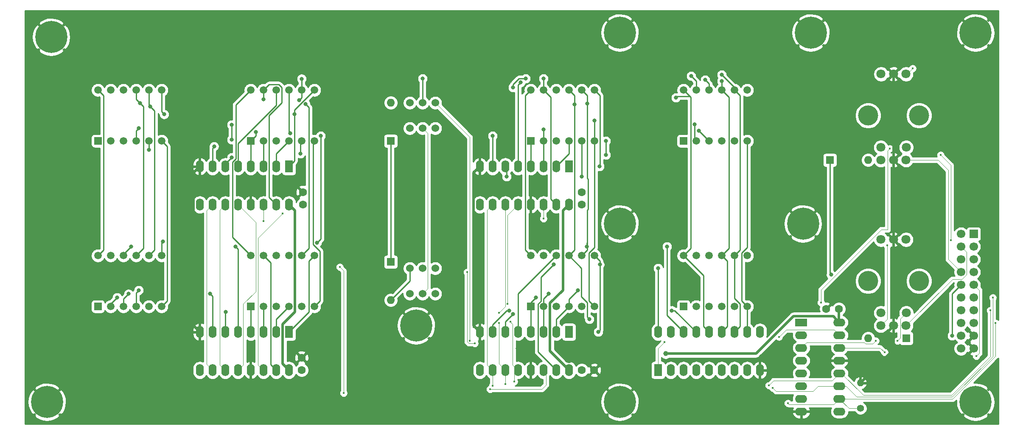
<source format=gbr>
%TF.GenerationSoftware,KiCad,Pcbnew,(5.1.10)-1*%
%TF.CreationDate,2021-06-21T21:07:17+02:00*%
%TF.ProjectId,Funk_v2,46756e6b-5f76-4322-9e6b-696361645f70,rev?*%
%TF.SameCoordinates,Original*%
%TF.FileFunction,Copper,L1,Top*%
%TF.FilePolarity,Positive*%
%FSLAX46Y46*%
G04 Gerber Fmt 4.6, Leading zero omitted, Abs format (unit mm)*
G04 Created by KiCad (PCBNEW (5.1.10)-1) date 2021-06-21 21:07:17*
%MOMM*%
%LPD*%
G01*
G04 APERTURE LIST*
%TA.AperFunction,ComponentPad*%
%ADD10C,1.700000*%
%TD*%
%TA.AperFunction,ComponentPad*%
%ADD11R,1.700000X1.700000*%
%TD*%
%TA.AperFunction,ComponentPad*%
%ADD12O,1.600000X1.600000*%
%TD*%
%TA.AperFunction,ComponentPad*%
%ADD13R,1.600000X1.600000*%
%TD*%
%TA.AperFunction,ComponentPad*%
%ADD14O,2.400000X1.600000*%
%TD*%
%TA.AperFunction,ComponentPad*%
%ADD15R,2.400000X1.600000*%
%TD*%
%TA.AperFunction,ComponentPad*%
%ADD16C,4.000000*%
%TD*%
%TA.AperFunction,ComponentPad*%
%ADD17C,1.800000*%
%TD*%
%TA.AperFunction,ComponentPad*%
%ADD18C,0.800000*%
%TD*%
%TA.AperFunction,ComponentPad*%
%ADD19C,6.400000*%
%TD*%
%TA.AperFunction,ComponentPad*%
%ADD20O,1.600000X2.400000*%
%TD*%
%TA.AperFunction,ComponentPad*%
%ADD21R,1.600000X2.400000*%
%TD*%
%TA.AperFunction,ComponentPad*%
%ADD22C,1.524000*%
%TD*%
%TA.AperFunction,ComponentPad*%
%ADD23C,1.500000*%
%TD*%
%TA.AperFunction,ComponentPad*%
%ADD24R,1.500000X1.500000*%
%TD*%
%TA.AperFunction,ComponentPad*%
%ADD25O,1.400000X1.400000*%
%TD*%
%TA.AperFunction,ComponentPad*%
%ADD26C,1.400000*%
%TD*%
%TA.AperFunction,ComponentPad*%
%ADD27C,1.600000*%
%TD*%
%TA.AperFunction,ViaPad*%
%ADD28C,1.000000*%
%TD*%
%TA.AperFunction,ViaPad*%
%ADD29C,0.800000*%
%TD*%
%TA.AperFunction,ViaPad*%
%ADD30C,0.400000*%
%TD*%
%TA.AperFunction,Conductor*%
%ADD31C,0.500000*%
%TD*%
%TA.AperFunction,Conductor*%
%ADD32C,0.250000*%
%TD*%
%TA.AperFunction,Conductor*%
%ADD33C,0.125000*%
%TD*%
%TA.AperFunction,Conductor*%
%ADD34C,0.254000*%
%TD*%
%TA.AperFunction,Conductor*%
%ADD35C,0.100000*%
%TD*%
G04 APERTURE END LIST*
D10*
%TO.P,J1,20*%
%TO.N,+12V*%
X230632000Y-83312000D03*
%TO.P,J1,19*%
%TO.N,GND*%
X233172000Y-83312000D03*
%TO.P,J1,18*%
%TO.N,+5V*%
X230632000Y-80772000D03*
%TO.P,J1,17*%
%TO.N,GND*%
X233172000Y-80772000D03*
%TO.P,J1,16*%
%TO.N,Net-(J1-Pad16)*%
X230632000Y-78232000D03*
%TO.P,J1,15*%
%TO.N,RESET*%
X233172000Y-78232000D03*
%TO.P,J1,14*%
%TO.N,Net-(J1-Pad14)*%
X230632000Y-75692000D03*
%TO.P,J1,13*%
%TO.N,LCLK*%
X233172000Y-75692000D03*
%TO.P,J1,12*%
%TO.N,/LED_BTN*%
X230632000Y-73152000D03*
%TO.P,J1,11*%
%TO.N,SDCLK*%
X233172000Y-73152000D03*
%TO.P,J1,10*%
%TO.N,/BTN_MUX*%
X230632000Y-70612000D03*
%TO.P,J1,9*%
%TO.N,SDATA*%
X233172000Y-70612000D03*
%TO.P,J1,8*%
%TO.N,Net-(ENC1-Pad4)*%
X230632000Y-68072000D03*
%TO.P,J1,7*%
%TO.N,Net-(ENC1-Pad1)*%
X233172000Y-68072000D03*
%TO.P,J1,6*%
%TO.N,Net-(ENC1-Pad5)*%
X230632000Y-65532000D03*
%TO.P,J1,5*%
%TO.N,Net-(ENC1-Pad2)*%
X233172000Y-65532000D03*
%TO.P,J1,4*%
%TO.N,Net-(ENC2-Pad4)*%
X230632000Y-62992000D03*
%TO.P,J1,3*%
%TO.N,Net-(ENC2-Pad1)*%
X233172000Y-62992000D03*
%TO.P,J1,2*%
%TO.N,Net-(ENC2-Pad5)*%
X230632000Y-60452000D03*
D11*
%TO.P,J1,1*%
%TO.N,Net-(ENC2-Pad2)*%
X233172000Y-60452000D03*
%TD*%
D12*
%TO.P,D8,2*%
%TO.N,Net-(D8-Pad2)*%
X212090000Y-81280000D03*
D13*
%TO.P,D8,1*%
%TO.N,/BTN_MUX*%
X219710000Y-81280000D03*
%TD*%
D14*
%TO.P,IC1,16*%
%TO.N,+5V*%
X206375000Y-78105000D03*
%TO.P,IC1,8*%
%TO.N,GND*%
X198755000Y-95885000D03*
%TO.P,IC1,15*%
%TO.N,BTN1*%
X206375000Y-80645000D03*
%TO.P,IC1,7*%
%TO.N,Net-(IC1-Pad7)*%
X198755000Y-93345000D03*
%TO.P,IC1,14*%
%TO.N,SDATA*%
X206375000Y-83185000D03*
%TO.P,IC1,6*%
%TO.N,Net-(IC1-Pad6)*%
X198755000Y-90805000D03*
%TO.P,IC1,13*%
%TO.N,GND*%
X206375000Y-85725000D03*
%TO.P,IC1,5*%
%TO.N,Net-(IC1-Pad5)*%
X198755000Y-88265000D03*
%TO.P,IC1,12*%
%TO.N,LCLK*%
X206375000Y-88265000D03*
%TO.P,IC1,4*%
%TO.N,Net-(IC1-Pad4)*%
X198755000Y-85725000D03*
%TO.P,IC1,11*%
%TO.N,SDCLK*%
X206375000Y-90805000D03*
%TO.P,IC1,3*%
%TO.N,BTN4*%
X198755000Y-83185000D03*
%TO.P,IC1,10*%
%TO.N,RESET*%
X206375000Y-93345000D03*
%TO.P,IC1,2*%
%TO.N,BTN3*%
X198755000Y-80645000D03*
%TO.P,IC1,9*%
%TO.N,SDATA1*%
X206375000Y-95885000D03*
D15*
%TO.P,IC1,1*%
%TO.N,BTN2*%
X198755000Y-78105000D03*
%TD*%
D16*
%TO.P,ENC2,*%
%TO.N,*%
X212090000Y-69850000D03*
X222250000Y-69850000D03*
D17*
%TO.P,ENC2,1*%
%TO.N,Net-(ENC2-Pad1)*%
X219670000Y-61580000D03*
%TO.P,ENC2,4*%
%TO.N,Net-(ENC2-Pad4)*%
X219670000Y-78740000D03*
%TO.P,ENC2,6*%
%TO.N,GND*%
X217170000Y-78740000D03*
%TO.P,ENC2,5*%
%TO.N,Net-(ENC2-Pad5)*%
X214630000Y-78740000D03*
%TO.P,ENC2,2*%
%TO.N,Net-(ENC2-Pad2)*%
X214670000Y-61580000D03*
%TO.P,ENC2,8*%
%TO.N,Net-(D8-Pad2)*%
X214630000Y-76200000D03*
%TO.P,ENC2,7*%
%TO.N,BTN4*%
X219710000Y-76200000D03*
%TO.P,ENC2,3*%
%TO.N,GND*%
X217170000Y-61580000D03*
%TD*%
D18*
%TO.P,H10,1*%
%TO.N,N/C*%
X202357056Y-18622944D03*
X200660000Y-17920000D03*
X198962944Y-18622944D03*
X198260000Y-20320000D03*
X198962944Y-22017056D03*
X200660000Y-22720000D03*
X202357056Y-22017056D03*
X203060000Y-20320000D03*
D19*
%TO.N,GND*%
X200660000Y-20320000D03*
%TD*%
D18*
%TO.P,H9,1*%
%TO.N,N/C*%
X164257056Y-92282944D03*
X162560000Y-91580000D03*
X160862944Y-92282944D03*
X160160000Y-93980000D03*
X160862944Y-95677056D03*
X162560000Y-96380000D03*
X164257056Y-95677056D03*
X164960000Y-93980000D03*
D19*
%TO.N,GND*%
X162560000Y-93980000D03*
%TD*%
D18*
%TO.P,H8,1*%
%TO.N,N/C*%
X200807056Y-56722944D03*
X199110000Y-56020000D03*
X197412944Y-56722944D03*
X196710000Y-58420000D03*
X197412944Y-60117056D03*
X199110000Y-60820000D03*
X200807056Y-60117056D03*
X201510000Y-58420000D03*
D19*
%TO.N,GND*%
X199110000Y-58420000D03*
%TD*%
D18*
%TO.P,H7,1*%
%TO.N,N/C*%
X164257056Y-56722944D03*
X162560000Y-56020000D03*
X160862944Y-56722944D03*
X160160000Y-58420000D03*
X160862944Y-60117056D03*
X162560000Y-60820000D03*
X164257056Y-60117056D03*
X164960000Y-58420000D03*
D19*
%TO.N,GND*%
X162560000Y-58420000D03*
%TD*%
D18*
%TO.P,H6,1*%
%TO.N,N/C*%
X164257056Y-18622944D03*
X162560000Y-17920000D03*
X160862944Y-18622944D03*
X160160000Y-20320000D03*
X160862944Y-22017056D03*
X162560000Y-22720000D03*
X164257056Y-22017056D03*
X164960000Y-20320000D03*
D19*
%TO.N,GND*%
X162560000Y-20320000D03*
%TD*%
D18*
%TO.P,H5,1*%
%TO.N,N/C*%
X123617056Y-77042944D03*
X121920000Y-76340000D03*
X120222944Y-77042944D03*
X119520000Y-78740000D03*
X120222944Y-80437056D03*
X121920000Y-81140000D03*
X123617056Y-80437056D03*
X124320000Y-78740000D03*
D19*
%TO.N,GND*%
X121920000Y-78740000D03*
%TD*%
D18*
%TO.P,H4,1*%
%TO.N,N/C*%
X235237056Y-92282944D03*
X233540000Y-91580000D03*
X231842944Y-92282944D03*
X231140000Y-93980000D03*
X231842944Y-95677056D03*
X233540000Y-96380000D03*
X235237056Y-95677056D03*
X235940000Y-93980000D03*
D19*
%TO.N,GND*%
X233540000Y-93980000D03*
%TD*%
D18*
%TO.P,H3,1*%
%TO.N,N/C*%
X49957056Y-92282944D03*
X48260000Y-91580000D03*
X46562944Y-92282944D03*
X45860000Y-93980000D03*
X46562944Y-95677056D03*
X48260000Y-96380000D03*
X49957056Y-95677056D03*
X50660000Y-93980000D03*
D19*
%TO.N,GND*%
X48260000Y-93980000D03*
%TD*%
D18*
%TO.P,H2,1*%
%TO.N,N/C*%
X235237056Y-18622944D03*
X233540000Y-17920000D03*
X231842944Y-18622944D03*
X231140000Y-20320000D03*
X231842944Y-22017056D03*
X233540000Y-22720000D03*
X235237056Y-22017056D03*
X235940000Y-20320000D03*
D19*
%TO.N,GND*%
X233540000Y-20320000D03*
%TD*%
D18*
%TO.P,H1,1*%
%TO.N,N/C*%
X50800000Y-19465888D03*
X49102944Y-18762944D03*
X47405888Y-19465888D03*
X46702944Y-21162944D03*
X47405888Y-22860000D03*
X49102944Y-23562944D03*
X50800000Y-22860000D03*
X51502944Y-21162944D03*
D19*
%TO.N,GND*%
X49102944Y-21162944D03*
%TD*%
D20*
%TO.P,U1,16*%
%TO.N,+5V*%
X96520000Y-87630000D03*
%TO.P,U1,8*%
%TO.N,GND*%
X78740000Y-80010000D03*
%TO.P,U1,15*%
%TO.N,Net-(SEG5-Pad11)*%
X93980000Y-87630000D03*
%TO.P,U1,7*%
%TO.N,Net-(SEG5-Pad3)*%
X81280000Y-80010000D03*
%TO.P,U1,14*%
%TO.N,SDATA3*%
X91440000Y-87630000D03*
%TO.P,U1,6*%
%TO.N,Net-(SEG5-Pad5)*%
X83820000Y-80010000D03*
%TO.P,U1,13*%
%TO.N,GND*%
X88900000Y-87630000D03*
%TO.P,U1,5*%
%TO.N,Net-(SEG5-Pad10)*%
X86360000Y-80010000D03*
%TO.P,U1,12*%
%TO.N,LCLK*%
X86360000Y-87630000D03*
%TO.P,U1,4*%
%TO.N,Net-(SEG5-Pad1)*%
X88900000Y-80010000D03*
%TO.P,U1,11*%
%TO.N,SDCLK*%
X83820000Y-87630000D03*
%TO.P,U1,3*%
%TO.N,Net-(SEG5-Pad2)*%
X91440000Y-80010000D03*
%TO.P,U1,10*%
%TO.N,RESET*%
X81280000Y-87630000D03*
%TO.P,U1,2*%
%TO.N,Net-(SEG5-Pad4)*%
X93980000Y-80010000D03*
%TO.P,U1,9*%
%TO.N,SDATA4*%
X78740000Y-87630000D03*
D21*
%TO.P,U1,1*%
%TO.N,Net-(SEG5-Pad7)*%
X96520000Y-80010000D03*
%TD*%
D22*
%TO.P,SW2,6*%
%TO.N,Net-(SW2-Pad6)*%
X120650000Y-72390000D03*
%TO.P,SW2,4*%
%TO.N,/LED_BTN*%
X123190000Y-72390000D03*
%TO.P,SW2,5*%
%TO.N,Net-(SW2-Pad5)*%
X125730000Y-72390000D03*
%TO.P,SW2,2*%
%TO.N,Net-(D2-Pad2)*%
X120650000Y-67310000D03*
%TO.P,SW2,3*%
%TO.N,/DIG8*%
X123190000Y-67310000D03*
%TO.P,SW2,1*%
%TO.N,BTN2*%
X125730000Y-67310000D03*
%TD*%
%TO.P,SW1,6*%
%TO.N,Net-(SW1-Pad6)*%
X120650000Y-39370000D03*
%TO.P,SW1,4*%
%TO.N,/LED_BTN*%
X123190000Y-39370000D03*
%TO.P,SW1,5*%
%TO.N,Net-(SW1-Pad5)*%
X125730000Y-39370000D03*
%TO.P,SW1,2*%
%TO.N,Net-(D1-Pad2)*%
X120650000Y-34290000D03*
%TO.P,SW1,3*%
%TO.N,/DIG7*%
X123190000Y-34290000D03*
%TO.P,SW1,1*%
%TO.N,BTN1*%
X125730000Y-34290000D03*
%TD*%
D23*
%TO.P,SEG8,11*%
%TO.N,Net-(IC4-Pad15)*%
X177800000Y-64770000D03*
%TO.P,SEG8,3*%
%TO.N,Net-(IC4-Pad7)*%
X180340000Y-74930000D03*
%TO.P,SEG8,5*%
%TO.N,Net-(IC4-Pad6)*%
X185420000Y-74930000D03*
%TO.P,SEG8,6*%
%TO.N,/DIG8*%
X187960000Y-74930000D03*
%TO.P,SEG8,10*%
%TO.N,Net-(IC4-Pad5)*%
X180340000Y-64770000D03*
%TO.P,SEG8,9*%
%TO.N,/DIG6*%
X182880000Y-64770000D03*
%TO.P,SEG8,4*%
%TO.N,Net-(IC4-Pad2)*%
X182880000Y-74930000D03*
%TO.P,SEG8,8*%
%TO.N,/DIG7*%
X185420000Y-64770000D03*
%TO.P,SEG8,12*%
%TO.N,/DIG5*%
X175260000Y-64770000D03*
D24*
%TO.P,SEG8,1*%
%TO.N,Net-(IC4-Pad4)*%
X175260000Y-74930000D03*
D23*
%TO.P,SEG8,2*%
%TO.N,Net-(IC4-Pad3)*%
X177800000Y-74930000D03*
%TO.P,SEG8,7*%
%TO.N,Net-(IC4-Pad1)*%
X187960000Y-64770000D03*
%TD*%
%TO.P,SEG7,11*%
%TO.N,Net-(IC4-Pad15)*%
X147320000Y-64770000D03*
%TO.P,SEG7,3*%
%TO.N,Net-(IC4-Pad7)*%
X149860000Y-74930000D03*
%TO.P,SEG7,5*%
%TO.N,Net-(IC4-Pad6)*%
X154940000Y-74930000D03*
%TO.P,SEG7,6*%
%TO.N,/DIG4*%
X157480000Y-74930000D03*
%TO.P,SEG7,10*%
%TO.N,Net-(IC4-Pad5)*%
X149860000Y-64770000D03*
%TO.P,SEG7,9*%
%TO.N,/DIG2*%
X152400000Y-64770000D03*
%TO.P,SEG7,4*%
%TO.N,Net-(IC4-Pad2)*%
X152400000Y-74930000D03*
%TO.P,SEG7,8*%
%TO.N,/DIG3*%
X154940000Y-64770000D03*
%TO.P,SEG7,12*%
%TO.N,/DIG1*%
X144780000Y-64770000D03*
D24*
%TO.P,SEG7,1*%
%TO.N,Net-(IC4-Pad4)*%
X144780000Y-74930000D03*
D23*
%TO.P,SEG7,2*%
%TO.N,Net-(IC4-Pad3)*%
X147320000Y-74930000D03*
%TO.P,SEG7,7*%
%TO.N,Net-(IC4-Pad1)*%
X157480000Y-64770000D03*
%TD*%
%TO.P,SEG6,11*%
%TO.N,Net-(SEG5-Pad11)*%
X91440000Y-64770000D03*
%TO.P,SEG6,3*%
%TO.N,Net-(SEG5-Pad3)*%
X93980000Y-74930000D03*
%TO.P,SEG6,5*%
%TO.N,Net-(SEG5-Pad5)*%
X99060000Y-74930000D03*
%TO.P,SEG6,6*%
%TO.N,/DIG8*%
X101600000Y-74930000D03*
%TO.P,SEG6,10*%
%TO.N,Net-(SEG5-Pad10)*%
X93980000Y-64770000D03*
%TO.P,SEG6,9*%
%TO.N,/DIG6*%
X96520000Y-64770000D03*
%TO.P,SEG6,4*%
%TO.N,Net-(SEG5-Pad4)*%
X96520000Y-74930000D03*
%TO.P,SEG6,8*%
%TO.N,/DIG7*%
X99060000Y-64770000D03*
%TO.P,SEG6,12*%
%TO.N,/DIG5*%
X88900000Y-64770000D03*
D24*
%TO.P,SEG6,1*%
%TO.N,Net-(SEG5-Pad1)*%
X88900000Y-74930000D03*
D23*
%TO.P,SEG6,2*%
%TO.N,Net-(SEG5-Pad2)*%
X91440000Y-74930000D03*
%TO.P,SEG6,7*%
%TO.N,Net-(SEG5-Pad7)*%
X101600000Y-64770000D03*
%TD*%
%TO.P,SEG5,11*%
%TO.N,Net-(SEG5-Pad11)*%
X60960000Y-64770000D03*
%TO.P,SEG5,3*%
%TO.N,Net-(SEG5-Pad3)*%
X63500000Y-74930000D03*
%TO.P,SEG5,5*%
%TO.N,Net-(SEG5-Pad5)*%
X68580000Y-74930000D03*
%TO.P,SEG5,6*%
%TO.N,/DIG4*%
X71120000Y-74930000D03*
%TO.P,SEG5,10*%
%TO.N,Net-(SEG5-Pad10)*%
X63500000Y-64770000D03*
%TO.P,SEG5,9*%
%TO.N,/DIG2*%
X66040000Y-64770000D03*
%TO.P,SEG5,4*%
%TO.N,Net-(SEG5-Pad4)*%
X66040000Y-74930000D03*
%TO.P,SEG5,8*%
%TO.N,/DIG3*%
X68580000Y-64770000D03*
%TO.P,SEG5,12*%
%TO.N,/DIG1*%
X58420000Y-64770000D03*
D24*
%TO.P,SEG5,1*%
%TO.N,Net-(SEG5-Pad1)*%
X58420000Y-74930000D03*
D23*
%TO.P,SEG5,2*%
%TO.N,Net-(SEG5-Pad2)*%
X60960000Y-74930000D03*
%TO.P,SEG5,7*%
%TO.N,Net-(SEG5-Pad7)*%
X71120000Y-64770000D03*
%TD*%
%TO.P,SEG4,11*%
%TO.N,Net-(IC3-Pad15)*%
X177800000Y-31750000D03*
%TO.P,SEG4,3*%
%TO.N,Net-(IC3-Pad7)*%
X180340000Y-41910000D03*
%TO.P,SEG4,5*%
%TO.N,Net-(IC3-Pad6)*%
X185420000Y-41910000D03*
%TO.P,SEG4,6*%
%TO.N,/DIG8*%
X187960000Y-41910000D03*
%TO.P,SEG4,10*%
%TO.N,Net-(IC3-Pad5)*%
X180340000Y-31750000D03*
%TO.P,SEG4,9*%
%TO.N,/DIG6*%
X182880000Y-31750000D03*
%TO.P,SEG4,4*%
%TO.N,Net-(IC3-Pad2)*%
X182880000Y-41910000D03*
%TO.P,SEG4,8*%
%TO.N,/DIG7*%
X185420000Y-31750000D03*
%TO.P,SEG4,12*%
%TO.N,/DIG5*%
X175260000Y-31750000D03*
D24*
%TO.P,SEG4,1*%
%TO.N,Net-(IC3-Pad4)*%
X175260000Y-41910000D03*
D23*
%TO.P,SEG4,2*%
%TO.N,Net-(IC3-Pad3)*%
X177800000Y-41910000D03*
%TO.P,SEG4,7*%
%TO.N,Net-(IC3-Pad1)*%
X187960000Y-31750000D03*
%TD*%
%TO.P,SEG3,11*%
%TO.N,Net-(IC3-Pad15)*%
X147320000Y-31750000D03*
%TO.P,SEG3,3*%
%TO.N,Net-(IC3-Pad7)*%
X149860000Y-41910000D03*
%TO.P,SEG3,5*%
%TO.N,Net-(IC3-Pad6)*%
X154940000Y-41910000D03*
%TO.P,SEG3,6*%
%TO.N,/DIG4*%
X157480000Y-41910000D03*
%TO.P,SEG3,10*%
%TO.N,Net-(IC3-Pad5)*%
X149860000Y-31750000D03*
%TO.P,SEG3,9*%
%TO.N,/DIG2*%
X152400000Y-31750000D03*
%TO.P,SEG3,4*%
%TO.N,Net-(IC3-Pad2)*%
X152400000Y-41910000D03*
%TO.P,SEG3,8*%
%TO.N,/DIG3*%
X154940000Y-31750000D03*
%TO.P,SEG3,12*%
%TO.N,/DIG1*%
X144780000Y-31750000D03*
D24*
%TO.P,SEG3,1*%
%TO.N,Net-(IC3-Pad4)*%
X144780000Y-41910000D03*
D23*
%TO.P,SEG3,2*%
%TO.N,Net-(IC3-Pad3)*%
X147320000Y-41910000D03*
%TO.P,SEG3,7*%
%TO.N,Net-(IC3-Pad1)*%
X157480000Y-31750000D03*
%TD*%
%TO.P,SEG2,11*%
%TO.N,Net-(IC2-Pad15)*%
X91440000Y-31750000D03*
%TO.P,SEG2,3*%
%TO.N,Net-(IC2-Pad7)*%
X93980000Y-41910000D03*
%TO.P,SEG2,5*%
%TO.N,Net-(IC2-Pad6)*%
X99060000Y-41910000D03*
%TO.P,SEG2,6*%
%TO.N,/DIG8*%
X101600000Y-41910000D03*
%TO.P,SEG2,10*%
%TO.N,Net-(IC2-Pad5)*%
X93980000Y-31750000D03*
%TO.P,SEG2,9*%
%TO.N,/DIG6*%
X96520000Y-31750000D03*
%TO.P,SEG2,4*%
%TO.N,Net-(IC2-Pad2)*%
X96520000Y-41910000D03*
%TO.P,SEG2,8*%
%TO.N,/DIG7*%
X99060000Y-31750000D03*
%TO.P,SEG2,12*%
%TO.N,/DIG5*%
X88900000Y-31750000D03*
D24*
%TO.P,SEG2,1*%
%TO.N,Net-(IC2-Pad4)*%
X88900000Y-41910000D03*
D23*
%TO.P,SEG2,2*%
%TO.N,Net-(IC2-Pad3)*%
X91440000Y-41910000D03*
%TO.P,SEG2,7*%
%TO.N,Net-(IC2-Pad1)*%
X101600000Y-31750000D03*
%TD*%
%TO.P,SEG1,11*%
%TO.N,Net-(IC2-Pad15)*%
X60960000Y-31750000D03*
%TO.P,SEG1,3*%
%TO.N,Net-(IC2-Pad7)*%
X63500000Y-41910000D03*
%TO.P,SEG1,5*%
%TO.N,Net-(IC2-Pad6)*%
X68580000Y-41910000D03*
%TO.P,SEG1,6*%
%TO.N,/DIG4*%
X71120000Y-41910000D03*
%TO.P,SEG1,10*%
%TO.N,Net-(IC2-Pad5)*%
X63500000Y-31750000D03*
%TO.P,SEG1,9*%
%TO.N,/DIG2*%
X66040000Y-31750000D03*
%TO.P,SEG1,4*%
%TO.N,Net-(IC2-Pad2)*%
X66040000Y-41910000D03*
%TO.P,SEG1,8*%
%TO.N,/DIG3*%
X68580000Y-31750000D03*
%TO.P,SEG1,12*%
%TO.N,/DIG1*%
X58420000Y-31750000D03*
D24*
%TO.P,SEG1,1*%
%TO.N,Net-(IC2-Pad4)*%
X58420000Y-41910000D03*
D23*
%TO.P,SEG1,2*%
%TO.N,Net-(IC2-Pad3)*%
X60960000Y-41910000D03*
%TO.P,SEG1,7*%
%TO.N,Net-(IC2-Pad1)*%
X71120000Y-31750000D03*
%TD*%
D25*
%TO.P,R1,2*%
%TO.N,GND*%
X210566000Y-90170000D03*
D26*
%TO.P,R1,1*%
%TO.N,RESET*%
X210566000Y-95250000D03*
%TD*%
D20*
%TO.P,IC6,18*%
%TO.N,/DIG1*%
X170180000Y-80010000D03*
%TO.P,IC6,9*%
%TO.N,GND*%
X190500000Y-87630000D03*
%TO.P,IC6,17*%
%TO.N,/DIG2*%
X172720000Y-80010000D03*
%TO.P,IC6,8*%
%TO.N,Net-(IC1-Pad7)*%
X187960000Y-87630000D03*
%TO.P,IC6,16*%
%TO.N,/DIG3*%
X175260000Y-80010000D03*
%TO.P,IC6,7*%
%TO.N,Net-(IC1-Pad6)*%
X185420000Y-87630000D03*
%TO.P,IC6,15*%
%TO.N,/DIG4*%
X177800000Y-80010000D03*
%TO.P,IC6,6*%
%TO.N,Net-(IC1-Pad5)*%
X182880000Y-87630000D03*
%TO.P,IC6,14*%
%TO.N,/DIG5*%
X180340000Y-80010000D03*
%TO.P,IC6,5*%
%TO.N,Net-(IC1-Pad4)*%
X180340000Y-87630000D03*
%TO.P,IC6,13*%
%TO.N,/DIG6*%
X182880000Y-80010000D03*
%TO.P,IC6,4*%
%TO.N,BTN4*%
X177800000Y-87630000D03*
%TO.P,IC6,12*%
%TO.N,/DIG7*%
X185420000Y-80010000D03*
%TO.P,IC6,3*%
%TO.N,BTN3*%
X175260000Y-87630000D03*
%TO.P,IC6,11*%
%TO.N,/DIG8*%
X187960000Y-80010000D03*
%TO.P,IC6,2*%
%TO.N,BTN2*%
X172720000Y-87630000D03*
%TO.P,IC6,10*%
%TO.N,Net-(IC6-Pad10)*%
X190500000Y-80010000D03*
D21*
%TO.P,IC6,1*%
%TO.N,BTN1*%
X170180000Y-87630000D03*
%TD*%
D20*
%TO.P,IC4,16*%
%TO.N,+5V*%
X152400000Y-87630000D03*
%TO.P,IC4,8*%
%TO.N,GND*%
X134620000Y-80010000D03*
%TO.P,IC4,15*%
%TO.N,Net-(IC4-Pad15)*%
X149860000Y-87630000D03*
%TO.P,IC4,7*%
%TO.N,Net-(IC4-Pad7)*%
X137160000Y-80010000D03*
%TO.P,IC4,14*%
%TO.N,SDATA4*%
X147320000Y-87630000D03*
%TO.P,IC4,6*%
%TO.N,Net-(IC4-Pad6)*%
X139700000Y-80010000D03*
%TO.P,IC4,13*%
%TO.N,GND*%
X144780000Y-87630000D03*
%TO.P,IC4,5*%
%TO.N,Net-(IC4-Pad5)*%
X142240000Y-80010000D03*
%TO.P,IC4,12*%
%TO.N,LCLK*%
X142240000Y-87630000D03*
%TO.P,IC4,4*%
%TO.N,Net-(IC4-Pad4)*%
X144780000Y-80010000D03*
%TO.P,IC4,11*%
%TO.N,SDCLK*%
X139700000Y-87630000D03*
%TO.P,IC4,3*%
%TO.N,Net-(IC4-Pad3)*%
X147320000Y-80010000D03*
%TO.P,IC4,10*%
%TO.N,RESET*%
X137160000Y-87630000D03*
%TO.P,IC4,2*%
%TO.N,Net-(IC4-Pad2)*%
X149860000Y-80010000D03*
%TO.P,IC4,9*%
%TO.N,SDATA5*%
X134620000Y-87630000D03*
D21*
%TO.P,IC4,1*%
%TO.N,Net-(IC4-Pad1)*%
X152400000Y-80010000D03*
%TD*%
D20*
%TO.P,IC3,16*%
%TO.N,+5V*%
X152400000Y-54610000D03*
%TO.P,IC3,8*%
%TO.N,GND*%
X134620000Y-46990000D03*
%TO.P,IC3,15*%
%TO.N,Net-(IC3-Pad15)*%
X149860000Y-54610000D03*
%TO.P,IC3,7*%
%TO.N,Net-(IC3-Pad7)*%
X137160000Y-46990000D03*
%TO.P,IC3,14*%
%TO.N,SDATA2*%
X147320000Y-54610000D03*
%TO.P,IC3,6*%
%TO.N,Net-(IC3-Pad6)*%
X139700000Y-46990000D03*
%TO.P,IC3,13*%
%TO.N,GND*%
X144780000Y-54610000D03*
%TO.P,IC3,5*%
%TO.N,Net-(IC3-Pad5)*%
X142240000Y-46990000D03*
%TO.P,IC3,12*%
%TO.N,LCLK*%
X142240000Y-54610000D03*
%TO.P,IC3,4*%
%TO.N,Net-(IC3-Pad4)*%
X144780000Y-46990000D03*
%TO.P,IC3,11*%
%TO.N,SDCLK*%
X139700000Y-54610000D03*
%TO.P,IC3,3*%
%TO.N,Net-(IC3-Pad3)*%
X147320000Y-46990000D03*
%TO.P,IC3,10*%
%TO.N,RESET*%
X137160000Y-54610000D03*
%TO.P,IC3,2*%
%TO.N,Net-(IC3-Pad2)*%
X149860000Y-46990000D03*
%TO.P,IC3,9*%
%TO.N,SDATA3*%
X134620000Y-54610000D03*
D21*
%TO.P,IC3,1*%
%TO.N,Net-(IC3-Pad1)*%
X152400000Y-46990000D03*
%TD*%
D20*
%TO.P,IC2,16*%
%TO.N,+5V*%
X96520000Y-54610000D03*
%TO.P,IC2,8*%
%TO.N,GND*%
X78740000Y-46990000D03*
%TO.P,IC2,15*%
%TO.N,Net-(IC2-Pad15)*%
X93980000Y-54610000D03*
%TO.P,IC2,7*%
%TO.N,Net-(IC2-Pad7)*%
X81280000Y-46990000D03*
%TO.P,IC2,14*%
%TO.N,SDATA1*%
X91440000Y-54610000D03*
%TO.P,IC2,6*%
%TO.N,Net-(IC2-Pad6)*%
X83820000Y-46990000D03*
%TO.P,IC2,13*%
%TO.N,GND*%
X88900000Y-54610000D03*
%TO.P,IC2,5*%
%TO.N,Net-(IC2-Pad5)*%
X86360000Y-46990000D03*
%TO.P,IC2,12*%
%TO.N,LCLK*%
X86360000Y-54610000D03*
%TO.P,IC2,4*%
%TO.N,Net-(IC2-Pad4)*%
X88900000Y-46990000D03*
%TO.P,IC2,11*%
%TO.N,SDCLK*%
X83820000Y-54610000D03*
%TO.P,IC2,3*%
%TO.N,Net-(IC2-Pad3)*%
X91440000Y-46990000D03*
%TO.P,IC2,10*%
%TO.N,RESET*%
X81280000Y-54610000D03*
%TO.P,IC2,2*%
%TO.N,Net-(IC2-Pad2)*%
X93980000Y-46990000D03*
%TO.P,IC2,9*%
%TO.N,SDATA2*%
X78740000Y-54610000D03*
D21*
%TO.P,IC2,1*%
%TO.N,Net-(IC2-Pad1)*%
X96520000Y-46990000D03*
%TD*%
D16*
%TO.P,ENC1,*%
%TO.N,*%
X212090000Y-36830000D03*
X222250000Y-36830000D03*
D17*
%TO.P,ENC1,1*%
%TO.N,Net-(ENC1-Pad1)*%
X219670000Y-28560000D03*
%TO.P,ENC1,4*%
%TO.N,Net-(ENC1-Pad4)*%
X219670000Y-45720000D03*
%TO.P,ENC1,6*%
%TO.N,GND*%
X217170000Y-45720000D03*
%TO.P,ENC1,5*%
%TO.N,Net-(ENC1-Pad5)*%
X214630000Y-45720000D03*
%TO.P,ENC1,2*%
%TO.N,Net-(ENC1-Pad2)*%
X214670000Y-28560000D03*
%TO.P,ENC1,8*%
%TO.N,Net-(D7-Pad2)*%
X214630000Y-43180000D03*
%TO.P,ENC1,7*%
%TO.N,BTN3*%
X219710000Y-43180000D03*
%TO.P,ENC1,3*%
%TO.N,GND*%
X217170000Y-28560000D03*
%TD*%
D12*
%TO.P,D7,2*%
%TO.N,Net-(D7-Pad2)*%
X212090000Y-45720000D03*
D13*
%TO.P,D7,1*%
%TO.N,/BTN_MUX*%
X204470000Y-45720000D03*
%TD*%
D12*
%TO.P,D2,2*%
%TO.N,Net-(D2-Pad2)*%
X116840000Y-73660000D03*
D13*
%TO.P,D2,1*%
%TO.N,/BTN_MUX*%
X116840000Y-66040000D03*
%TD*%
D12*
%TO.P,D1,2*%
%TO.N,Net-(D1-Pad2)*%
X116840000Y-34290000D03*
D13*
%TO.P,D1,1*%
%TO.N,/BTN_MUX*%
X116840000Y-41910000D03*
%TD*%
D27*
%TO.P,C6,2*%
%TO.N,GND*%
X99060000Y-85130000D03*
%TO.P,C6,1*%
%TO.N,+5V*%
X99060000Y-87630000D03*
%TD*%
%TO.P,C4,2*%
%TO.N,GND*%
X157440000Y-87630000D03*
%TO.P,C4,1*%
%TO.N,+5V*%
X154940000Y-87630000D03*
%TD*%
%TO.P,C3,2*%
%TO.N,GND*%
X154940000Y-52110000D03*
%TO.P,C3,1*%
%TO.N,+5V*%
X154940000Y-54610000D03*
%TD*%
%TO.P,C2,2*%
%TO.N,GND*%
X99314000Y-52110000D03*
%TO.P,C2,1*%
%TO.N,+5V*%
X99314000Y-54610000D03*
%TD*%
%TO.P,C1,2*%
%TO.N,GND*%
X203748000Y-75438000D03*
%TO.P,C1,1*%
%TO.N,+5V*%
X206248000Y-75438000D03*
%TD*%
D28*
%TO.N,GND*%
X142240000Y-83312000D03*
X152400000Y-85730000D03*
X217170000Y-55118000D03*
X216916000Y-83566000D03*
%TO.N,+5V*%
X171704000Y-84328000D03*
D29*
%TO.N,/BTN_MUX*%
X204706999Y-68597001D03*
X228854000Y-80772000D03*
D30*
%TO.N,Net-(ENC1-Pad1)*%
X220980000Y-27432000D03*
%TO.N,Net-(ENC1-Pad5)*%
X228600000Y-61722000D03*
X226568000Y-44704000D03*
%TO.N,BTN3*%
X202692000Y-74168000D03*
X216408000Y-43434000D03*
%TO.N,Net-(ENC2-Pad5)*%
X215900000Y-62738000D03*
%TO.N,BTN4*%
X217932000Y-81788000D03*
X213614000Y-81788000D03*
%TO.N,BTN1*%
X171450000Y-82042000D03*
X132588000Y-81788000D03*
X194310000Y-81010010D03*
%TO.N,SDATA*%
X215392000Y-84074000D03*
X233680000Y-84836000D03*
%TO.N,LCLK*%
X140162500Y-74422000D03*
X140716000Y-77978000D03*
X141478000Y-89930010D03*
X192278000Y-90678000D03*
X236474000Y-75692000D03*
%TO.N,SDCLK*%
X138430000Y-76200000D03*
X138430000Y-78232000D03*
X139700000Y-90424000D03*
X193040000Y-91186000D03*
X236982000Y-73152000D03*
%TO.N,RESET*%
X137160000Y-90717520D03*
X196088000Y-94234000D03*
X237490000Y-78232000D03*
%TO.N,SDATA1*%
X107442000Y-92202000D03*
X106680000Y-67056000D03*
X91440000Y-57912000D03*
%TO.N,BTN2*%
X132080000Y-68072000D03*
X133604000Y-82296000D03*
D29*
%TO.N,Net-(IC2-Pad15)*%
X91440000Y-33599001D03*
%TO.N,Net-(IC2-Pad7)*%
X81593001Y-42985001D03*
%TO.N,Net-(IC2-Pad6)*%
X85090000Y-45212000D03*
X98806000Y-44450000D03*
X68580000Y-43710001D03*
%TO.N,Net-(IC2-Pad4)*%
X89916000Y-40109999D03*
%TO.N,Net-(IC2-Pad2)*%
X66548000Y-39384999D03*
D30*
%TO.N,SDATA2*%
X147320000Y-57404000D03*
D29*
%TO.N,Net-(IC2-Pad1)*%
X71628000Y-36590011D03*
X97595001Y-36590011D03*
%TO.N,Net-(IC3-Pad15)*%
X176784000Y-28956000D03*
X147320000Y-29464000D03*
%TO.N,Net-(IC3-Pad7)*%
X137160000Y-40894000D03*
X178308000Y-39878000D03*
%TO.N,Net-(IC3-Pad6)*%
X154940000Y-49022000D03*
X139954000Y-49022000D03*
%TO.N,Net-(IC3-Pad5)*%
X142748000Y-30226000D03*
X179578000Y-29718000D03*
%TO.N,Net-(IC3-Pad4)*%
X159766000Y-41910000D03*
X159766000Y-44704000D03*
%TO.N,Net-(IC3-Pad3)*%
X177449999Y-38598358D03*
X147320000Y-39624000D03*
D30*
%TO.N,SDATA3*%
X95250000Y-56388000D03*
D29*
%TO.N,Net-(IC3-Pad1)*%
X158496000Y-46990000D03*
%TO.N,Net-(IC4-Pad15)*%
X149352000Y-66548000D03*
%TO.N,Net-(IC4-Pad7)*%
X140516892Y-75746892D03*
D30*
%TO.N,SDATA4*%
X136652000Y-91440000D03*
D29*
%TO.N,Net-(IC4-Pad6)*%
X141224000Y-76454000D03*
%TO.N,Net-(IC4-Pad4)*%
X145796000Y-73129999D03*
%TO.N,Net-(IC4-Pad3)*%
X148336000Y-72404999D03*
%TO.N,Net-(IC4-Pad2)*%
X154178000Y-71679999D03*
%TO.N,Net-(IC4-Pad1)*%
X158242000Y-80010000D03*
X158555001Y-66570001D03*
%TO.N,/DIG1*%
X170180000Y-67295001D03*
%TO.N,/DIG2*%
X66802000Y-34324001D03*
X153525010Y-34653010D03*
X156464000Y-77470000D03*
%TO.N,/DIG3*%
X68834000Y-35049001D03*
X156015001Y-34484999D03*
X171958000Y-62969999D03*
X155956000Y-62969999D03*
%TO.N,/DIG4*%
X172942846Y-75723154D03*
X85090000Y-41656000D03*
X85090000Y-38659999D03*
X157480000Y-37846000D03*
%TO.N,/DIG5*%
X173736000Y-33274000D03*
%TO.N,/DIG6*%
X141224000Y-31242000D03*
X143764000Y-29464000D03*
X182880000Y-29949999D03*
X96774000Y-40386000D03*
X102870000Y-40894000D03*
X102108000Y-62230000D03*
%TO.N,/DIG7*%
X182880000Y-28702000D03*
X123190000Y-29464000D03*
X99060000Y-29499990D03*
X98547347Y-33777347D03*
X99826653Y-34548653D03*
%TO.N,Net-(SEG5-Pad3)*%
X64516000Y-72404999D03*
X80772000Y-72404999D03*
%TO.N,Net-(SEG5-Pad5)*%
X83879001Y-76005001D03*
%TO.N,Net-(SEG5-Pad10)*%
X65024000Y-62969999D03*
X85829999Y-62969999D03*
%TO.N,Net-(SEG5-Pad4)*%
X66548000Y-71679999D03*
%TO.N,Net-(SEG5-Pad2)*%
X62230000Y-73129999D03*
%TO.N,Net-(SEG5-Pad7)*%
X71374000Y-61976000D03*
%TD*%
D31*
%TO.N,GND*%
X217170000Y-28560000D02*
X217170000Y-45720000D01*
X133369990Y-78759990D02*
X134620000Y-80010000D01*
X133369990Y-48240010D02*
X133369990Y-78759990D01*
X134620000Y-46990000D02*
X133369990Y-48240010D01*
X77489990Y-78759990D02*
X78740000Y-80010000D01*
X77489990Y-48240010D02*
X77489990Y-78759990D01*
X78740000Y-46990000D02*
X77489990Y-48240010D01*
X144780000Y-85852000D02*
X142240000Y-83312000D01*
X144780000Y-87630000D02*
X144780000Y-85852000D01*
X155540000Y-85730000D02*
X152400000Y-85730000D01*
X157440000Y-87630000D02*
X155540000Y-85730000D01*
X217170000Y-55118000D02*
X217170000Y-61580000D01*
X217170000Y-45720000D02*
X217170000Y-55118000D01*
X217170000Y-61580000D02*
X217170000Y-78740000D01*
X217170000Y-83566000D02*
X210566000Y-90170000D01*
X217170000Y-83312000D02*
X217170000Y-82804000D01*
X216916000Y-83566000D02*
X217170000Y-83312000D01*
X217170000Y-82804000D02*
X217170000Y-83566000D01*
X217170000Y-78740000D02*
X217170000Y-82804000D01*
%TO.N,+5V*%
X97720001Y-55810001D02*
X96520000Y-54610000D01*
X97720001Y-75999997D02*
X97720001Y-55810001D01*
X95269999Y-78449999D02*
X97720001Y-75999997D01*
X95269999Y-86379999D02*
X95269999Y-78449999D01*
X96520000Y-87630000D02*
X95269999Y-86379999D01*
X148609990Y-83839990D02*
X152400000Y-87630000D01*
X148609990Y-74264010D02*
X148609990Y-83839990D01*
X151199999Y-71674001D02*
X148609990Y-74264010D01*
X151199999Y-55810001D02*
X151199999Y-71674001D01*
X152400000Y-54610000D02*
X151199999Y-55810001D01*
X197194999Y-76854999D02*
X205124999Y-76854999D01*
X189721998Y-84328000D02*
X197194999Y-76854999D01*
X205124999Y-76854999D02*
X206375000Y-78105000D01*
X171704000Y-84328000D02*
X189721998Y-84328000D01*
X206248000Y-77978000D02*
X206375000Y-78105000D01*
X206248000Y-75438000D02*
X206248000Y-77978000D01*
D32*
%TO.N,/BTN_MUX*%
X116840000Y-41910000D02*
X116840000Y-59690000D01*
X229870000Y-70612000D02*
X230632000Y-70612000D01*
X204470000Y-68360002D02*
X204706999Y-68597001D01*
X204470000Y-45720000D02*
X204470000Y-68360002D01*
X228854000Y-72390000D02*
X230632000Y-70612000D01*
X228854000Y-80772000D02*
X228854000Y-72390000D01*
X116840000Y-59690000D02*
X116840000Y-65734989D01*
%TO.N,Net-(D2-Pad2)*%
X120650000Y-69850000D02*
X116840000Y-73660000D01*
X120650000Y-67310000D02*
X120650000Y-69850000D01*
D33*
%TO.N,Net-(ENC1-Pad1)*%
X219852000Y-28560000D02*
X219670000Y-28560000D01*
X220980000Y-27432000D02*
X219852000Y-28560000D01*
%TO.N,Net-(ENC1-Pad4)*%
X230632000Y-68072000D02*
X228092000Y-65532000D01*
X228092000Y-65532000D02*
X228092000Y-47752000D01*
X226060000Y-45720000D02*
X219670000Y-45720000D01*
X228092000Y-47752000D02*
X226060000Y-45720000D01*
%TO.N,Net-(ENC1-Pad5)*%
X228600000Y-46736000D02*
X226568000Y-44704000D01*
X228600000Y-61722000D02*
X228600000Y-46736000D01*
%TO.N,BTN3*%
X202692000Y-71592502D02*
X202692000Y-73660000D01*
X214702001Y-59582501D02*
X202692000Y-71592502D01*
X216007499Y-59582501D02*
X214702001Y-59582501D01*
X216007499Y-43834501D02*
X216007499Y-59582501D01*
X202692000Y-73660000D02*
X202692000Y-74168000D01*
X216408000Y-43434000D02*
X216007499Y-43834501D01*
%TO.N,Net-(ENC2-Pad4)*%
X228910501Y-69499499D02*
X219670000Y-78740000D01*
X230851003Y-69499499D02*
X228910501Y-69499499D01*
X231744501Y-68606001D02*
X230851003Y-69499499D01*
X231744501Y-64104501D02*
X231744501Y-68606001D01*
X230632000Y-62992000D02*
X231744501Y-64104501D01*
%TO.N,Net-(ENC2-Pad5)*%
X215900000Y-77470000D02*
X214630000Y-78740000D01*
X215900000Y-62738000D02*
X215900000Y-77470000D01*
%TO.N,BTN4*%
X218507499Y-81212501D02*
X217932000Y-81788000D01*
X218507499Y-77402501D02*
X218507499Y-81212501D01*
X219710000Y-76200000D02*
X218507499Y-77402501D01*
X199817510Y-82122490D02*
X198755000Y-83185000D01*
X211579999Y-82342501D02*
X211359988Y-82122490D01*
X211359988Y-82122490D02*
X199817510Y-82122490D01*
X213059499Y-82342501D02*
X211579999Y-82342501D01*
X213614000Y-81788000D02*
X213059499Y-82342501D01*
%TO.N,BTN1*%
X170180000Y-83312000D02*
X171450000Y-82042000D01*
X170180000Y-87630000D02*
X170180000Y-83312000D01*
X132588000Y-41148000D02*
X132588000Y-81788000D01*
X125730000Y-34290000D02*
X132588000Y-41148000D01*
X195737520Y-79582490D02*
X194310000Y-81010010D01*
X205312490Y-79582490D02*
X195737520Y-79582490D01*
X206375000Y-80645000D02*
X205312490Y-79582490D01*
%TO.N,SDATA*%
X214503000Y-83185000D02*
X215392000Y-84074000D01*
X206375000Y-83185000D02*
X214503000Y-83185000D01*
X234284501Y-71724501D02*
X233172000Y-70612000D01*
X234284501Y-84231499D02*
X234284501Y-71724501D01*
X233680000Y-84836000D02*
X234284501Y-84231499D01*
%TO.N,LCLK*%
X87422510Y-86567490D02*
X86360000Y-87630000D01*
X87422510Y-74434988D02*
X87422510Y-86567490D01*
X89912501Y-71944997D02*
X87422510Y-74434988D01*
X89912501Y-58162501D02*
X89912501Y-71944997D01*
X86360000Y-54610000D02*
X89912501Y-58162501D01*
X140162500Y-56687500D02*
X140162500Y-74422000D01*
X142240000Y-54610000D02*
X140162500Y-56687500D01*
X141177490Y-86567490D02*
X142240000Y-87630000D01*
X141177490Y-78439490D02*
X141177490Y-86567490D01*
X140716000Y-77978000D02*
X141177490Y-78439490D01*
X141478000Y-88392000D02*
X142240000Y-87630000D01*
X141478000Y-89930010D02*
X141478000Y-88392000D01*
X204897510Y-89742490D02*
X206375000Y-88265000D01*
X193213510Y-89742490D02*
X204897510Y-89742490D01*
X192278000Y-90678000D02*
X193213510Y-89742490D01*
X206775000Y-88265000D02*
X211148990Y-92638990D01*
X206375000Y-88265000D02*
X206775000Y-88265000D01*
X228767746Y-92638990D02*
X236474000Y-84932736D01*
X211148990Y-92638990D02*
X228767746Y-92638990D01*
X236474000Y-84932736D02*
X236474000Y-75692000D01*
%TO.N,SDCLK*%
X82757490Y-86567490D02*
X83820000Y-87630000D01*
X82757490Y-55672510D02*
X82757490Y-86567490D01*
X83820000Y-54610000D02*
X82757490Y-55672510D01*
X139700000Y-74930000D02*
X138430000Y-76200000D01*
X139700000Y-54610000D02*
X139700000Y-74930000D01*
X138430000Y-86360000D02*
X139700000Y-87630000D01*
X138430000Y-78232000D02*
X138430000Y-86360000D01*
X139700000Y-90424000D02*
X139700000Y-87630000D01*
X202134498Y-90805000D02*
X206375000Y-90805000D01*
X201071988Y-91867510D02*
X202134498Y-90805000D01*
X193721510Y-91867510D02*
X201071988Y-91867510D01*
X193040000Y-91186000D02*
X193721510Y-91867510D01*
X207700000Y-90805000D02*
X209859000Y-92964000D01*
X206375000Y-90805000D02*
X207700000Y-90805000D01*
X209859000Y-92964000D02*
X228902368Y-92964000D01*
X236982000Y-84884368D02*
X236982000Y-73152000D01*
X228902368Y-92964000D02*
X236982000Y-84884368D01*
%TO.N,RESET*%
X80109499Y-86459499D02*
X81280000Y-87630000D01*
X80109499Y-55780501D02*
X80109499Y-86459499D01*
X81280000Y-54610000D02*
X80109499Y-55780501D01*
X136097490Y-86567490D02*
X137160000Y-87630000D01*
X136097490Y-55672510D02*
X136097490Y-86567490D01*
X137160000Y-54610000D02*
X136097490Y-55672510D01*
X137160000Y-90717520D02*
X137160000Y-87630000D01*
X196287999Y-94433999D02*
X205286001Y-94433999D01*
X205286001Y-94433999D02*
X206375000Y-93345000D01*
X196088000Y-94234000D02*
X196287999Y-94433999D01*
X208280000Y-95250000D02*
X206375000Y-93345000D01*
X210566000Y-95250000D02*
X208280000Y-95250000D01*
X206375000Y-93345000D02*
X228981000Y-93345000D01*
X237490000Y-84836000D02*
X237490000Y-78232000D01*
X228981000Y-93345000D02*
X237490000Y-84836000D01*
%TO.N,SDATA1*%
X107442000Y-67818000D02*
X106680000Y-67056000D01*
X107442000Y-92202000D02*
X107442000Y-67818000D01*
X91440000Y-57912000D02*
X91440000Y-54610000D01*
%TO.N,BTN2*%
X132411498Y-82296000D02*
X133604000Y-82296000D01*
X132080000Y-81964502D02*
X132411498Y-82296000D01*
X132080000Y-68072000D02*
X132080000Y-81964502D01*
D32*
%TO.N,Net-(IC2-Pad15)*%
X91440000Y-33599001D02*
X91440000Y-31750000D01*
X92515001Y-30674999D02*
X91440000Y-31750000D01*
X94496001Y-30674999D02*
X92515001Y-30674999D01*
X95055001Y-31233999D02*
X94496001Y-30674999D01*
X95055001Y-34306407D02*
X95055001Y-31233999D01*
X92565010Y-36796398D02*
X95055001Y-34306407D01*
X92565010Y-53195010D02*
X92565010Y-36796398D01*
X93980000Y-54610000D02*
X92565010Y-53195010D01*
%TO.N,Net-(IC2-Pad7)*%
X81280000Y-43298002D02*
X81593001Y-42985001D01*
X81280000Y-46990000D02*
X81280000Y-43298002D01*
%TO.N,Net-(IC2-Pad6)*%
X83820000Y-46482000D02*
X85090000Y-45212000D01*
X83820000Y-46990000D02*
X83820000Y-46482000D01*
X98806000Y-42164000D02*
X99060000Y-41910000D01*
X98806000Y-44450000D02*
X98806000Y-42164000D01*
X68580000Y-41910000D02*
X68580000Y-43710001D01*
%TO.N,Net-(IC2-Pad5)*%
X86360000Y-42364998D02*
X93980000Y-34744998D01*
X93980000Y-34744998D02*
X93980000Y-31750000D01*
X86360000Y-46990000D02*
X86360000Y-42364998D01*
%TO.N,Net-(IC2-Pad4)*%
X88900000Y-46990000D02*
X88900000Y-41910000D01*
X89916000Y-40894000D02*
X88900000Y-41910000D01*
X89916000Y-40109999D02*
X89916000Y-40894000D01*
%TO.N,Net-(IC2-Pad3)*%
X91440000Y-46990000D02*
X91440000Y-41910000D01*
%TO.N,Net-(IC2-Pad2)*%
X93980000Y-44450000D02*
X96520000Y-41910000D01*
X93980000Y-46990000D02*
X93980000Y-44450000D01*
X66040000Y-39892999D02*
X66548000Y-39384999D01*
X66040000Y-41910000D02*
X66040000Y-39892999D01*
D33*
%TO.N,SDATA2*%
X147320000Y-57404000D02*
X147320000Y-54610000D01*
D32*
%TO.N,Net-(IC2-Pad1)*%
X97595001Y-35754999D02*
X97595001Y-45914999D01*
X97595001Y-45914999D02*
X96520000Y-46990000D01*
X101600000Y-31750000D02*
X97595001Y-35754999D01*
X71120000Y-36082011D02*
X71628000Y-36590011D01*
X71120000Y-31750000D02*
X71120000Y-36082011D01*
%TO.N,Net-(IC3-Pad15)*%
X148734990Y-53484990D02*
X149860000Y-54610000D01*
X148734990Y-33164990D02*
X148734990Y-53484990D01*
X147320000Y-31750000D02*
X148734990Y-33164990D01*
X177800000Y-29972000D02*
X176784000Y-28956000D01*
X177800000Y-31750000D02*
X177800000Y-29972000D01*
X147320000Y-29464000D02*
X147320000Y-31750000D01*
%TO.N,Net-(IC3-Pad7)*%
X137160000Y-40894000D02*
X137160000Y-46990000D01*
X180340000Y-41910000D02*
X178308000Y-39878000D01*
%TO.N,Net-(IC3-Pad6)*%
X154940000Y-41910000D02*
X154940000Y-49022000D01*
X139954000Y-47244000D02*
X139700000Y-46990000D01*
X139954000Y-49022000D02*
X139954000Y-47244000D01*
%TO.N,Net-(IC3-Pad5)*%
X142240000Y-30734000D02*
X142748000Y-30226000D01*
X142240000Y-46990000D02*
X142240000Y-30734000D01*
X180340000Y-30480000D02*
X179578000Y-29718000D01*
X180340000Y-31750000D02*
X180340000Y-30480000D01*
%TO.N,Net-(IC3-Pad4)*%
X144780000Y-41910000D02*
X144780000Y-46990000D01*
X159766000Y-41910000D02*
X159766000Y-44704000D01*
%TO.N,Net-(IC3-Pad3)*%
X147320000Y-41910000D02*
X147320000Y-46990000D01*
X177449999Y-41559999D02*
X177449999Y-38598358D01*
X177800000Y-41910000D02*
X177449999Y-41559999D01*
X147320000Y-39624000D02*
X147320000Y-41910000D01*
%TO.N,Net-(IC3-Pad2)*%
X152400000Y-44450000D02*
X149860000Y-46990000D01*
X152400000Y-41910000D02*
X152400000Y-44450000D01*
D33*
%TO.N,SDATA3*%
X90377490Y-86567490D02*
X91440000Y-87630000D01*
X90377490Y-61260510D02*
X90377490Y-86567490D01*
X95250000Y-56388000D02*
X90377490Y-61260510D01*
D32*
%TO.N,Net-(IC3-Pad1)*%
X158555001Y-46930999D02*
X158496000Y-46990000D01*
X158555001Y-32825001D02*
X158555001Y-46930999D01*
X157480000Y-31750000D02*
X158555001Y-32825001D01*
%TO.N,Net-(IC4-Pad15)*%
X146803999Y-69096001D02*
X149352000Y-66548000D01*
X146803999Y-73854999D02*
X146803999Y-69096001D01*
X146194990Y-74464008D02*
X146803999Y-73854999D01*
X146194990Y-83964990D02*
X146194990Y-74464008D01*
X149860000Y-87630000D02*
X146194990Y-83964990D01*
%TO.N,Net-(IC4-Pad7)*%
X139973108Y-75746892D02*
X140516892Y-75746892D01*
X137160000Y-78560000D02*
X139973108Y-75746892D01*
X137160000Y-80010000D02*
X137160000Y-78560000D01*
D33*
%TO.N,SDATA4*%
X147828501Y-88138501D02*
X147320000Y-87630000D01*
X147828501Y-90596011D02*
X147828501Y-88138501D01*
X146984512Y-91440000D02*
X147828501Y-90596011D01*
X136652000Y-91440000D02*
X146984512Y-91440000D01*
D32*
%TO.N,Net-(IC4-Pad6)*%
X139700000Y-77978000D02*
X141224000Y-76454000D01*
X139700000Y-80010000D02*
X139700000Y-77978000D01*
%TO.N,Net-(IC4-Pad5)*%
X142240000Y-72390000D02*
X149860000Y-64770000D01*
X142240000Y-80010000D02*
X142240000Y-72390000D01*
%TO.N,Net-(IC4-Pad4)*%
X144780000Y-74930000D02*
X144780000Y-80010000D01*
X144780000Y-74145999D02*
X145796000Y-73129999D01*
X144780000Y-74930000D02*
X144780000Y-74145999D01*
%TO.N,Net-(IC4-Pad3)*%
X147320000Y-80010000D02*
X147320000Y-74930000D01*
X147320000Y-73420999D02*
X148336000Y-72404999D01*
X147320000Y-74930000D02*
X147320000Y-73420999D01*
%TO.N,Net-(IC4-Pad2)*%
X149860000Y-77470000D02*
X152400000Y-74930000D01*
X149860000Y-80010000D02*
X149860000Y-77470000D01*
X152400000Y-73457999D02*
X154178000Y-71679999D01*
X152400000Y-74930000D02*
X152400000Y-73457999D01*
%TO.N,Net-(IC4-Pad1)*%
X158555001Y-79696999D02*
X158242000Y-80010000D01*
X158555001Y-65845001D02*
X158555001Y-79696999D01*
X157480000Y-64770000D02*
X158555001Y-65845001D01*
%TO.N,/DIG1*%
X143654990Y-63644990D02*
X144780000Y-64770000D01*
X143654990Y-32875010D02*
X143654990Y-63644990D01*
X144780000Y-31750000D02*
X143654990Y-32875010D01*
X59495001Y-32825001D02*
X58420000Y-31750000D01*
X59495001Y-63694999D02*
X59495001Y-32825001D01*
X58420000Y-64770000D02*
X59495001Y-63694999D01*
X170180000Y-67295001D02*
X170180000Y-80010000D01*
%TO.N,/DIG2*%
X153525010Y-63644990D02*
X152400000Y-64770000D01*
X152400000Y-31750000D02*
X153525010Y-32875010D01*
X66040000Y-33562001D02*
X66802000Y-34324001D01*
X66040000Y-31750000D02*
X66040000Y-33562001D01*
X153525010Y-34653010D02*
X153525010Y-63644990D01*
X153525010Y-32875010D02*
X153525010Y-34653010D01*
X67504999Y-63305001D02*
X66040000Y-64770000D01*
X67504999Y-35027000D02*
X67504999Y-63305001D01*
X66802000Y-34324001D02*
X67504999Y-35027000D01*
X154903001Y-67273001D02*
X152400000Y-64770000D01*
X154903001Y-72989411D02*
X154903001Y-67273001D01*
X156064001Y-74150411D02*
X154903001Y-72989411D01*
X156064001Y-77070001D02*
X156064001Y-74150411D01*
X156464000Y-77470000D02*
X156064001Y-77070001D01*
%TO.N,/DIG3*%
X156015001Y-63694999D02*
X154940000Y-64770000D01*
X154940000Y-31750000D02*
X156015001Y-32825001D01*
X68580000Y-34795001D02*
X68834000Y-35049001D01*
X68580000Y-31750000D02*
X68580000Y-34795001D01*
X156015001Y-32825001D02*
X156015001Y-34484999D01*
X69655001Y-35870002D02*
X68834000Y-35049001D01*
X69655001Y-63694999D02*
X69655001Y-35870002D01*
X68580000Y-64770000D02*
X69655001Y-63694999D01*
X171958000Y-76708000D02*
X171958000Y-62969999D01*
X175260000Y-80010000D02*
X171958000Y-76708000D01*
X155956000Y-62230000D02*
X156015001Y-62170999D01*
X155956000Y-62969999D02*
X155956000Y-62230000D01*
X156015001Y-62170999D02*
X156015001Y-63694999D01*
X156210000Y-55490002D02*
X156210000Y-49530000D01*
X156015001Y-55685001D02*
X156210000Y-55490002D01*
X156015001Y-55685001D02*
X156015001Y-62170999D01*
X156210000Y-49530000D02*
X156015001Y-49335001D01*
X156015001Y-34484999D02*
X156015001Y-49335001D01*
%TO.N,/DIG4*%
X156404999Y-73854999D02*
X157480000Y-74930000D01*
X156404999Y-64253999D02*
X156404999Y-73854999D01*
X157480000Y-63178998D02*
X156404999Y-64253999D01*
X157480000Y-41910000D02*
X157480000Y-63178998D01*
X72195001Y-73854999D02*
X71120000Y-74930000D01*
X72195001Y-42985001D02*
X72195001Y-73854999D01*
X71120000Y-41910000D02*
X72195001Y-42985001D01*
X173513154Y-75723154D02*
X177800000Y-80010000D01*
X172942846Y-75723154D02*
X173513154Y-75723154D01*
X85090000Y-41656000D02*
X85090000Y-38659999D01*
X157480000Y-37846000D02*
X157480000Y-41910000D01*
%TO.N,/DIG5*%
X176724999Y-63305001D02*
X175260000Y-64770000D01*
X176724999Y-33214999D02*
X176724999Y-63305001D01*
X173990000Y-33020000D02*
X173736000Y-33274000D01*
X176530000Y-33020000D02*
X173990000Y-33020000D01*
X175260000Y-31750000D02*
X176530000Y-33020000D01*
X176530000Y-33020000D02*
X176724999Y-33214999D01*
X85234990Y-61104990D02*
X88900000Y-64770000D01*
X85234990Y-46124006D02*
X85234990Y-61104990D01*
X85909990Y-45449006D02*
X85234990Y-46124006D01*
X85909990Y-34740010D02*
X85909990Y-45449006D01*
X88900000Y-31750000D02*
X85909990Y-34740010D01*
X179264999Y-78934999D02*
X180340000Y-80010000D01*
X179264999Y-68774999D02*
X179264999Y-78934999D01*
X175260000Y-64770000D02*
X179264999Y-68774999D01*
%TO.N,/DIG6*%
X184344999Y-33214999D02*
X184344999Y-63305001D01*
X184344999Y-63305001D02*
X182880000Y-64770000D01*
X182880000Y-31750000D02*
X184344999Y-33214999D01*
X183955001Y-65845001D02*
X182880000Y-64770000D01*
X183955001Y-78934999D02*
X183955001Y-65845001D01*
X182880000Y-80010000D02*
X183955001Y-78934999D01*
X142436315Y-29464000D02*
X143764000Y-29464000D01*
X141224000Y-30676315D02*
X142436315Y-29464000D01*
X141224000Y-31242000D02*
X141224000Y-30676315D01*
X182880000Y-29949999D02*
X182880000Y-31750000D01*
X96520000Y-40132000D02*
X96774000Y-40386000D01*
X96520000Y-31750000D02*
X96520000Y-40132000D01*
X102870000Y-61468000D02*
X102108000Y-62230000D01*
X102870000Y-40894000D02*
X102870000Y-61468000D01*
%TO.N,/DIG7*%
X186495001Y-63694999D02*
X185420000Y-64770000D01*
X186495001Y-32825001D02*
X186495001Y-63694999D01*
X185420000Y-31750000D02*
X186495001Y-32825001D01*
X185420000Y-73338998D02*
X185420000Y-64770000D01*
X186495001Y-74413999D02*
X185420000Y-73338998D01*
X186495001Y-78934999D02*
X186495001Y-74413999D01*
X185420000Y-80010000D02*
X186495001Y-78934999D01*
X185420000Y-31242000D02*
X182880000Y-28702000D01*
X185420000Y-31750000D02*
X185420000Y-31242000D01*
X123190000Y-29464000D02*
X123190000Y-34290000D01*
X99060000Y-29499990D02*
X99060000Y-31750000D01*
X99060000Y-33264694D02*
X98547347Y-33777347D01*
X99060000Y-31750000D02*
X99060000Y-33264694D01*
X100524999Y-63305001D02*
X99060000Y-64770000D01*
X100524999Y-35246999D02*
X100524999Y-63305001D01*
X99826653Y-34548653D02*
X100524999Y-35246999D01*
%TO.N,/DIG8*%
X186884999Y-73854999D02*
X187960000Y-74930000D01*
X186884999Y-64253999D02*
X186884999Y-73854999D01*
X187960000Y-63178998D02*
X186884999Y-64253999D01*
X187960000Y-41910000D02*
X187960000Y-63178998D01*
X187960000Y-74930000D02*
X187960000Y-80010000D01*
X101382999Y-42127001D02*
X101600000Y-41910000D01*
X101382999Y-62578001D02*
X101382999Y-42127001D01*
X102675001Y-63870003D02*
X101382999Y-62578001D01*
X101600000Y-74930000D02*
X102675001Y-73854999D01*
X102675001Y-66488999D02*
X102675001Y-63870003D01*
X102675001Y-73854999D02*
X102675001Y-66488999D01*
D33*
%TO.N,/LED_BTN*%
X124214501Y-40394501D02*
X123190000Y-39370000D01*
X124214501Y-71365499D02*
X124214501Y-40394501D01*
X123190000Y-72390000D02*
X124214501Y-71365499D01*
D32*
%TO.N,Net-(SEG5-Pad11)*%
X92854990Y-66184990D02*
X91440000Y-64770000D01*
X92854990Y-86504990D02*
X92854990Y-66184990D01*
X93980000Y-87630000D02*
X92854990Y-86504990D01*
%TO.N,Net-(SEG5-Pad3)*%
X63500000Y-73420999D02*
X64516000Y-72404999D01*
X63500000Y-74930000D02*
X63500000Y-73420999D01*
X81280000Y-72912999D02*
X80772000Y-72404999D01*
X81280000Y-80010000D02*
X81280000Y-72912999D01*
%TO.N,Net-(SEG5-Pad5)*%
X83820000Y-80010000D02*
X83820000Y-76064002D01*
X83820000Y-76064002D02*
X83879001Y-76005001D01*
%TO.N,Net-(SEG5-Pad10)*%
X63500000Y-64493999D02*
X65024000Y-62969999D01*
X63500000Y-64770000D02*
X63500000Y-64493999D01*
X86360000Y-63500000D02*
X85829999Y-62969999D01*
X86360000Y-80010000D02*
X86360000Y-63500000D01*
%TO.N,Net-(SEG5-Pad4)*%
X66040000Y-72187999D02*
X66548000Y-71679999D01*
X66040000Y-74930000D02*
X66040000Y-72187999D01*
X93980000Y-77470000D02*
X96520000Y-74930000D01*
X93980000Y-80010000D02*
X93980000Y-77470000D01*
%TO.N,Net-(SEG5-Pad1)*%
X88900000Y-74930000D02*
X88900000Y-80010000D01*
%TO.N,Net-(SEG5-Pad2)*%
X60960000Y-74399999D02*
X62230000Y-73129999D01*
X60960000Y-74930000D02*
X60960000Y-74399999D01*
X91440000Y-80010000D02*
X91440000Y-74930000D01*
%TO.N,Net-(SEG5-Pad7)*%
X71120000Y-62230000D02*
X71374000Y-61976000D01*
X71120000Y-64770000D02*
X71120000Y-62230000D01*
X100524999Y-65845001D02*
X101600000Y-64770000D01*
X100524999Y-76005001D02*
X100524999Y-65845001D01*
X96520000Y-80010000D02*
X100524999Y-76005001D01*
%TD*%
D34*
%TO.N,GND*%
X238075001Y-77636133D02*
X238022281Y-77583413D01*
X237885521Y-77492033D01*
X237733560Y-77429089D01*
X237679500Y-77418336D01*
X237679500Y-73611077D01*
X237721967Y-73547521D01*
X237784911Y-73395560D01*
X237817000Y-73234240D01*
X237817000Y-73069760D01*
X237784911Y-72908440D01*
X237721967Y-72756479D01*
X237630587Y-72619719D01*
X237514281Y-72503413D01*
X237377521Y-72412033D01*
X237225560Y-72349089D01*
X237064240Y-72317000D01*
X236899760Y-72317000D01*
X236738440Y-72349089D01*
X236586479Y-72412033D01*
X236449719Y-72503413D01*
X236333413Y-72619719D01*
X236242033Y-72756479D01*
X236179089Y-72908440D01*
X236147000Y-73069760D01*
X236147000Y-73234240D01*
X236179089Y-73395560D01*
X236242033Y-73547521D01*
X236284501Y-73611079D01*
X236284501Y-74878335D01*
X236230440Y-74889089D01*
X236078479Y-74952033D01*
X235941719Y-75043413D01*
X235825413Y-75159719D01*
X235734033Y-75296479D01*
X235671089Y-75448440D01*
X235639000Y-75609760D01*
X235639000Y-75774240D01*
X235671089Y-75935560D01*
X235734033Y-76087521D01*
X235776501Y-76151079D01*
X235776500Y-84643822D01*
X228478833Y-91941490D01*
X211437904Y-91941490D01*
X210945213Y-91448800D01*
X211007044Y-91430047D01*
X211244392Y-91319792D01*
X211455670Y-91165351D01*
X211632759Y-90972660D01*
X211768853Y-90749123D01*
X211858722Y-90503330D01*
X211736201Y-90297000D01*
X210693000Y-90297000D01*
X210693000Y-90317000D01*
X210439000Y-90317000D01*
X210439000Y-90297000D01*
X210419000Y-90297000D01*
X210419000Y-90043000D01*
X210439000Y-90043000D01*
X210439000Y-89000626D01*
X210693000Y-89000626D01*
X210693000Y-90043000D01*
X211736201Y-90043000D01*
X211858722Y-89836670D01*
X211768853Y-89590877D01*
X211632759Y-89367340D01*
X211455670Y-89174649D01*
X211244392Y-89020208D01*
X211007044Y-88909953D01*
X210899329Y-88877284D01*
X210693000Y-89000626D01*
X210439000Y-89000626D01*
X210232671Y-88877284D01*
X210124956Y-88909953D01*
X209887608Y-89020208D01*
X209676330Y-89174649D01*
X209499241Y-89367340D01*
X209363147Y-89590877D01*
X209289290Y-89792877D01*
X208155136Y-88658723D01*
X208189236Y-88546309D01*
X208216943Y-88265000D01*
X208189236Y-87983691D01*
X208107182Y-87713192D01*
X207973932Y-87463899D01*
X207794608Y-87245392D01*
X207576101Y-87066068D01*
X207448259Y-86997735D01*
X207677839Y-86847601D01*
X207879500Y-86649895D01*
X208038715Y-86416646D01*
X208149367Y-86156818D01*
X208166904Y-86074039D01*
X208044915Y-85852000D01*
X206502000Y-85852000D01*
X206502000Y-85872000D01*
X206248000Y-85872000D01*
X206248000Y-85852000D01*
X204705085Y-85852000D01*
X204583096Y-86074039D01*
X204600633Y-86156818D01*
X204711285Y-86416646D01*
X204870500Y-86649895D01*
X205072161Y-86847601D01*
X205301741Y-86997735D01*
X205173899Y-87066068D01*
X204955392Y-87245392D01*
X204776068Y-87463899D01*
X204642818Y-87713192D01*
X204560764Y-87983691D01*
X204533057Y-88265000D01*
X204560764Y-88546309D01*
X204642818Y-88816808D01*
X204710380Y-88943207D01*
X204608597Y-89044990D01*
X200365216Y-89044990D01*
X200487182Y-88816808D01*
X200569236Y-88546309D01*
X200596943Y-88265000D01*
X200569236Y-87983691D01*
X200487182Y-87713192D01*
X200353932Y-87463899D01*
X200174608Y-87245392D01*
X199956101Y-87066068D01*
X199823142Y-86995000D01*
X199956101Y-86923932D01*
X200174608Y-86744608D01*
X200353932Y-86526101D01*
X200487182Y-86276808D01*
X200569236Y-86006309D01*
X200596943Y-85725000D01*
X200569236Y-85443691D01*
X200487182Y-85173192D01*
X200353932Y-84923899D01*
X200174608Y-84705392D01*
X199956101Y-84526068D01*
X199823142Y-84455000D01*
X199956101Y-84383932D01*
X200174608Y-84204608D01*
X200353932Y-83986101D01*
X200487182Y-83736808D01*
X200569236Y-83466309D01*
X200596943Y-83185000D01*
X200569236Y-82903691D01*
X200543846Y-82819990D01*
X204586154Y-82819990D01*
X204560764Y-82903691D01*
X204533057Y-83185000D01*
X204560764Y-83466309D01*
X204642818Y-83736808D01*
X204776068Y-83986101D01*
X204955392Y-84204608D01*
X205173899Y-84383932D01*
X205301741Y-84452265D01*
X205072161Y-84602399D01*
X204870500Y-84800105D01*
X204711285Y-85033354D01*
X204600633Y-85293182D01*
X204583096Y-85375961D01*
X204705085Y-85598000D01*
X206248000Y-85598000D01*
X206248000Y-85578000D01*
X206502000Y-85578000D01*
X206502000Y-85598000D01*
X208044915Y-85598000D01*
X208166904Y-85375961D01*
X208149367Y-85293182D01*
X208038715Y-85033354D01*
X207879500Y-84800105D01*
X207677839Y-84602399D01*
X207448259Y-84452265D01*
X207576101Y-84383932D01*
X207794608Y-84204608D01*
X207973932Y-83986101D01*
X208029308Y-83882500D01*
X214214087Y-83882500D01*
X214574176Y-84242590D01*
X214589089Y-84317560D01*
X214652033Y-84469521D01*
X214743413Y-84606281D01*
X214859719Y-84722587D01*
X214996479Y-84813967D01*
X215148440Y-84876911D01*
X215309760Y-84909000D01*
X215474240Y-84909000D01*
X215635560Y-84876911D01*
X215787521Y-84813967D01*
X215924281Y-84722587D01*
X216040587Y-84606281D01*
X216131967Y-84469521D01*
X216194911Y-84317560D01*
X216227000Y-84156240D01*
X216227000Y-83991760D01*
X216194911Y-83830440D01*
X216131967Y-83678479D01*
X216040587Y-83541719D01*
X215924281Y-83425413D01*
X215787521Y-83334033D01*
X215635560Y-83271089D01*
X215560590Y-83256176D01*
X215020436Y-82716023D01*
X214998593Y-82689407D01*
X214892385Y-82602245D01*
X214771213Y-82537477D01*
X214639734Y-82497593D01*
X214537257Y-82487500D01*
X214537254Y-82487500D01*
X214503000Y-82484126D01*
X214468746Y-82487500D01*
X214070084Y-82487500D01*
X214146281Y-82436587D01*
X214262587Y-82320281D01*
X214353967Y-82183521D01*
X214416911Y-82031560D01*
X214449000Y-81870240D01*
X214449000Y-81705760D01*
X214416911Y-81544440D01*
X214353967Y-81392479D01*
X214262587Y-81255719D01*
X214146281Y-81139413D01*
X214009521Y-81048033D01*
X213857560Y-80985089D01*
X213696240Y-80953000D01*
X213531760Y-80953000D01*
X213489731Y-80961360D01*
X213469853Y-80861426D01*
X213361680Y-80600273D01*
X213204637Y-80365241D01*
X213004759Y-80165363D01*
X212769727Y-80008320D01*
X212508574Y-79900147D01*
X212231335Y-79845000D01*
X211948665Y-79845000D01*
X211671426Y-79900147D01*
X211410273Y-80008320D01*
X211175241Y-80165363D01*
X210975363Y-80365241D01*
X210818320Y-80600273D01*
X210710147Y-80861426D01*
X210655000Y-81138665D01*
X210655000Y-81421335D01*
X210655727Y-81424990D01*
X207985216Y-81424990D01*
X208107182Y-81196808D01*
X208189236Y-80926309D01*
X208216943Y-80645000D01*
X208189236Y-80363691D01*
X208107182Y-80093192D01*
X207973932Y-79843899D01*
X207794608Y-79625392D01*
X207576101Y-79446068D01*
X207443142Y-79375000D01*
X207576101Y-79303932D01*
X207794608Y-79124608D01*
X207973932Y-78906101D01*
X208107182Y-78656808D01*
X208189236Y-78386309D01*
X208216943Y-78105000D01*
X208189236Y-77823691D01*
X208107182Y-77553192D01*
X207973932Y-77303899D01*
X207794608Y-77085392D01*
X207576101Y-76906068D01*
X207326808Y-76772818D01*
X207133000Y-76714028D01*
X207133000Y-76572521D01*
X207162759Y-76552637D01*
X207362637Y-76352759D01*
X207519680Y-76117727D01*
X207627853Y-75856574D01*
X207683000Y-75579335D01*
X207683000Y-75296665D01*
X207627853Y-75019426D01*
X207519680Y-74758273D01*
X207362637Y-74523241D01*
X207162759Y-74323363D01*
X206927727Y-74166320D01*
X206666574Y-74058147D01*
X206389335Y-74003000D01*
X206106665Y-74003000D01*
X205829426Y-74058147D01*
X205568273Y-74166320D01*
X205333241Y-74323363D01*
X205133363Y-74523241D01*
X204999308Y-74723869D01*
X204984671Y-74696486D01*
X204740702Y-74624903D01*
X203927605Y-75438000D01*
X203941748Y-75452143D01*
X203762143Y-75631748D01*
X203748000Y-75617605D01*
X203733858Y-75631748D01*
X203554253Y-75452143D01*
X203568395Y-75438000D01*
X203554253Y-75423858D01*
X203733858Y-75244253D01*
X203748000Y-75258395D01*
X204561097Y-74445298D01*
X204489514Y-74201329D01*
X204234004Y-74080429D01*
X203959816Y-74011700D01*
X203677488Y-73997783D01*
X203514309Y-74021961D01*
X203494911Y-73924440D01*
X203431967Y-73772479D01*
X203389500Y-73708923D01*
X203389500Y-71881415D01*
X205680440Y-69590475D01*
X209455000Y-69590475D01*
X209455000Y-70109525D01*
X209556261Y-70618601D01*
X209754893Y-71098141D01*
X210043262Y-71529715D01*
X210410285Y-71896738D01*
X210841859Y-72185107D01*
X211321399Y-72383739D01*
X211830475Y-72485000D01*
X212349525Y-72485000D01*
X212858601Y-72383739D01*
X213338141Y-72185107D01*
X213769715Y-71896738D01*
X214136738Y-71529715D01*
X214425107Y-71098141D01*
X214623739Y-70618601D01*
X214725000Y-70109525D01*
X214725000Y-69590475D01*
X214623739Y-69081399D01*
X214425107Y-68601859D01*
X214136738Y-68170285D01*
X213769715Y-67803262D01*
X213338141Y-67514893D01*
X212858601Y-67316261D01*
X212349525Y-67215000D01*
X211830475Y-67215000D01*
X211321399Y-67316261D01*
X210841859Y-67514893D01*
X210410285Y-67803262D01*
X210043262Y-68170285D01*
X209754893Y-68601859D01*
X209556261Y-69081399D01*
X209455000Y-69590475D01*
X205680440Y-69590475D01*
X213208395Y-62062521D01*
X213309701Y-62307095D01*
X213477688Y-62558505D01*
X213691495Y-62772312D01*
X213942905Y-62940299D01*
X214222257Y-63056011D01*
X214518816Y-63115000D01*
X214821184Y-63115000D01*
X215117743Y-63056011D01*
X215126436Y-63052410D01*
X215160033Y-63133521D01*
X215202500Y-63197077D01*
X215202501Y-74775666D01*
X215077743Y-74723989D01*
X214781184Y-74665000D01*
X214478816Y-74665000D01*
X214182257Y-74723989D01*
X213902905Y-74839701D01*
X213651495Y-75007688D01*
X213437688Y-75221495D01*
X213269701Y-75472905D01*
X213153989Y-75752257D01*
X213095000Y-76048816D01*
X213095000Y-76351184D01*
X213153989Y-76647743D01*
X213269701Y-76927095D01*
X213437688Y-77178505D01*
X213651495Y-77392312D01*
X213767763Y-77470000D01*
X213651495Y-77547688D01*
X213437688Y-77761495D01*
X213269701Y-78012905D01*
X213153989Y-78292257D01*
X213095000Y-78588816D01*
X213095000Y-78891184D01*
X213153989Y-79187743D01*
X213269701Y-79467095D01*
X213437688Y-79718505D01*
X213651495Y-79932312D01*
X213902905Y-80100299D01*
X214182257Y-80216011D01*
X214478816Y-80275000D01*
X214781184Y-80275000D01*
X215077743Y-80216011D01*
X215357095Y-80100299D01*
X215608505Y-79932312D01*
X215822312Y-79718505D01*
X215924951Y-79564895D01*
X216105920Y-79624475D01*
X216990395Y-78740000D01*
X216976253Y-78725858D01*
X217155858Y-78546253D01*
X217170000Y-78560395D01*
X217184143Y-78546253D01*
X217363748Y-78725858D01*
X217349605Y-78740000D01*
X217363748Y-78754143D01*
X217184143Y-78933748D01*
X217170000Y-78919605D01*
X216285525Y-79804080D01*
X216369208Y-80058261D01*
X216641775Y-80189158D01*
X216934642Y-80264365D01*
X217236553Y-80280991D01*
X217535907Y-80238397D01*
X217810000Y-80142154D01*
X217810000Y-80923587D01*
X217763411Y-80970176D01*
X217688440Y-80985089D01*
X217536479Y-81048033D01*
X217399719Y-81139413D01*
X217283413Y-81255719D01*
X217192033Y-81392479D01*
X217129089Y-81544440D01*
X217097000Y-81705760D01*
X217097000Y-81870240D01*
X217129089Y-82031560D01*
X217192033Y-82183521D01*
X217283413Y-82320281D01*
X217399719Y-82436587D01*
X217536479Y-82527967D01*
X217688440Y-82590911D01*
X217849760Y-82623000D01*
X218014240Y-82623000D01*
X218175560Y-82590911D01*
X218327521Y-82527967D01*
X218410611Y-82472448D01*
X218458815Y-82531185D01*
X218555506Y-82610537D01*
X218665820Y-82669502D01*
X218785518Y-82705812D01*
X218910000Y-82718072D01*
X220510000Y-82718072D01*
X220634482Y-82705812D01*
X220754180Y-82669502D01*
X220864494Y-82610537D01*
X220961185Y-82531185D01*
X221040537Y-82434494D01*
X221099502Y-82324180D01*
X221135812Y-82204482D01*
X221148072Y-82080000D01*
X221148072Y-80480000D01*
X221135812Y-80355518D01*
X221099502Y-80235820D01*
X221040537Y-80125506D01*
X220961185Y-80028815D01*
X220864494Y-79949463D01*
X220754180Y-79890498D01*
X220705182Y-79875635D01*
X220862312Y-79718505D01*
X221030299Y-79467095D01*
X221146011Y-79187743D01*
X221205000Y-78891184D01*
X221205000Y-78588816D01*
X221146011Y-78292257D01*
X221133752Y-78262661D01*
X229199415Y-70196999D01*
X229200456Y-70196999D01*
X229182905Y-70285234D01*
X229164454Y-70319753D01*
X229120997Y-70463014D01*
X229106323Y-70612000D01*
X229120997Y-70760986D01*
X229164454Y-70904247D01*
X229182905Y-70938766D01*
X229190790Y-70978408D01*
X228342998Y-71826201D01*
X228314000Y-71849999D01*
X228290202Y-71878997D01*
X228290201Y-71878998D01*
X228219026Y-71965724D01*
X228148454Y-72097754D01*
X228143561Y-72113885D01*
X228104998Y-72241014D01*
X228099841Y-72293376D01*
X228090324Y-72390000D01*
X228094001Y-72427332D01*
X228094000Y-80068289D01*
X228050063Y-80112226D01*
X227936795Y-80281744D01*
X227858774Y-80470102D01*
X227819000Y-80670061D01*
X227819000Y-80873939D01*
X227858774Y-81073898D01*
X227936795Y-81262256D01*
X228050063Y-81431774D01*
X228194226Y-81575937D01*
X228363744Y-81689205D01*
X228552102Y-81767226D01*
X228752061Y-81807000D01*
X228955939Y-81807000D01*
X229155898Y-81767226D01*
X229344256Y-81689205D01*
X229423488Y-81636264D01*
X229478525Y-81718632D01*
X229685368Y-81925475D01*
X229859760Y-82042000D01*
X229685368Y-82158525D01*
X229478525Y-82365368D01*
X229316010Y-82608589D01*
X229204068Y-82878842D01*
X229147000Y-83165740D01*
X229147000Y-83458260D01*
X229204068Y-83745158D01*
X229316010Y-84015411D01*
X229478525Y-84258632D01*
X229685368Y-84465475D01*
X229928589Y-84627990D01*
X230198842Y-84739932D01*
X230485740Y-84797000D01*
X230778260Y-84797000D01*
X231065158Y-84739932D01*
X231335411Y-84627990D01*
X231578632Y-84465475D01*
X231785475Y-84258632D01*
X231901311Y-84085271D01*
X232143603Y-84160792D01*
X232992395Y-83312000D01*
X232143603Y-82463208D01*
X231901311Y-82538729D01*
X231785475Y-82365368D01*
X231578632Y-82158525D01*
X231404240Y-82042000D01*
X231578632Y-81925475D01*
X231785475Y-81718632D01*
X231901311Y-81545271D01*
X232143603Y-81620792D01*
X232992395Y-80772000D01*
X232143603Y-79923208D01*
X231901311Y-79998729D01*
X231785475Y-79825368D01*
X231578632Y-79618525D01*
X231404240Y-79502000D01*
X231578632Y-79385475D01*
X231785475Y-79178632D01*
X231902000Y-79004240D01*
X232018525Y-79178632D01*
X232225368Y-79385475D01*
X232398729Y-79501311D01*
X232323208Y-79743603D01*
X233172000Y-80592395D01*
X233186143Y-80578253D01*
X233365748Y-80757858D01*
X233351605Y-80772000D01*
X233365748Y-80786143D01*
X233186143Y-80965748D01*
X233172000Y-80951605D01*
X232323208Y-81800397D01*
X232398514Y-82042000D01*
X232323208Y-82283603D01*
X233172000Y-83132395D01*
X233186143Y-83118253D01*
X233365748Y-83297858D01*
X233351605Y-83312000D01*
X233365748Y-83326143D01*
X233186143Y-83505748D01*
X233172000Y-83491605D01*
X232323208Y-84340397D01*
X232400843Y-84589472D01*
X232664883Y-84715371D01*
X232845000Y-84761090D01*
X232845000Y-84918240D01*
X232877089Y-85079560D01*
X232940033Y-85231521D01*
X233031413Y-85368281D01*
X233147719Y-85484587D01*
X233284479Y-85575967D01*
X233436440Y-85638911D01*
X233597760Y-85671000D01*
X233762240Y-85671000D01*
X233923560Y-85638911D01*
X234075521Y-85575967D01*
X234212281Y-85484587D01*
X234328587Y-85368281D01*
X234419967Y-85231521D01*
X234482911Y-85079560D01*
X234497824Y-85004590D01*
X234753488Y-84748926D01*
X234780093Y-84727092D01*
X234801931Y-84700483D01*
X234867257Y-84620884D01*
X234932024Y-84499712D01*
X234947761Y-84447834D01*
X234971908Y-84368233D01*
X234982001Y-84265756D01*
X234982001Y-84265755D01*
X234985375Y-84231499D01*
X234982001Y-84197242D01*
X234982001Y-71758755D01*
X234985375Y-71724500D01*
X234980401Y-71674001D01*
X234971908Y-71587767D01*
X234932024Y-71456288D01*
X234867256Y-71335116D01*
X234780094Y-71228908D01*
X234753483Y-71207069D01*
X234597483Y-71051070D01*
X234599932Y-71045158D01*
X234657000Y-70758260D01*
X234657000Y-70465740D01*
X234599932Y-70178842D01*
X234487990Y-69908589D01*
X234325475Y-69665368D01*
X234118632Y-69458525D01*
X233944240Y-69342000D01*
X234118632Y-69225475D01*
X234325475Y-69018632D01*
X234487990Y-68775411D01*
X234599932Y-68505158D01*
X234657000Y-68218260D01*
X234657000Y-67925740D01*
X234599932Y-67638842D01*
X234487990Y-67368589D01*
X234325475Y-67125368D01*
X234118632Y-66918525D01*
X233944240Y-66802000D01*
X234118632Y-66685475D01*
X234325475Y-66478632D01*
X234487990Y-66235411D01*
X234599932Y-65965158D01*
X234657000Y-65678260D01*
X234657000Y-65385740D01*
X234599932Y-65098842D01*
X234487990Y-64828589D01*
X234325475Y-64585368D01*
X234118632Y-64378525D01*
X233944240Y-64262000D01*
X234118632Y-64145475D01*
X234325475Y-63938632D01*
X234487990Y-63695411D01*
X234599932Y-63425158D01*
X234657000Y-63138260D01*
X234657000Y-62845740D01*
X234599932Y-62558842D01*
X234487990Y-62288589D01*
X234325475Y-62045368D01*
X234193620Y-61913513D01*
X234266180Y-61891502D01*
X234376494Y-61832537D01*
X234473185Y-61753185D01*
X234552537Y-61656494D01*
X234611502Y-61546180D01*
X234647812Y-61426482D01*
X234660072Y-61302000D01*
X234660072Y-59602000D01*
X234647812Y-59477518D01*
X234611502Y-59357820D01*
X234552537Y-59247506D01*
X234473185Y-59150815D01*
X234376494Y-59071463D01*
X234266180Y-59012498D01*
X234146482Y-58976188D01*
X234022000Y-58963928D01*
X232322000Y-58963928D01*
X232197518Y-58976188D01*
X232077820Y-59012498D01*
X231967506Y-59071463D01*
X231870815Y-59150815D01*
X231791463Y-59247506D01*
X231732498Y-59357820D01*
X231710487Y-59430380D01*
X231578632Y-59298525D01*
X231335411Y-59136010D01*
X231065158Y-59024068D01*
X230778260Y-58967000D01*
X230485740Y-58967000D01*
X230198842Y-59024068D01*
X229928589Y-59136010D01*
X229685368Y-59298525D01*
X229478525Y-59505368D01*
X229316010Y-59748589D01*
X229297500Y-59793276D01*
X229297500Y-46770254D01*
X229300874Y-46736000D01*
X229293783Y-46664007D01*
X229287407Y-46599266D01*
X229247523Y-46467787D01*
X229182755Y-46346615D01*
X229095593Y-46240407D01*
X229068982Y-46218568D01*
X227385824Y-44535411D01*
X227370911Y-44460440D01*
X227307967Y-44308479D01*
X227216587Y-44171719D01*
X227100281Y-44055413D01*
X226963521Y-43964033D01*
X226811560Y-43901089D01*
X226650240Y-43869000D01*
X226485760Y-43869000D01*
X226324440Y-43901089D01*
X226172479Y-43964033D01*
X226035719Y-44055413D01*
X225919413Y-44171719D01*
X225828033Y-44308479D01*
X225765089Y-44460440D01*
X225733000Y-44621760D01*
X225733000Y-44786240D01*
X225765089Y-44947560D01*
X225796130Y-45022500D01*
X221042558Y-45022500D01*
X221030299Y-44992905D01*
X220862312Y-44741495D01*
X220648505Y-44527688D01*
X220552237Y-44463364D01*
X220688505Y-44372312D01*
X220902312Y-44158505D01*
X221070299Y-43907095D01*
X221186011Y-43627743D01*
X221245000Y-43331184D01*
X221245000Y-43028816D01*
X221186011Y-42732257D01*
X221070299Y-42452905D01*
X220902312Y-42201495D01*
X220688505Y-41987688D01*
X220437095Y-41819701D01*
X220157743Y-41703989D01*
X219861184Y-41645000D01*
X219558816Y-41645000D01*
X219262257Y-41703989D01*
X218982905Y-41819701D01*
X218731495Y-41987688D01*
X218517688Y-42201495D01*
X218349701Y-42452905D01*
X218233989Y-42732257D01*
X218175000Y-43028816D01*
X218175000Y-43331184D01*
X218233989Y-43627743D01*
X218349701Y-43907095D01*
X218517688Y-44158505D01*
X218731495Y-44372312D01*
X218827763Y-44436636D01*
X218691495Y-44527688D01*
X218477688Y-44741495D01*
X218382262Y-44884310D01*
X218234080Y-44835525D01*
X217349605Y-45720000D01*
X218234080Y-46604475D01*
X218382262Y-46555690D01*
X218477688Y-46698505D01*
X218691495Y-46912312D01*
X218942905Y-47080299D01*
X219222257Y-47196011D01*
X219518816Y-47255000D01*
X219821184Y-47255000D01*
X220117743Y-47196011D01*
X220397095Y-47080299D01*
X220648505Y-46912312D01*
X220862312Y-46698505D01*
X221030299Y-46447095D01*
X221042558Y-46417500D01*
X225771087Y-46417500D01*
X227394501Y-48040915D01*
X227394500Y-65497746D01*
X227391126Y-65532000D01*
X227394500Y-65566254D01*
X227394500Y-65566256D01*
X227404593Y-65668733D01*
X227444477Y-65800212D01*
X227509245Y-65921384D01*
X227596407Y-66027592D01*
X227623019Y-66049432D01*
X229206517Y-67632930D01*
X229204068Y-67638842D01*
X229147000Y-67925740D01*
X229147000Y-68218260D01*
X229204068Y-68505158D01*
X229316010Y-68775411D01*
X229333776Y-68801999D01*
X228944755Y-68801999D01*
X228910501Y-68798625D01*
X228876246Y-68801999D01*
X228876244Y-68801999D01*
X228773767Y-68812092D01*
X228642288Y-68851976D01*
X228521116Y-68916744D01*
X228414908Y-69003906D01*
X228393070Y-69030516D01*
X221245000Y-76178587D01*
X221245000Y-76048816D01*
X221186011Y-75752257D01*
X221070299Y-75472905D01*
X220902312Y-75221495D01*
X220688505Y-75007688D01*
X220437095Y-74839701D01*
X220157743Y-74723989D01*
X219861184Y-74665000D01*
X219558816Y-74665000D01*
X219262257Y-74723989D01*
X218982905Y-74839701D01*
X218731495Y-75007688D01*
X218517688Y-75221495D01*
X218349701Y-75472905D01*
X218233989Y-75752257D01*
X218175000Y-76048816D01*
X218175000Y-76351184D01*
X218233989Y-76647743D01*
X218246248Y-76677339D01*
X218038518Y-76885069D01*
X218011906Y-76906909D01*
X217924744Y-77013117D01*
X217859976Y-77134289D01*
X217820092Y-77265768D01*
X217812230Y-77345592D01*
X217698225Y-77290842D01*
X217405358Y-77215635D01*
X217103447Y-77199009D01*
X216804093Y-77241603D01*
X216597500Y-77314144D01*
X216597500Y-69590475D01*
X219615000Y-69590475D01*
X219615000Y-70109525D01*
X219716261Y-70618601D01*
X219914893Y-71098141D01*
X220203262Y-71529715D01*
X220570285Y-71896738D01*
X221001859Y-72185107D01*
X221481399Y-72383739D01*
X221990475Y-72485000D01*
X222509525Y-72485000D01*
X223018601Y-72383739D01*
X223498141Y-72185107D01*
X223929715Y-71896738D01*
X224296738Y-71529715D01*
X224585107Y-71098141D01*
X224783739Y-70618601D01*
X224885000Y-70109525D01*
X224885000Y-69590475D01*
X224783739Y-69081399D01*
X224585107Y-68601859D01*
X224296738Y-68170285D01*
X223929715Y-67803262D01*
X223498141Y-67514893D01*
X223018601Y-67316261D01*
X222509525Y-67215000D01*
X221990475Y-67215000D01*
X221481399Y-67316261D01*
X221001859Y-67514893D01*
X220570285Y-67803262D01*
X220203262Y-68170285D01*
X219914893Y-68601859D01*
X219716261Y-69081399D01*
X219615000Y-69590475D01*
X216597500Y-69590475D01*
X216597500Y-63197077D01*
X216639967Y-63133521D01*
X216679213Y-63038772D01*
X216934642Y-63104365D01*
X217236553Y-63120991D01*
X217535907Y-63078397D01*
X217821199Y-62978222D01*
X217970792Y-62898261D01*
X218054475Y-62644080D01*
X217170000Y-61759605D01*
X217155858Y-61773748D01*
X216976253Y-61594143D01*
X216990395Y-61580000D01*
X217349605Y-61580000D01*
X218234080Y-62464475D01*
X218382262Y-62415690D01*
X218477688Y-62558505D01*
X218691495Y-62772312D01*
X218942905Y-62940299D01*
X219222257Y-63056011D01*
X219518816Y-63115000D01*
X219821184Y-63115000D01*
X220117743Y-63056011D01*
X220397095Y-62940299D01*
X220648505Y-62772312D01*
X220862312Y-62558505D01*
X221030299Y-62307095D01*
X221146011Y-62027743D01*
X221205000Y-61731184D01*
X221205000Y-61428816D01*
X221146011Y-61132257D01*
X221030299Y-60852905D01*
X220862312Y-60601495D01*
X220648505Y-60387688D01*
X220397095Y-60219701D01*
X220117743Y-60103989D01*
X219821184Y-60045000D01*
X219518816Y-60045000D01*
X219222257Y-60103989D01*
X218942905Y-60219701D01*
X218691495Y-60387688D01*
X218477688Y-60601495D01*
X218382262Y-60744310D01*
X218234080Y-60695525D01*
X217349605Y-61580000D01*
X216990395Y-61580000D01*
X216105920Y-60695525D01*
X215957738Y-60744310D01*
X215862312Y-60601495D01*
X215776737Y-60515920D01*
X216285525Y-60515920D01*
X217170000Y-61400395D01*
X218054475Y-60515920D01*
X217970792Y-60261739D01*
X217698225Y-60130842D01*
X217405358Y-60055635D01*
X217103447Y-60039009D01*
X216804093Y-60081603D01*
X216518801Y-60181778D01*
X216369208Y-60261739D01*
X216285525Y-60515920D01*
X215776737Y-60515920D01*
X215648505Y-60387688D01*
X215487340Y-60280001D01*
X215973242Y-60280001D01*
X216007499Y-60283375D01*
X216041756Y-60280001D01*
X216144233Y-60269908D01*
X216275712Y-60230024D01*
X216396884Y-60165256D01*
X216503092Y-60078094D01*
X216590254Y-59971886D01*
X216655022Y-59850714D01*
X216694906Y-59719235D01*
X216708373Y-59582501D01*
X216704999Y-59548244D01*
X216704999Y-47185394D01*
X216934642Y-47244365D01*
X217236553Y-47260991D01*
X217535907Y-47218397D01*
X217821199Y-47118222D01*
X217970792Y-47038261D01*
X218054475Y-46784080D01*
X217170000Y-45899605D01*
X217155858Y-45913748D01*
X216976253Y-45734143D01*
X216990395Y-45720000D01*
X216976253Y-45705858D01*
X217155858Y-45526253D01*
X217170000Y-45540395D01*
X218054475Y-44655920D01*
X217970792Y-44401739D01*
X217698225Y-44270842D01*
X217405358Y-44195635D01*
X217103447Y-44179009D01*
X216804093Y-44221603D01*
X216704999Y-44256398D01*
X216704999Y-44214776D01*
X216803521Y-44173967D01*
X216940281Y-44082587D01*
X217056587Y-43966281D01*
X217147967Y-43829521D01*
X217210911Y-43677560D01*
X217243000Y-43516240D01*
X217243000Y-43351760D01*
X217210911Y-43190440D01*
X217147967Y-43038479D01*
X217056587Y-42901719D01*
X216940281Y-42785413D01*
X216803521Y-42694033D01*
X216651560Y-42631089D01*
X216490240Y-42599000D01*
X216325760Y-42599000D01*
X216164440Y-42631089D01*
X216078799Y-42666562D01*
X215990299Y-42452905D01*
X215822312Y-42201495D01*
X215608505Y-41987688D01*
X215357095Y-41819701D01*
X215077743Y-41703989D01*
X214781184Y-41645000D01*
X214478816Y-41645000D01*
X214182257Y-41703989D01*
X213902905Y-41819701D01*
X213651495Y-41987688D01*
X213437688Y-42201495D01*
X213269701Y-42452905D01*
X213153989Y-42732257D01*
X213095000Y-43028816D01*
X213095000Y-43331184D01*
X213153989Y-43627743D01*
X213269701Y-43907095D01*
X213437688Y-44158505D01*
X213651495Y-44372312D01*
X213767763Y-44450000D01*
X213651495Y-44527688D01*
X213437688Y-44741495D01*
X213299865Y-44947761D01*
X213204637Y-44805241D01*
X213004759Y-44605363D01*
X212769727Y-44448320D01*
X212508574Y-44340147D01*
X212231335Y-44285000D01*
X211948665Y-44285000D01*
X211671426Y-44340147D01*
X211410273Y-44448320D01*
X211175241Y-44605363D01*
X210975363Y-44805241D01*
X210818320Y-45040273D01*
X210710147Y-45301426D01*
X210655000Y-45578665D01*
X210655000Y-45861335D01*
X210710147Y-46138574D01*
X210818320Y-46399727D01*
X210975363Y-46634759D01*
X211175241Y-46834637D01*
X211410273Y-46991680D01*
X211671426Y-47099853D01*
X211948665Y-47155000D01*
X212231335Y-47155000D01*
X212508574Y-47099853D01*
X212769727Y-46991680D01*
X213004759Y-46834637D01*
X213204637Y-46634759D01*
X213299865Y-46492239D01*
X213437688Y-46698505D01*
X213651495Y-46912312D01*
X213902905Y-47080299D01*
X214182257Y-47196011D01*
X214478816Y-47255000D01*
X214781184Y-47255000D01*
X215077743Y-47196011D01*
X215309999Y-47099807D01*
X215310000Y-58885001D01*
X214736255Y-58885001D01*
X214702000Y-58881627D01*
X214667746Y-58885001D01*
X214667744Y-58885001D01*
X214565267Y-58895094D01*
X214433788Y-58934978D01*
X214312616Y-58999746D01*
X214206408Y-59086908D01*
X214184569Y-59113519D01*
X205435899Y-67862190D01*
X205366773Y-67793064D01*
X205230000Y-67701675D01*
X205230000Y-47158072D01*
X205270000Y-47158072D01*
X205394482Y-47145812D01*
X205514180Y-47109502D01*
X205624494Y-47050537D01*
X205721185Y-46971185D01*
X205800537Y-46874494D01*
X205859502Y-46764180D01*
X205895812Y-46644482D01*
X205908072Y-46520000D01*
X205908072Y-44920000D01*
X205895812Y-44795518D01*
X205859502Y-44675820D01*
X205800537Y-44565506D01*
X205721185Y-44468815D01*
X205624494Y-44389463D01*
X205514180Y-44330498D01*
X205394482Y-44294188D01*
X205270000Y-44281928D01*
X203670000Y-44281928D01*
X203545518Y-44294188D01*
X203425820Y-44330498D01*
X203315506Y-44389463D01*
X203218815Y-44468815D01*
X203139463Y-44565506D01*
X203080498Y-44675820D01*
X203044188Y-44795518D01*
X203031928Y-44920000D01*
X203031928Y-46520000D01*
X203044188Y-46644482D01*
X203080498Y-46764180D01*
X203139463Y-46874494D01*
X203218815Y-46971185D01*
X203315506Y-47050537D01*
X203425820Y-47109502D01*
X203545518Y-47145812D01*
X203670000Y-47158072D01*
X203710000Y-47158072D01*
X203710001Y-68304012D01*
X203671999Y-68495062D01*
X203671999Y-68698940D01*
X203711773Y-68898899D01*
X203789794Y-69087257D01*
X203903062Y-69256775D01*
X203972188Y-69325901D01*
X202223019Y-71075070D01*
X202196407Y-71096910D01*
X202109245Y-71203118D01*
X202044477Y-71324290D01*
X202004593Y-71455769D01*
X201994500Y-71558245D01*
X201991126Y-71592502D01*
X201994500Y-71626757D01*
X201994501Y-73625734D01*
X201994500Y-73625744D01*
X201994500Y-73708923D01*
X201952033Y-73772479D01*
X201889089Y-73924440D01*
X201857000Y-74085760D01*
X201857000Y-74250240D01*
X201889089Y-74411560D01*
X201952033Y-74563521D01*
X202043413Y-74700281D01*
X202159719Y-74816587D01*
X202296479Y-74907967D01*
X202392452Y-74947720D01*
X202390429Y-74951996D01*
X202321700Y-75226184D01*
X202307783Y-75508512D01*
X202349213Y-75788130D01*
X202414252Y-75969999D01*
X197238464Y-75969999D01*
X197194998Y-75965718D01*
X197151532Y-75969999D01*
X197151522Y-75969999D01*
X197021509Y-75982804D01*
X196854686Y-76033410D01*
X196700940Y-76115588D01*
X196689279Y-76125158D01*
X196599952Y-76198467D01*
X196599950Y-76198469D01*
X196566182Y-76226182D01*
X196538469Y-76259950D01*
X191827096Y-80971324D01*
X191832182Y-80961808D01*
X191914236Y-80691309D01*
X191935000Y-80480491D01*
X191935000Y-79539508D01*
X191914236Y-79328691D01*
X191832182Y-79058192D01*
X191698932Y-78808899D01*
X191519607Y-78590392D01*
X191301100Y-78411068D01*
X191051807Y-78277818D01*
X190781308Y-78195764D01*
X190500000Y-78168057D01*
X190218691Y-78195764D01*
X189948192Y-78277818D01*
X189698899Y-78411068D01*
X189480392Y-78590393D01*
X189301068Y-78808900D01*
X189230000Y-78941858D01*
X189158932Y-78808899D01*
X188979607Y-78590392D01*
X188761100Y-78411068D01*
X188720000Y-78389100D01*
X188720000Y-76087909D01*
X188842886Y-76005799D01*
X189035799Y-75812886D01*
X189187371Y-75586043D01*
X189291775Y-75333989D01*
X189345000Y-75066411D01*
X189345000Y-74793589D01*
X189291775Y-74526011D01*
X189187371Y-74273957D01*
X189035799Y-74047114D01*
X188842886Y-73854201D01*
X188616043Y-73702629D01*
X188363989Y-73598225D01*
X188096411Y-73545000D01*
X187823589Y-73545000D01*
X187678635Y-73573833D01*
X187644999Y-73540198D01*
X187644999Y-66119476D01*
X187823589Y-66155000D01*
X188096411Y-66155000D01*
X188363989Y-66101775D01*
X188616043Y-65997371D01*
X188842886Y-65845799D01*
X189035799Y-65652886D01*
X189187371Y-65426043D01*
X189291775Y-65173989D01*
X189345000Y-64906411D01*
X189345000Y-64633589D01*
X189291775Y-64366011D01*
X189187371Y-64113957D01*
X189035799Y-63887114D01*
X188842886Y-63694201D01*
X188624404Y-63548216D01*
X188665546Y-63471245D01*
X188670781Y-63453987D01*
X188709003Y-63327984D01*
X188720000Y-63216331D01*
X188720000Y-63216321D01*
X188723676Y-63178998D01*
X188720000Y-63141676D01*
X188720000Y-58395695D01*
X195256520Y-58395695D01*
X195325822Y-59147938D01*
X195540548Y-59872208D01*
X195892445Y-60540670D01*
X195919452Y-60581088D01*
X196409119Y-60941276D01*
X196594811Y-60755584D01*
X196609007Y-60776830D01*
X196753170Y-60920993D01*
X196774416Y-60935189D01*
X196588724Y-61120881D01*
X196948912Y-61610548D01*
X197612882Y-61970849D01*
X198334385Y-62194694D01*
X199085695Y-62273480D01*
X199837938Y-62204178D01*
X200562208Y-61989452D01*
X201230670Y-61637555D01*
X201271088Y-61610548D01*
X201631276Y-61120881D01*
X201445584Y-60935189D01*
X201466830Y-60920993D01*
X201610993Y-60776830D01*
X201625189Y-60755584D01*
X201810881Y-60941276D01*
X202300548Y-60581088D01*
X202660849Y-59917118D01*
X202884694Y-59195615D01*
X202963480Y-58444305D01*
X202894178Y-57692062D01*
X202679452Y-56967792D01*
X202327555Y-56299330D01*
X202300548Y-56258912D01*
X201810881Y-55898724D01*
X201625189Y-56084416D01*
X201610993Y-56063170D01*
X201466830Y-55919007D01*
X201445584Y-55904811D01*
X201631276Y-55719119D01*
X201271088Y-55229452D01*
X200607118Y-54869151D01*
X199885615Y-54645306D01*
X199134305Y-54566520D01*
X198382062Y-54635822D01*
X197657792Y-54850548D01*
X196989330Y-55202445D01*
X196948912Y-55229452D01*
X196588724Y-55719119D01*
X196774416Y-55904811D01*
X196753170Y-55919007D01*
X196609007Y-56063170D01*
X196594811Y-56084416D01*
X196409119Y-55898724D01*
X195919452Y-56258912D01*
X195559151Y-56922882D01*
X195335306Y-57644385D01*
X195256520Y-58395695D01*
X188720000Y-58395695D01*
X188720000Y-43067909D01*
X188842886Y-42985799D01*
X189035799Y-42792886D01*
X189187371Y-42566043D01*
X189291775Y-42313989D01*
X189345000Y-42046411D01*
X189345000Y-41773589D01*
X189291775Y-41506011D01*
X189187371Y-41253957D01*
X189035799Y-41027114D01*
X188842886Y-40834201D01*
X188616043Y-40682629D01*
X188363989Y-40578225D01*
X188096411Y-40525000D01*
X187823589Y-40525000D01*
X187556011Y-40578225D01*
X187303957Y-40682629D01*
X187255001Y-40715340D01*
X187255001Y-36570475D01*
X209455000Y-36570475D01*
X209455000Y-37089525D01*
X209556261Y-37598601D01*
X209754893Y-38078141D01*
X210043262Y-38509715D01*
X210410285Y-38876738D01*
X210841859Y-39165107D01*
X211321399Y-39363739D01*
X211830475Y-39465000D01*
X212349525Y-39465000D01*
X212858601Y-39363739D01*
X213338141Y-39165107D01*
X213769715Y-38876738D01*
X214136738Y-38509715D01*
X214425107Y-38078141D01*
X214623739Y-37598601D01*
X214725000Y-37089525D01*
X214725000Y-36570475D01*
X219615000Y-36570475D01*
X219615000Y-37089525D01*
X219716261Y-37598601D01*
X219914893Y-38078141D01*
X220203262Y-38509715D01*
X220570285Y-38876738D01*
X221001859Y-39165107D01*
X221481399Y-39363739D01*
X221990475Y-39465000D01*
X222509525Y-39465000D01*
X223018601Y-39363739D01*
X223498141Y-39165107D01*
X223929715Y-38876738D01*
X224296738Y-38509715D01*
X224585107Y-38078141D01*
X224783739Y-37598601D01*
X224885000Y-37089525D01*
X224885000Y-36570475D01*
X224783739Y-36061399D01*
X224585107Y-35581859D01*
X224296738Y-35150285D01*
X223929715Y-34783262D01*
X223498141Y-34494893D01*
X223018601Y-34296261D01*
X222509525Y-34195000D01*
X221990475Y-34195000D01*
X221481399Y-34296261D01*
X221001859Y-34494893D01*
X220570285Y-34783262D01*
X220203262Y-35150285D01*
X219914893Y-35581859D01*
X219716261Y-36061399D01*
X219615000Y-36570475D01*
X214725000Y-36570475D01*
X214623739Y-36061399D01*
X214425107Y-35581859D01*
X214136738Y-35150285D01*
X213769715Y-34783262D01*
X213338141Y-34494893D01*
X212858601Y-34296261D01*
X212349525Y-34195000D01*
X211830475Y-34195000D01*
X211321399Y-34296261D01*
X210841859Y-34494893D01*
X210410285Y-34783262D01*
X210043262Y-35150285D01*
X209754893Y-35581859D01*
X209556261Y-36061399D01*
X209455000Y-36570475D01*
X187255001Y-36570475D01*
X187255001Y-32944660D01*
X187303957Y-32977371D01*
X187556011Y-33081775D01*
X187823589Y-33135000D01*
X188096411Y-33135000D01*
X188363989Y-33081775D01*
X188616043Y-32977371D01*
X188842886Y-32825799D01*
X189035799Y-32632886D01*
X189187371Y-32406043D01*
X189291775Y-32153989D01*
X189345000Y-31886411D01*
X189345000Y-31613589D01*
X189291775Y-31346011D01*
X189187371Y-31093957D01*
X189035799Y-30867114D01*
X188842886Y-30674201D01*
X188616043Y-30522629D01*
X188363989Y-30418225D01*
X188096411Y-30365000D01*
X187823589Y-30365000D01*
X187556011Y-30418225D01*
X187303957Y-30522629D01*
X187077114Y-30674201D01*
X186884201Y-30867114D01*
X186732629Y-31093957D01*
X186690000Y-31196873D01*
X186647371Y-31093957D01*
X186495799Y-30867114D01*
X186302886Y-30674201D01*
X186076043Y-30522629D01*
X185823989Y-30418225D01*
X185633047Y-30380244D01*
X183915000Y-28662199D01*
X183915000Y-28600061D01*
X183876960Y-28408816D01*
X213135000Y-28408816D01*
X213135000Y-28711184D01*
X213193989Y-29007743D01*
X213309701Y-29287095D01*
X213477688Y-29538505D01*
X213691495Y-29752312D01*
X213942905Y-29920299D01*
X214222257Y-30036011D01*
X214518816Y-30095000D01*
X214821184Y-30095000D01*
X215117743Y-30036011D01*
X215397095Y-29920299D01*
X215648505Y-29752312D01*
X215776737Y-29624080D01*
X216285525Y-29624080D01*
X216369208Y-29878261D01*
X216641775Y-30009158D01*
X216934642Y-30084365D01*
X217236553Y-30100991D01*
X217535907Y-30058397D01*
X217821199Y-29958222D01*
X217970792Y-29878261D01*
X218054475Y-29624080D01*
X217170000Y-28739605D01*
X216285525Y-29624080D01*
X215776737Y-29624080D01*
X215862312Y-29538505D01*
X215957738Y-29395690D01*
X216105920Y-29444475D01*
X216990395Y-28560000D01*
X217349605Y-28560000D01*
X218234080Y-29444475D01*
X218382262Y-29395690D01*
X218477688Y-29538505D01*
X218691495Y-29752312D01*
X218942905Y-29920299D01*
X219222257Y-30036011D01*
X219518816Y-30095000D01*
X219821184Y-30095000D01*
X220117743Y-30036011D01*
X220397095Y-29920299D01*
X220648505Y-29752312D01*
X220862312Y-29538505D01*
X221030299Y-29287095D01*
X221146011Y-29007743D01*
X221205000Y-28711184D01*
X221205000Y-28408816D01*
X221172431Y-28245081D01*
X221223560Y-28234911D01*
X221375521Y-28171967D01*
X221512281Y-28080587D01*
X221628587Y-27964281D01*
X221719967Y-27827521D01*
X221782911Y-27675560D01*
X221815000Y-27514240D01*
X221815000Y-27349760D01*
X221782911Y-27188440D01*
X221719967Y-27036479D01*
X221628587Y-26899719D01*
X221512281Y-26783413D01*
X221375521Y-26692033D01*
X221223560Y-26629089D01*
X221062240Y-26597000D01*
X220897760Y-26597000D01*
X220736440Y-26629089D01*
X220584479Y-26692033D01*
X220447719Y-26783413D01*
X220331413Y-26899719D01*
X220240033Y-27036479D01*
X220205327Y-27120268D01*
X220117743Y-27083989D01*
X219821184Y-27025000D01*
X219518816Y-27025000D01*
X219222257Y-27083989D01*
X218942905Y-27199701D01*
X218691495Y-27367688D01*
X218477688Y-27581495D01*
X218382262Y-27724310D01*
X218234080Y-27675525D01*
X217349605Y-28560000D01*
X216990395Y-28560000D01*
X216105920Y-27675525D01*
X215957738Y-27724310D01*
X215862312Y-27581495D01*
X215776737Y-27495920D01*
X216285525Y-27495920D01*
X217170000Y-28380395D01*
X218054475Y-27495920D01*
X217970792Y-27241739D01*
X217698225Y-27110842D01*
X217405358Y-27035635D01*
X217103447Y-27019009D01*
X216804093Y-27061603D01*
X216518801Y-27161778D01*
X216369208Y-27241739D01*
X216285525Y-27495920D01*
X215776737Y-27495920D01*
X215648505Y-27367688D01*
X215397095Y-27199701D01*
X215117743Y-27083989D01*
X214821184Y-27025000D01*
X214518816Y-27025000D01*
X214222257Y-27083989D01*
X213942905Y-27199701D01*
X213691495Y-27367688D01*
X213477688Y-27581495D01*
X213309701Y-27832905D01*
X213193989Y-28112257D01*
X213135000Y-28408816D01*
X183876960Y-28408816D01*
X183875226Y-28400102D01*
X183797205Y-28211744D01*
X183683937Y-28042226D01*
X183539774Y-27898063D01*
X183370256Y-27784795D01*
X183181898Y-27706774D01*
X182981939Y-27667000D01*
X182778061Y-27667000D01*
X182578102Y-27706774D01*
X182389744Y-27784795D01*
X182220226Y-27898063D01*
X182076063Y-28042226D01*
X181962795Y-28211744D01*
X181884774Y-28400102D01*
X181845000Y-28600061D01*
X181845000Y-28803939D01*
X181884774Y-29003898D01*
X181962795Y-29192256D01*
X182052159Y-29326000D01*
X181962795Y-29459743D01*
X181884774Y-29648101D01*
X181845000Y-29848060D01*
X181845000Y-30051938D01*
X181884774Y-30251897D01*
X181962795Y-30440255D01*
X182076063Y-30609773D01*
X182083062Y-30616772D01*
X181997114Y-30674201D01*
X181804201Y-30867114D01*
X181652629Y-31093957D01*
X181610000Y-31196873D01*
X181567371Y-31093957D01*
X181415799Y-30867114D01*
X181222886Y-30674201D01*
X181100000Y-30592091D01*
X181100000Y-30517325D01*
X181103676Y-30480000D01*
X181100000Y-30442675D01*
X181100000Y-30442667D01*
X181089003Y-30331014D01*
X181045546Y-30187753D01*
X180974974Y-30055724D01*
X180880001Y-29939999D01*
X180851002Y-29916201D01*
X180613000Y-29678198D01*
X180613000Y-29616061D01*
X180573226Y-29416102D01*
X180495205Y-29227744D01*
X180381937Y-29058226D01*
X180237774Y-28914063D01*
X180068256Y-28800795D01*
X179879898Y-28722774D01*
X179679939Y-28683000D01*
X179476061Y-28683000D01*
X179276102Y-28722774D01*
X179087744Y-28800795D01*
X178918226Y-28914063D01*
X178774063Y-29058226D01*
X178660795Y-29227744D01*
X178582774Y-29416102D01*
X178543000Y-29616061D01*
X178543000Y-29803224D01*
X178505546Y-29679753D01*
X178493786Y-29657752D01*
X178434974Y-29547723D01*
X178363799Y-29460997D01*
X178340001Y-29431999D01*
X178311003Y-29408201D01*
X177819000Y-28916199D01*
X177819000Y-28854061D01*
X177779226Y-28654102D01*
X177701205Y-28465744D01*
X177587937Y-28296226D01*
X177443774Y-28152063D01*
X177274256Y-28038795D01*
X177085898Y-27960774D01*
X176885939Y-27921000D01*
X176682061Y-27921000D01*
X176482102Y-27960774D01*
X176293744Y-28038795D01*
X176124226Y-28152063D01*
X175980063Y-28296226D01*
X175866795Y-28465744D01*
X175788774Y-28654102D01*
X175749000Y-28854061D01*
X175749000Y-29057939D01*
X175788774Y-29257898D01*
X175866795Y-29446256D01*
X175980063Y-29615774D01*
X176124226Y-29759937D01*
X176293744Y-29873205D01*
X176482102Y-29951226D01*
X176682061Y-29991000D01*
X176744199Y-29991000D01*
X177040001Y-30286803D01*
X177040001Y-30592091D01*
X176917114Y-30674201D01*
X176724201Y-30867114D01*
X176572629Y-31093957D01*
X176530000Y-31196873D01*
X176487371Y-31093957D01*
X176335799Y-30867114D01*
X176142886Y-30674201D01*
X175916043Y-30522629D01*
X175663989Y-30418225D01*
X175396411Y-30365000D01*
X175123589Y-30365000D01*
X174856011Y-30418225D01*
X174603957Y-30522629D01*
X174377114Y-30674201D01*
X174184201Y-30867114D01*
X174032629Y-31093957D01*
X173928225Y-31346011D01*
X173875000Y-31613589D01*
X173875000Y-31886411D01*
X173928225Y-32153989D01*
X173971373Y-32258158D01*
X173952676Y-32260000D01*
X173952667Y-32260000D01*
X173946545Y-32260603D01*
X173837939Y-32239000D01*
X173634061Y-32239000D01*
X173434102Y-32278774D01*
X173245744Y-32356795D01*
X173076226Y-32470063D01*
X172932063Y-32614226D01*
X172818795Y-32783744D01*
X172740774Y-32972102D01*
X172701000Y-33172061D01*
X172701000Y-33375939D01*
X172740774Y-33575898D01*
X172818795Y-33764256D01*
X172932063Y-33933774D01*
X173076226Y-34077937D01*
X173245744Y-34191205D01*
X173434102Y-34269226D01*
X173634061Y-34309000D01*
X173837939Y-34309000D01*
X174037898Y-34269226D01*
X174226256Y-34191205D01*
X174395774Y-34077937D01*
X174539937Y-33933774D01*
X174642685Y-33780000D01*
X175964999Y-33780000D01*
X175964999Y-40521928D01*
X174510000Y-40521928D01*
X174385518Y-40534188D01*
X174265820Y-40570498D01*
X174155506Y-40629463D01*
X174058815Y-40708815D01*
X173979463Y-40805506D01*
X173920498Y-40915820D01*
X173884188Y-41035518D01*
X173871928Y-41160000D01*
X173871928Y-42660000D01*
X173884188Y-42784482D01*
X173920498Y-42904180D01*
X173979463Y-43014494D01*
X174058815Y-43111185D01*
X174155506Y-43190537D01*
X174265820Y-43249502D01*
X174385518Y-43285812D01*
X174510000Y-43298072D01*
X175964999Y-43298072D01*
X175965000Y-62990197D01*
X175541365Y-63413833D01*
X175396411Y-63385000D01*
X175123589Y-63385000D01*
X174856011Y-63438225D01*
X174603957Y-63542629D01*
X174377114Y-63694201D01*
X174184201Y-63887114D01*
X174032629Y-64113957D01*
X173928225Y-64366011D01*
X173875000Y-64633589D01*
X173875000Y-64906411D01*
X173928225Y-65173989D01*
X174032629Y-65426043D01*
X174184201Y-65652886D01*
X174377114Y-65845799D01*
X174603957Y-65997371D01*
X174856011Y-66101775D01*
X175123589Y-66155000D01*
X175396411Y-66155000D01*
X175541365Y-66126167D01*
X178504999Y-69089801D01*
X178504999Y-73735341D01*
X178456043Y-73702629D01*
X178203989Y-73598225D01*
X177936411Y-73545000D01*
X177663589Y-73545000D01*
X177396011Y-73598225D01*
X177143957Y-73702629D01*
X176917114Y-73854201D01*
X176724201Y-74047114D01*
X176646445Y-74163483D01*
X176635812Y-74055518D01*
X176599502Y-73935820D01*
X176540537Y-73825506D01*
X176461185Y-73728815D01*
X176364494Y-73649463D01*
X176254180Y-73590498D01*
X176134482Y-73554188D01*
X176010000Y-73541928D01*
X174510000Y-73541928D01*
X174385518Y-73554188D01*
X174265820Y-73590498D01*
X174155506Y-73649463D01*
X174058815Y-73728815D01*
X173979463Y-73825506D01*
X173920498Y-73935820D01*
X173884188Y-74055518D01*
X173871928Y-74180000D01*
X173871928Y-75053168D01*
X173805401Y-75017608D01*
X173662140Y-74974151D01*
X173657053Y-74973650D01*
X173602620Y-74919217D01*
X173433102Y-74805949D01*
X173244744Y-74727928D01*
X173044785Y-74688154D01*
X172840907Y-74688154D01*
X172718000Y-74712602D01*
X172718000Y-63673710D01*
X172761937Y-63629773D01*
X172875205Y-63460255D01*
X172953226Y-63271897D01*
X172993000Y-63071938D01*
X172993000Y-62868060D01*
X172953226Y-62668101D01*
X172875205Y-62479743D01*
X172761937Y-62310225D01*
X172617774Y-62166062D01*
X172448256Y-62052794D01*
X172259898Y-61974773D01*
X172059939Y-61934999D01*
X171856061Y-61934999D01*
X171656102Y-61974773D01*
X171467744Y-62052794D01*
X171298226Y-62166062D01*
X171154063Y-62310225D01*
X171040795Y-62479743D01*
X170962774Y-62668101D01*
X170923000Y-62868060D01*
X170923000Y-63071938D01*
X170962774Y-63271897D01*
X171040795Y-63460255D01*
X171154063Y-63629773D01*
X171198001Y-63673711D01*
X171198001Y-67107600D01*
X171175226Y-66993103D01*
X171097205Y-66804745D01*
X170983937Y-66635227D01*
X170839774Y-66491064D01*
X170670256Y-66377796D01*
X170481898Y-66299775D01*
X170281939Y-66260001D01*
X170078061Y-66260001D01*
X169878102Y-66299775D01*
X169689744Y-66377796D01*
X169520226Y-66491064D01*
X169376063Y-66635227D01*
X169262795Y-66804745D01*
X169184774Y-66993103D01*
X169145000Y-67193062D01*
X169145000Y-67396940D01*
X169184774Y-67596899D01*
X169262795Y-67785257D01*
X169376063Y-67954775D01*
X169420000Y-67998712D01*
X169420001Y-78389099D01*
X169378899Y-78411068D01*
X169160392Y-78590393D01*
X168981068Y-78808900D01*
X168847818Y-79058193D01*
X168765764Y-79328692D01*
X168745000Y-79539509D01*
X168745000Y-80480492D01*
X168765764Y-80691309D01*
X168847818Y-80961808D01*
X168981068Y-81211101D01*
X169160393Y-81429608D01*
X169378900Y-81608932D01*
X169628193Y-81742182D01*
X169898692Y-81824236D01*
X170180000Y-81851943D01*
X170461309Y-81824236D01*
X170661566Y-81763489D01*
X170647089Y-81798440D01*
X170632176Y-81873410D01*
X169711018Y-82794569D01*
X169684408Y-82816407D01*
X169662570Y-82843017D01*
X169597245Y-82922616D01*
X169532477Y-83043788D01*
X169492594Y-83175267D01*
X169479126Y-83312000D01*
X169482501Y-83346264D01*
X169482500Y-85791928D01*
X169380000Y-85791928D01*
X169255518Y-85804188D01*
X169135820Y-85840498D01*
X169025506Y-85899463D01*
X168928815Y-85978815D01*
X168849463Y-86075506D01*
X168790498Y-86185820D01*
X168754188Y-86305518D01*
X168741928Y-86430000D01*
X168741928Y-88830000D01*
X168754188Y-88954482D01*
X168790498Y-89074180D01*
X168849463Y-89184494D01*
X168928815Y-89281185D01*
X169025506Y-89360537D01*
X169135820Y-89419502D01*
X169255518Y-89455812D01*
X169380000Y-89468072D01*
X170980000Y-89468072D01*
X171104482Y-89455812D01*
X171224180Y-89419502D01*
X171334494Y-89360537D01*
X171431185Y-89281185D01*
X171510537Y-89184494D01*
X171569502Y-89074180D01*
X171605812Y-88954482D01*
X171607581Y-88936517D01*
X171700393Y-89049608D01*
X171918900Y-89228932D01*
X172168193Y-89362182D01*
X172438692Y-89444236D01*
X172720000Y-89471943D01*
X173001309Y-89444236D01*
X173271808Y-89362182D01*
X173521101Y-89228932D01*
X173739608Y-89049608D01*
X173918932Y-88831101D01*
X173990000Y-88698142D01*
X174061068Y-88831101D01*
X174240393Y-89049608D01*
X174458900Y-89228932D01*
X174708193Y-89362182D01*
X174978692Y-89444236D01*
X175260000Y-89471943D01*
X175541309Y-89444236D01*
X175811808Y-89362182D01*
X176061101Y-89228932D01*
X176279608Y-89049608D01*
X176458932Y-88831101D01*
X176530000Y-88698142D01*
X176601068Y-88831101D01*
X176780393Y-89049608D01*
X176998900Y-89228932D01*
X177248193Y-89362182D01*
X177518692Y-89444236D01*
X177800000Y-89471943D01*
X178081309Y-89444236D01*
X178351808Y-89362182D01*
X178601101Y-89228932D01*
X178819608Y-89049608D01*
X178998932Y-88831101D01*
X179070000Y-88698142D01*
X179141068Y-88831101D01*
X179320393Y-89049608D01*
X179538900Y-89228932D01*
X179788193Y-89362182D01*
X180058692Y-89444236D01*
X180340000Y-89471943D01*
X180621309Y-89444236D01*
X180891808Y-89362182D01*
X181141101Y-89228932D01*
X181359608Y-89049608D01*
X181538932Y-88831101D01*
X181610000Y-88698142D01*
X181681068Y-88831101D01*
X181860393Y-89049608D01*
X182078900Y-89228932D01*
X182328193Y-89362182D01*
X182598692Y-89444236D01*
X182880000Y-89471943D01*
X183161309Y-89444236D01*
X183431808Y-89362182D01*
X183681101Y-89228932D01*
X183899608Y-89049608D01*
X184078932Y-88831101D01*
X184150000Y-88698142D01*
X184221068Y-88831101D01*
X184400393Y-89049608D01*
X184618900Y-89228932D01*
X184868193Y-89362182D01*
X185138692Y-89444236D01*
X185420000Y-89471943D01*
X185701309Y-89444236D01*
X185971808Y-89362182D01*
X186221101Y-89228932D01*
X186439608Y-89049608D01*
X186618932Y-88831101D01*
X186690000Y-88698142D01*
X186761068Y-88831101D01*
X186940393Y-89049608D01*
X187158900Y-89228932D01*
X187408193Y-89362182D01*
X187678692Y-89444236D01*
X187960000Y-89471943D01*
X188241309Y-89444236D01*
X188511808Y-89362182D01*
X188761101Y-89228932D01*
X188979608Y-89049608D01*
X189158932Y-88831101D01*
X189227265Y-88703259D01*
X189377399Y-88932839D01*
X189575105Y-89134500D01*
X189808354Y-89293715D01*
X190068182Y-89404367D01*
X190150961Y-89421904D01*
X190373000Y-89299915D01*
X190373000Y-87757000D01*
X190627000Y-87757000D01*
X190627000Y-89299915D01*
X190849039Y-89421904D01*
X190931818Y-89404367D01*
X191191646Y-89293715D01*
X191424895Y-89134500D01*
X191622601Y-88932839D01*
X191777166Y-88696483D01*
X191882650Y-88434514D01*
X191935000Y-88157000D01*
X191935000Y-87757000D01*
X190627000Y-87757000D01*
X190373000Y-87757000D01*
X190353000Y-87757000D01*
X190353000Y-87503000D01*
X190373000Y-87503000D01*
X190373000Y-85960085D01*
X190627000Y-85960085D01*
X190627000Y-87503000D01*
X191935000Y-87503000D01*
X191935000Y-87103000D01*
X191882650Y-86825486D01*
X191777166Y-86563517D01*
X191622601Y-86327161D01*
X191424895Y-86125500D01*
X191191646Y-85966285D01*
X190931818Y-85855633D01*
X190849039Y-85838096D01*
X190627000Y-85960085D01*
X190373000Y-85960085D01*
X190150961Y-85838096D01*
X190068182Y-85855633D01*
X189808354Y-85966285D01*
X189575105Y-86125500D01*
X189377399Y-86327161D01*
X189227265Y-86556741D01*
X189158932Y-86428899D01*
X188979607Y-86210392D01*
X188761100Y-86031068D01*
X188511807Y-85897818D01*
X188241308Y-85815764D01*
X187960000Y-85788057D01*
X187678691Y-85815764D01*
X187408192Y-85897818D01*
X187158899Y-86031068D01*
X186940392Y-86210393D01*
X186761068Y-86428900D01*
X186690000Y-86561858D01*
X186618932Y-86428899D01*
X186439607Y-86210392D01*
X186221100Y-86031068D01*
X185971807Y-85897818D01*
X185701308Y-85815764D01*
X185420000Y-85788057D01*
X185138691Y-85815764D01*
X184868192Y-85897818D01*
X184618899Y-86031068D01*
X184400392Y-86210393D01*
X184221068Y-86428900D01*
X184150000Y-86561858D01*
X184078932Y-86428899D01*
X183899607Y-86210392D01*
X183681100Y-86031068D01*
X183431807Y-85897818D01*
X183161308Y-85815764D01*
X182880000Y-85788057D01*
X182598691Y-85815764D01*
X182328192Y-85897818D01*
X182078899Y-86031068D01*
X181860392Y-86210393D01*
X181681068Y-86428900D01*
X181610000Y-86561858D01*
X181538932Y-86428899D01*
X181359607Y-86210392D01*
X181141100Y-86031068D01*
X180891807Y-85897818D01*
X180621308Y-85815764D01*
X180340000Y-85788057D01*
X180058691Y-85815764D01*
X179788192Y-85897818D01*
X179538899Y-86031068D01*
X179320392Y-86210393D01*
X179141068Y-86428900D01*
X179070000Y-86561858D01*
X178998932Y-86428899D01*
X178819607Y-86210392D01*
X178601100Y-86031068D01*
X178351807Y-85897818D01*
X178081308Y-85815764D01*
X177800000Y-85788057D01*
X177518691Y-85815764D01*
X177248192Y-85897818D01*
X176998899Y-86031068D01*
X176780392Y-86210393D01*
X176601068Y-86428900D01*
X176530000Y-86561858D01*
X176458932Y-86428899D01*
X176279607Y-86210392D01*
X176061100Y-86031068D01*
X175811807Y-85897818D01*
X175541308Y-85815764D01*
X175260000Y-85788057D01*
X174978691Y-85815764D01*
X174708192Y-85897818D01*
X174458899Y-86031068D01*
X174240392Y-86210393D01*
X174061068Y-86428900D01*
X173990000Y-86561858D01*
X173918932Y-86428899D01*
X173739607Y-86210392D01*
X173521100Y-86031068D01*
X173271807Y-85897818D01*
X173001308Y-85815764D01*
X172720000Y-85788057D01*
X172438691Y-85815764D01*
X172168192Y-85897818D01*
X171918899Y-86031068D01*
X171700392Y-86210393D01*
X171607581Y-86323483D01*
X171605812Y-86305518D01*
X171569502Y-86185820D01*
X171510537Y-86075506D01*
X171431185Y-85978815D01*
X171334494Y-85899463D01*
X171224180Y-85840498D01*
X171104482Y-85804188D01*
X170980000Y-85791928D01*
X170877500Y-85791928D01*
X170877500Y-85106632D01*
X170980480Y-85209612D01*
X171166376Y-85333824D01*
X171372933Y-85419383D01*
X171592212Y-85463000D01*
X171815788Y-85463000D01*
X172035067Y-85419383D01*
X172241624Y-85333824D01*
X172422450Y-85213000D01*
X189678529Y-85213000D01*
X189721998Y-85217281D01*
X189765467Y-85213000D01*
X189765475Y-85213000D01*
X189895488Y-85200195D01*
X190062311Y-85149589D01*
X190216057Y-85067411D01*
X190350815Y-84956817D01*
X190378532Y-84923044D01*
X193710349Y-81591227D01*
X193777719Y-81658597D01*
X193914479Y-81749977D01*
X194066440Y-81812921D01*
X194227760Y-81845010D01*
X194392240Y-81845010D01*
X194553560Y-81812921D01*
X194705521Y-81749977D01*
X194842281Y-81658597D01*
X194958587Y-81542291D01*
X195049967Y-81405531D01*
X195112911Y-81253570D01*
X195127824Y-81178599D01*
X196026434Y-80279990D01*
X196966154Y-80279990D01*
X196940764Y-80363691D01*
X196913057Y-80645000D01*
X196940764Y-80926309D01*
X197022818Y-81196808D01*
X197156068Y-81446101D01*
X197335392Y-81664608D01*
X197553899Y-81843932D01*
X197686858Y-81915000D01*
X197553899Y-81986068D01*
X197335392Y-82165392D01*
X197156068Y-82383899D01*
X197022818Y-82633192D01*
X196940764Y-82903691D01*
X196913057Y-83185000D01*
X196940764Y-83466309D01*
X197022818Y-83736808D01*
X197156068Y-83986101D01*
X197335392Y-84204608D01*
X197553899Y-84383932D01*
X197686858Y-84455000D01*
X197553899Y-84526068D01*
X197335392Y-84705392D01*
X197156068Y-84923899D01*
X197022818Y-85173192D01*
X196940764Y-85443691D01*
X196913057Y-85725000D01*
X196940764Y-86006309D01*
X197022818Y-86276808D01*
X197156068Y-86526101D01*
X197335392Y-86744608D01*
X197553899Y-86923932D01*
X197686858Y-86995000D01*
X197553899Y-87066068D01*
X197335392Y-87245392D01*
X197156068Y-87463899D01*
X197022818Y-87713192D01*
X196940764Y-87983691D01*
X196913057Y-88265000D01*
X196940764Y-88546309D01*
X197022818Y-88816808D01*
X197144784Y-89044990D01*
X193247764Y-89044990D01*
X193213510Y-89041616D01*
X193179255Y-89044990D01*
X193179253Y-89044990D01*
X193076776Y-89055083D01*
X192945297Y-89094967D01*
X192824125Y-89159735D01*
X192717917Y-89246897D01*
X192696079Y-89273507D01*
X192109410Y-89860176D01*
X192034440Y-89875089D01*
X191882479Y-89938033D01*
X191745719Y-90029413D01*
X191629413Y-90145719D01*
X191538033Y-90282479D01*
X191475089Y-90434440D01*
X191443000Y-90595760D01*
X191443000Y-90760240D01*
X191475089Y-90921560D01*
X191538033Y-91073521D01*
X191629413Y-91210281D01*
X191745719Y-91326587D01*
X191882479Y-91417967D01*
X192034440Y-91480911D01*
X192195760Y-91513000D01*
X192271651Y-91513000D01*
X192300033Y-91581521D01*
X192391413Y-91718281D01*
X192507719Y-91834587D01*
X192644479Y-91925967D01*
X192796440Y-91988911D01*
X192871410Y-92003824D01*
X193204078Y-92336492D01*
X193225917Y-92363103D01*
X193252526Y-92384940D01*
X193332125Y-92450265D01*
X193453297Y-92515033D01*
X193584776Y-92554917D01*
X193721510Y-92568384D01*
X193755767Y-92565010D01*
X197144784Y-92565010D01*
X197022818Y-92793192D01*
X196940764Y-93063691D01*
X196913057Y-93345000D01*
X196940764Y-93626309D01*
X196974189Y-93736499D01*
X196759826Y-93736499D01*
X196736587Y-93701719D01*
X196620281Y-93585413D01*
X196483521Y-93494033D01*
X196331560Y-93431089D01*
X196170240Y-93399000D01*
X196005760Y-93399000D01*
X195844440Y-93431089D01*
X195692479Y-93494033D01*
X195555719Y-93585413D01*
X195439413Y-93701719D01*
X195348033Y-93838479D01*
X195285089Y-93990440D01*
X195253000Y-94151760D01*
X195253000Y-94316240D01*
X195285089Y-94477560D01*
X195348033Y-94629521D01*
X195439413Y-94766281D01*
X195555719Y-94882587D01*
X195692479Y-94973967D01*
X195844440Y-95036911D01*
X195990787Y-95066022D01*
X196019786Y-95081522D01*
X196151265Y-95121406D01*
X196253742Y-95131499D01*
X196253744Y-95131499D01*
X196287998Y-95134873D01*
X196322253Y-95131499D01*
X197133507Y-95131499D01*
X197091285Y-95193354D01*
X196980633Y-95453182D01*
X196963096Y-95535961D01*
X197085085Y-95758000D01*
X198628000Y-95758000D01*
X198628000Y-95738000D01*
X198882000Y-95738000D01*
X198882000Y-95758000D01*
X200424915Y-95758000D01*
X200546904Y-95535961D01*
X200529367Y-95453182D01*
X200418715Y-95193354D01*
X200376493Y-95131499D01*
X204750625Y-95131499D01*
X204642818Y-95333192D01*
X204560764Y-95603691D01*
X204533057Y-95885000D01*
X204560764Y-96166309D01*
X204642818Y-96436808D01*
X204776068Y-96686101D01*
X204955392Y-96904608D01*
X205173899Y-97083932D01*
X205423192Y-97217182D01*
X205693691Y-97299236D01*
X205904508Y-97320000D01*
X206845492Y-97320000D01*
X207056309Y-97299236D01*
X207326808Y-97217182D01*
X207576101Y-97083932D01*
X207794608Y-96904608D01*
X207973932Y-96686101D01*
X208107182Y-96436808D01*
X208189236Y-96166309D01*
X208211123Y-95944090D01*
X208245743Y-95947500D01*
X208245745Y-95947500D01*
X208280000Y-95950874D01*
X208314254Y-95947500D01*
X209426465Y-95947500D01*
X209529038Y-96101013D01*
X209714987Y-96286962D01*
X209933641Y-96433061D01*
X210176595Y-96533696D01*
X210434514Y-96585000D01*
X210697486Y-96585000D01*
X210955405Y-96533696D01*
X211198359Y-96433061D01*
X211417013Y-96286962D01*
X211602962Y-96101013D01*
X211749061Y-95882359D01*
X211849696Y-95639405D01*
X211901000Y-95381486D01*
X211901000Y-95118514D01*
X211849696Y-94860595D01*
X211749061Y-94617641D01*
X211602962Y-94398987D01*
X211417013Y-94213038D01*
X211198359Y-94066939D01*
X211139358Y-94042500D01*
X228946746Y-94042500D01*
X228981000Y-94045874D01*
X229015254Y-94042500D01*
X229015257Y-94042500D01*
X229117734Y-94032407D01*
X229249213Y-93992523D01*
X229370385Y-93927755D01*
X229476593Y-93840593D01*
X229498436Y-93813977D01*
X229725156Y-93587257D01*
X229686520Y-93955695D01*
X229755822Y-94707938D01*
X229970548Y-95432208D01*
X230322445Y-96100670D01*
X230349452Y-96141088D01*
X230839119Y-96501276D01*
X231024811Y-96315584D01*
X231039007Y-96336830D01*
X231183170Y-96480993D01*
X231204416Y-96495189D01*
X231018724Y-96680881D01*
X231378912Y-97170548D01*
X232042882Y-97530849D01*
X232764385Y-97754694D01*
X233515695Y-97833480D01*
X234267938Y-97764178D01*
X234992208Y-97549452D01*
X235660670Y-97197555D01*
X235701088Y-97170548D01*
X236061276Y-96680881D01*
X235875584Y-96495189D01*
X235896830Y-96480993D01*
X236040993Y-96336830D01*
X236055189Y-96315584D01*
X236240881Y-96501276D01*
X236730548Y-96141088D01*
X237090849Y-95477118D01*
X237314694Y-94755615D01*
X237393480Y-94004305D01*
X237324178Y-93252062D01*
X237109452Y-92527792D01*
X236757555Y-91859330D01*
X236730548Y-91818912D01*
X236240881Y-91458724D01*
X236055189Y-91644416D01*
X236040993Y-91623170D01*
X235896830Y-91479007D01*
X235875584Y-91464811D01*
X236061276Y-91279119D01*
X235701088Y-90789452D01*
X235037118Y-90429151D01*
X234315615Y-90205306D01*
X233564305Y-90126520D01*
X233147494Y-90164920D01*
X237958987Y-85353427D01*
X237985592Y-85331593D01*
X238017116Y-85293182D01*
X238072755Y-85225385D01*
X238075001Y-85221183D01*
X238075001Y-98375000D01*
X43865000Y-98375000D01*
X43865000Y-93955695D01*
X44406520Y-93955695D01*
X44475822Y-94707938D01*
X44690548Y-95432208D01*
X45042445Y-96100670D01*
X45069452Y-96141088D01*
X45559119Y-96501276D01*
X45744811Y-96315584D01*
X45759007Y-96336830D01*
X45903170Y-96480993D01*
X45924416Y-96495189D01*
X45738724Y-96680881D01*
X46098912Y-97170548D01*
X46762882Y-97530849D01*
X47484385Y-97754694D01*
X48235695Y-97833480D01*
X48987938Y-97764178D01*
X49712208Y-97549452D01*
X50380670Y-97197555D01*
X50421088Y-97170548D01*
X50781276Y-96680881D01*
X50595584Y-96495189D01*
X50616830Y-96480993D01*
X50760993Y-96336830D01*
X50775189Y-96315584D01*
X50960881Y-96501276D01*
X51450548Y-96141088D01*
X51810849Y-95477118D01*
X52034694Y-94755615D01*
X52113480Y-94004305D01*
X52109002Y-93955695D01*
X158706520Y-93955695D01*
X158775822Y-94707938D01*
X158990548Y-95432208D01*
X159342445Y-96100670D01*
X159369452Y-96141088D01*
X159859119Y-96501276D01*
X160044811Y-96315584D01*
X160059007Y-96336830D01*
X160203170Y-96480993D01*
X160224416Y-96495189D01*
X160038724Y-96680881D01*
X160398912Y-97170548D01*
X161062882Y-97530849D01*
X161784385Y-97754694D01*
X162535695Y-97833480D01*
X163287938Y-97764178D01*
X164012208Y-97549452D01*
X164680670Y-97197555D01*
X164721088Y-97170548D01*
X165081276Y-96680881D01*
X164895584Y-96495189D01*
X164916830Y-96480993D01*
X165060993Y-96336830D01*
X165075189Y-96315584D01*
X165260881Y-96501276D01*
X165624183Y-96234039D01*
X196963096Y-96234039D01*
X196980633Y-96316818D01*
X197091285Y-96576646D01*
X197250500Y-96809895D01*
X197452161Y-97007601D01*
X197688517Y-97162166D01*
X197950486Y-97267650D01*
X198228000Y-97320000D01*
X198628000Y-97320000D01*
X198628000Y-96012000D01*
X198882000Y-96012000D01*
X198882000Y-97320000D01*
X199282000Y-97320000D01*
X199559514Y-97267650D01*
X199821483Y-97162166D01*
X200057839Y-97007601D01*
X200259500Y-96809895D01*
X200418715Y-96576646D01*
X200529367Y-96316818D01*
X200546904Y-96234039D01*
X200424915Y-96012000D01*
X198882000Y-96012000D01*
X198628000Y-96012000D01*
X197085085Y-96012000D01*
X196963096Y-96234039D01*
X165624183Y-96234039D01*
X165750548Y-96141088D01*
X166110849Y-95477118D01*
X166334694Y-94755615D01*
X166413480Y-94004305D01*
X166344178Y-93252062D01*
X166129452Y-92527792D01*
X165777555Y-91859330D01*
X165750548Y-91818912D01*
X165260881Y-91458724D01*
X165075189Y-91644416D01*
X165060993Y-91623170D01*
X164916830Y-91479007D01*
X164895584Y-91464811D01*
X165081276Y-91279119D01*
X164721088Y-90789452D01*
X164057118Y-90429151D01*
X163335615Y-90205306D01*
X162584305Y-90126520D01*
X161832062Y-90195822D01*
X161107792Y-90410548D01*
X160439330Y-90762445D01*
X160398912Y-90789452D01*
X160038724Y-91279119D01*
X160224416Y-91464811D01*
X160203170Y-91479007D01*
X160059007Y-91623170D01*
X160044811Y-91644416D01*
X159859119Y-91458724D01*
X159369452Y-91818912D01*
X159009151Y-92482882D01*
X158785306Y-93204385D01*
X158706520Y-93955695D01*
X52109002Y-93955695D01*
X52044178Y-93252062D01*
X51829452Y-92527792D01*
X51477555Y-91859330D01*
X51450548Y-91818912D01*
X50960881Y-91458724D01*
X50775189Y-91644416D01*
X50760993Y-91623170D01*
X50616830Y-91479007D01*
X50595584Y-91464811D01*
X50781276Y-91279119D01*
X50421088Y-90789452D01*
X49757118Y-90429151D01*
X49035615Y-90205306D01*
X48284305Y-90126520D01*
X47532062Y-90195822D01*
X46807792Y-90410548D01*
X46139330Y-90762445D01*
X46098912Y-90789452D01*
X45738724Y-91279119D01*
X45924416Y-91464811D01*
X45903170Y-91479007D01*
X45759007Y-91623170D01*
X45744811Y-91644416D01*
X45559119Y-91458724D01*
X45069452Y-91818912D01*
X44709151Y-92482882D01*
X44485306Y-93204385D01*
X44406520Y-93955695D01*
X43865000Y-93955695D01*
X43865000Y-80137000D01*
X77305000Y-80137000D01*
X77305000Y-80537000D01*
X77357350Y-80814514D01*
X77462834Y-81076483D01*
X77617399Y-81312839D01*
X77815105Y-81514500D01*
X78048354Y-81673715D01*
X78308182Y-81784367D01*
X78390961Y-81801904D01*
X78613000Y-81679915D01*
X78613000Y-80137000D01*
X77305000Y-80137000D01*
X43865000Y-80137000D01*
X43865000Y-79483000D01*
X77305000Y-79483000D01*
X77305000Y-79883000D01*
X78613000Y-79883000D01*
X78613000Y-78340085D01*
X78390961Y-78218096D01*
X78308182Y-78235633D01*
X78048354Y-78346285D01*
X77815105Y-78505500D01*
X77617399Y-78707161D01*
X77462834Y-78943517D01*
X77357350Y-79205486D01*
X77305000Y-79483000D01*
X43865000Y-79483000D01*
X43865000Y-41160000D01*
X57031928Y-41160000D01*
X57031928Y-42660000D01*
X57044188Y-42784482D01*
X57080498Y-42904180D01*
X57139463Y-43014494D01*
X57218815Y-43111185D01*
X57315506Y-43190537D01*
X57425820Y-43249502D01*
X57545518Y-43285812D01*
X57670000Y-43298072D01*
X58735002Y-43298072D01*
X58735001Y-63380197D01*
X58701365Y-63413833D01*
X58556411Y-63385000D01*
X58283589Y-63385000D01*
X58016011Y-63438225D01*
X57763957Y-63542629D01*
X57537114Y-63694201D01*
X57344201Y-63887114D01*
X57192629Y-64113957D01*
X57088225Y-64366011D01*
X57035000Y-64633589D01*
X57035000Y-64906411D01*
X57088225Y-65173989D01*
X57192629Y-65426043D01*
X57344201Y-65652886D01*
X57537114Y-65845799D01*
X57763957Y-65997371D01*
X58016011Y-66101775D01*
X58283589Y-66155000D01*
X58556411Y-66155000D01*
X58823989Y-66101775D01*
X59076043Y-65997371D01*
X59302886Y-65845799D01*
X59495799Y-65652886D01*
X59647371Y-65426043D01*
X59690000Y-65323127D01*
X59732629Y-65426043D01*
X59884201Y-65652886D01*
X60077114Y-65845799D01*
X60303957Y-65997371D01*
X60556011Y-66101775D01*
X60823589Y-66155000D01*
X61096411Y-66155000D01*
X61363989Y-66101775D01*
X61616043Y-65997371D01*
X61842886Y-65845799D01*
X62035799Y-65652886D01*
X62187371Y-65426043D01*
X62230000Y-65323127D01*
X62272629Y-65426043D01*
X62424201Y-65652886D01*
X62617114Y-65845799D01*
X62843957Y-65997371D01*
X63096011Y-66101775D01*
X63363589Y-66155000D01*
X63636411Y-66155000D01*
X63903989Y-66101775D01*
X64156043Y-65997371D01*
X64382886Y-65845799D01*
X64575799Y-65652886D01*
X64727371Y-65426043D01*
X64770000Y-65323127D01*
X64812629Y-65426043D01*
X64964201Y-65652886D01*
X65157114Y-65845799D01*
X65383957Y-65997371D01*
X65636011Y-66101775D01*
X65903589Y-66155000D01*
X66176411Y-66155000D01*
X66443989Y-66101775D01*
X66696043Y-65997371D01*
X66922886Y-65845799D01*
X67115799Y-65652886D01*
X67267371Y-65426043D01*
X67310000Y-65323127D01*
X67352629Y-65426043D01*
X67504201Y-65652886D01*
X67697114Y-65845799D01*
X67923957Y-65997371D01*
X68176011Y-66101775D01*
X68443589Y-66155000D01*
X68716411Y-66155000D01*
X68983989Y-66101775D01*
X69236043Y-65997371D01*
X69462886Y-65845799D01*
X69655799Y-65652886D01*
X69807371Y-65426043D01*
X69850000Y-65323127D01*
X69892629Y-65426043D01*
X70044201Y-65652886D01*
X70237114Y-65845799D01*
X70463957Y-65997371D01*
X70716011Y-66101775D01*
X70983589Y-66155000D01*
X71256411Y-66155000D01*
X71435002Y-66119476D01*
X71435002Y-73540196D01*
X71401365Y-73573833D01*
X71256411Y-73545000D01*
X70983589Y-73545000D01*
X70716011Y-73598225D01*
X70463957Y-73702629D01*
X70237114Y-73854201D01*
X70044201Y-74047114D01*
X69892629Y-74273957D01*
X69850000Y-74376873D01*
X69807371Y-74273957D01*
X69655799Y-74047114D01*
X69462886Y-73854201D01*
X69236043Y-73702629D01*
X68983989Y-73598225D01*
X68716411Y-73545000D01*
X68443589Y-73545000D01*
X68176011Y-73598225D01*
X67923957Y-73702629D01*
X67697114Y-73854201D01*
X67504201Y-74047114D01*
X67352629Y-74273957D01*
X67310000Y-74376873D01*
X67267371Y-74273957D01*
X67115799Y-74047114D01*
X66922886Y-73854201D01*
X66800000Y-73772091D01*
X66800000Y-72685150D01*
X66849898Y-72675225D01*
X67038256Y-72597204D01*
X67207774Y-72483936D01*
X67351937Y-72339773D01*
X67465205Y-72170255D01*
X67543226Y-71981897D01*
X67583000Y-71781938D01*
X67583000Y-71578060D01*
X67543226Y-71378101D01*
X67465205Y-71189743D01*
X67351937Y-71020225D01*
X67207774Y-70876062D01*
X67038256Y-70762794D01*
X66849898Y-70684773D01*
X66649939Y-70644999D01*
X66446061Y-70644999D01*
X66246102Y-70684773D01*
X66057744Y-70762794D01*
X65888226Y-70876062D01*
X65744063Y-71020225D01*
X65630795Y-71189743D01*
X65552774Y-71378101D01*
X65513000Y-71578060D01*
X65513000Y-71637329D01*
X65500000Y-71647998D01*
X65476202Y-71676996D01*
X65476201Y-71676997D01*
X65405026Y-71763723D01*
X65372703Y-71824195D01*
X65319937Y-71745225D01*
X65175774Y-71601062D01*
X65006256Y-71487794D01*
X64817898Y-71409773D01*
X64617939Y-71369999D01*
X64414061Y-71369999D01*
X64214102Y-71409773D01*
X64025744Y-71487794D01*
X63856226Y-71601062D01*
X63712063Y-71745225D01*
X63598795Y-71914743D01*
X63520774Y-72103101D01*
X63481000Y-72303060D01*
X63481000Y-72365197D01*
X63164559Y-72681639D01*
X63147205Y-72639743D01*
X63033937Y-72470225D01*
X62889774Y-72326062D01*
X62720256Y-72212794D01*
X62531898Y-72134773D01*
X62331939Y-72094999D01*
X62128061Y-72094999D01*
X61928102Y-72134773D01*
X61739744Y-72212794D01*
X61570226Y-72326062D01*
X61426063Y-72470225D01*
X61312795Y-72639743D01*
X61234774Y-72828101D01*
X61195000Y-73028060D01*
X61195000Y-73090197D01*
X60719491Y-73565706D01*
X60556011Y-73598225D01*
X60303957Y-73702629D01*
X60077114Y-73854201D01*
X59884201Y-74047114D01*
X59806445Y-74163483D01*
X59795812Y-74055518D01*
X59759502Y-73935820D01*
X59700537Y-73825506D01*
X59621185Y-73728815D01*
X59524494Y-73649463D01*
X59414180Y-73590498D01*
X59294482Y-73554188D01*
X59170000Y-73541928D01*
X57670000Y-73541928D01*
X57545518Y-73554188D01*
X57425820Y-73590498D01*
X57315506Y-73649463D01*
X57218815Y-73728815D01*
X57139463Y-73825506D01*
X57080498Y-73935820D01*
X57044188Y-74055518D01*
X57031928Y-74180000D01*
X57031928Y-75680000D01*
X57044188Y-75804482D01*
X57080498Y-75924180D01*
X57139463Y-76034494D01*
X57218815Y-76131185D01*
X57315506Y-76210537D01*
X57425820Y-76269502D01*
X57545518Y-76305812D01*
X57670000Y-76318072D01*
X59170000Y-76318072D01*
X59294482Y-76305812D01*
X59414180Y-76269502D01*
X59524494Y-76210537D01*
X59621185Y-76131185D01*
X59700537Y-76034494D01*
X59759502Y-75924180D01*
X59795812Y-75804482D01*
X59806445Y-75696517D01*
X59884201Y-75812886D01*
X60077114Y-76005799D01*
X60303957Y-76157371D01*
X60556011Y-76261775D01*
X60823589Y-76315000D01*
X61096411Y-76315000D01*
X61363989Y-76261775D01*
X61616043Y-76157371D01*
X61842886Y-76005799D01*
X62035799Y-75812886D01*
X62187371Y-75586043D01*
X62230000Y-75483127D01*
X62272629Y-75586043D01*
X62424201Y-75812886D01*
X62617114Y-76005799D01*
X62843957Y-76157371D01*
X63096011Y-76261775D01*
X63363589Y-76315000D01*
X63636411Y-76315000D01*
X63903989Y-76261775D01*
X64156043Y-76157371D01*
X64382886Y-76005799D01*
X64575799Y-75812886D01*
X64727371Y-75586043D01*
X64770000Y-75483127D01*
X64812629Y-75586043D01*
X64964201Y-75812886D01*
X65157114Y-76005799D01*
X65383957Y-76157371D01*
X65636011Y-76261775D01*
X65903589Y-76315000D01*
X66176411Y-76315000D01*
X66443989Y-76261775D01*
X66696043Y-76157371D01*
X66922886Y-76005799D01*
X67115799Y-75812886D01*
X67267371Y-75586043D01*
X67310000Y-75483127D01*
X67352629Y-75586043D01*
X67504201Y-75812886D01*
X67697114Y-76005799D01*
X67923957Y-76157371D01*
X68176011Y-76261775D01*
X68443589Y-76315000D01*
X68716411Y-76315000D01*
X68983989Y-76261775D01*
X69236043Y-76157371D01*
X69462886Y-76005799D01*
X69655799Y-75812886D01*
X69807371Y-75586043D01*
X69850000Y-75483127D01*
X69892629Y-75586043D01*
X70044201Y-75812886D01*
X70237114Y-76005799D01*
X70463957Y-76157371D01*
X70716011Y-76261775D01*
X70983589Y-76315000D01*
X71256411Y-76315000D01*
X71523989Y-76261775D01*
X71776043Y-76157371D01*
X72002886Y-76005799D01*
X72195799Y-75812886D01*
X72347371Y-75586043D01*
X72451775Y-75333989D01*
X72505000Y-75066411D01*
X72505000Y-74793589D01*
X72476167Y-74648635D01*
X72706004Y-74418798D01*
X72735002Y-74395000D01*
X72774061Y-74347407D01*
X72829975Y-74279276D01*
X72900547Y-74147246D01*
X72908280Y-74121752D01*
X72944004Y-74003985D01*
X72955001Y-73892332D01*
X72955001Y-73892322D01*
X72958677Y-73854999D01*
X72955001Y-73817677D01*
X72955001Y-54139508D01*
X77305000Y-54139508D01*
X77305000Y-55080491D01*
X77325764Y-55291308D01*
X77407818Y-55561807D01*
X77541068Y-55811100D01*
X77720392Y-56029607D01*
X77938899Y-56208932D01*
X78188192Y-56342182D01*
X78458691Y-56424236D01*
X78740000Y-56451943D01*
X79021308Y-56424236D01*
X79291807Y-56342182D01*
X79411999Y-56277938D01*
X79412000Y-78337918D01*
X79171818Y-78235633D01*
X79089039Y-78218096D01*
X78867000Y-78340085D01*
X78867000Y-79883000D01*
X78887000Y-79883000D01*
X78887000Y-80137000D01*
X78867000Y-80137000D01*
X78867000Y-81679915D01*
X79089039Y-81801904D01*
X79171818Y-81784367D01*
X79412000Y-81682082D01*
X79412000Y-85962062D01*
X79291808Y-85897818D01*
X79021309Y-85815764D01*
X78740000Y-85788057D01*
X78458692Y-85815764D01*
X78188193Y-85897818D01*
X77938900Y-86031068D01*
X77720393Y-86210392D01*
X77541068Y-86428899D01*
X77407818Y-86678192D01*
X77325764Y-86948691D01*
X77305000Y-87159508D01*
X77305000Y-88100491D01*
X77325764Y-88311308D01*
X77407818Y-88581807D01*
X77541068Y-88831100D01*
X77720392Y-89049607D01*
X77938899Y-89228932D01*
X78188192Y-89362182D01*
X78458691Y-89444236D01*
X78740000Y-89471943D01*
X79021308Y-89444236D01*
X79291807Y-89362182D01*
X79541100Y-89228932D01*
X79759607Y-89049608D01*
X79938932Y-88831101D01*
X80010000Y-88698142D01*
X80081068Y-88831100D01*
X80260392Y-89049607D01*
X80478899Y-89228932D01*
X80728192Y-89362182D01*
X80998691Y-89444236D01*
X81280000Y-89471943D01*
X81561308Y-89444236D01*
X81831807Y-89362182D01*
X82081100Y-89228932D01*
X82299607Y-89049608D01*
X82478932Y-88831101D01*
X82550000Y-88698142D01*
X82621068Y-88831100D01*
X82800392Y-89049607D01*
X83018899Y-89228932D01*
X83268192Y-89362182D01*
X83538691Y-89444236D01*
X83820000Y-89471943D01*
X84101308Y-89444236D01*
X84371807Y-89362182D01*
X84621100Y-89228932D01*
X84839607Y-89049608D01*
X85018932Y-88831101D01*
X85090000Y-88698142D01*
X85161068Y-88831100D01*
X85340392Y-89049607D01*
X85558899Y-89228932D01*
X85808192Y-89362182D01*
X86078691Y-89444236D01*
X86360000Y-89471943D01*
X86641308Y-89444236D01*
X86911807Y-89362182D01*
X87161100Y-89228932D01*
X87379607Y-89049608D01*
X87558932Y-88831101D01*
X87627265Y-88703259D01*
X87777399Y-88932839D01*
X87975105Y-89134500D01*
X88208354Y-89293715D01*
X88468182Y-89404367D01*
X88550961Y-89421904D01*
X88773000Y-89299915D01*
X88773000Y-87757000D01*
X88753000Y-87757000D01*
X88753000Y-87503000D01*
X88773000Y-87503000D01*
X88773000Y-85960085D01*
X88550961Y-85838096D01*
X88468182Y-85855633D01*
X88208354Y-85966285D01*
X88120010Y-86026588D01*
X88120010Y-81620216D01*
X88348192Y-81742182D01*
X88618691Y-81824236D01*
X88900000Y-81851943D01*
X89181308Y-81824236D01*
X89451807Y-81742182D01*
X89679991Y-81620215D01*
X89679991Y-86026589D01*
X89591646Y-85966285D01*
X89331818Y-85855633D01*
X89249039Y-85838096D01*
X89027000Y-85960085D01*
X89027000Y-87503000D01*
X89047000Y-87503000D01*
X89047000Y-87757000D01*
X89027000Y-87757000D01*
X89027000Y-89299915D01*
X89249039Y-89421904D01*
X89331818Y-89404367D01*
X89591646Y-89293715D01*
X89824895Y-89134500D01*
X90022601Y-88932839D01*
X90172735Y-88703258D01*
X90241068Y-88831100D01*
X90420392Y-89049607D01*
X90638899Y-89228932D01*
X90888192Y-89362182D01*
X91158691Y-89444236D01*
X91440000Y-89471943D01*
X91721308Y-89444236D01*
X91991807Y-89362182D01*
X92241100Y-89228932D01*
X92459607Y-89049608D01*
X92638932Y-88831101D01*
X92710000Y-88698142D01*
X92781068Y-88831100D01*
X92960392Y-89049607D01*
X93178899Y-89228932D01*
X93428192Y-89362182D01*
X93698691Y-89444236D01*
X93980000Y-89471943D01*
X94261308Y-89444236D01*
X94531807Y-89362182D01*
X94781100Y-89228932D01*
X94999607Y-89049608D01*
X95178932Y-88831101D01*
X95250000Y-88698142D01*
X95321068Y-88831100D01*
X95500392Y-89049607D01*
X95718899Y-89228932D01*
X95968192Y-89362182D01*
X96238691Y-89444236D01*
X96520000Y-89471943D01*
X96801308Y-89444236D01*
X97071807Y-89362182D01*
X97321100Y-89228932D01*
X97539607Y-89049608D01*
X97718932Y-88831101D01*
X97852182Y-88581808D01*
X97889006Y-88460414D01*
X97945363Y-88544759D01*
X98145241Y-88744637D01*
X98380273Y-88901680D01*
X98641426Y-89009853D01*
X98918665Y-89065000D01*
X99201335Y-89065000D01*
X99478574Y-89009853D01*
X99739727Y-88901680D01*
X99974759Y-88744637D01*
X100174637Y-88544759D01*
X100331680Y-88309727D01*
X100439853Y-88048574D01*
X100495000Y-87771335D01*
X100495000Y-87488665D01*
X100439853Y-87211426D01*
X100331680Y-86950273D01*
X100174637Y-86715241D01*
X99974759Y-86515363D01*
X99774131Y-86381308D01*
X99801514Y-86366671D01*
X99873097Y-86122702D01*
X99060000Y-85309605D01*
X98246903Y-86122702D01*
X98318486Y-86366671D01*
X98347341Y-86380324D01*
X98145241Y-86515363D01*
X97945363Y-86715241D01*
X97889006Y-86799586D01*
X97852182Y-86678192D01*
X97718932Y-86428899D01*
X97539608Y-86210392D01*
X97321101Y-86031068D01*
X97071808Y-85897818D01*
X96801309Y-85815764D01*
X96520000Y-85788057D01*
X96238692Y-85815764D01*
X96154999Y-85841152D01*
X96154999Y-85200512D01*
X97619783Y-85200512D01*
X97661213Y-85480130D01*
X97756397Y-85746292D01*
X97823329Y-85871514D01*
X98067298Y-85943097D01*
X98880395Y-85130000D01*
X99239605Y-85130000D01*
X100052702Y-85943097D01*
X100296671Y-85871514D01*
X100417571Y-85616004D01*
X100486300Y-85341816D01*
X100500217Y-85059488D01*
X100458787Y-84779870D01*
X100363603Y-84513708D01*
X100296671Y-84388486D01*
X100052702Y-84316903D01*
X99239605Y-85130000D01*
X98880395Y-85130000D01*
X98067298Y-84316903D01*
X97823329Y-84388486D01*
X97702429Y-84643996D01*
X97633700Y-84918184D01*
X97619783Y-85200512D01*
X96154999Y-85200512D01*
X96154999Y-84137298D01*
X98246903Y-84137298D01*
X99060000Y-84950395D01*
X99873097Y-84137298D01*
X99801514Y-83893329D01*
X99546004Y-83772429D01*
X99271816Y-83703700D01*
X98989488Y-83689783D01*
X98709870Y-83731213D01*
X98443708Y-83826397D01*
X98318486Y-83893329D01*
X98246903Y-84137298D01*
X96154999Y-84137298D01*
X96154999Y-81848072D01*
X97320000Y-81848072D01*
X97444482Y-81835812D01*
X97564180Y-81799502D01*
X97674494Y-81740537D01*
X97771185Y-81661185D01*
X97850537Y-81564494D01*
X97909502Y-81454180D01*
X97945812Y-81334482D01*
X97958072Y-81210000D01*
X97958072Y-79646729D01*
X101036003Y-76568799D01*
X101065000Y-76545002D01*
X101106109Y-76494911D01*
X101159973Y-76429278D01*
X101230545Y-76297248D01*
X101234647Y-76283724D01*
X101238728Y-76270272D01*
X101463589Y-76315000D01*
X101736411Y-76315000D01*
X102003989Y-76261775D01*
X102256043Y-76157371D01*
X102482886Y-76005799D01*
X102675799Y-75812886D01*
X102827371Y-75586043D01*
X102931775Y-75333989D01*
X102985000Y-75066411D01*
X102985000Y-74793589D01*
X102956167Y-74648635D01*
X103186005Y-74418797D01*
X103215002Y-74395000D01*
X103254061Y-74347407D01*
X103309975Y-74279276D01*
X103380547Y-74147246D01*
X103388280Y-74121752D01*
X103424004Y-74003985D01*
X103435001Y-73892332D01*
X103435001Y-73892322D01*
X103438677Y-73854999D01*
X103435001Y-73817677D01*
X103435001Y-66973760D01*
X105845000Y-66973760D01*
X105845000Y-67138240D01*
X105877089Y-67299560D01*
X105940033Y-67451521D01*
X106031413Y-67588281D01*
X106147719Y-67704587D01*
X106284479Y-67795967D01*
X106436440Y-67858911D01*
X106511410Y-67873824D01*
X106744501Y-68106915D01*
X106744500Y-91742923D01*
X106702033Y-91806479D01*
X106639089Y-91958440D01*
X106607000Y-92119760D01*
X106607000Y-92284240D01*
X106639089Y-92445560D01*
X106702033Y-92597521D01*
X106793413Y-92734281D01*
X106909719Y-92850587D01*
X107046479Y-92941967D01*
X107198440Y-93004911D01*
X107359760Y-93037000D01*
X107524240Y-93037000D01*
X107685560Y-93004911D01*
X107837521Y-92941967D01*
X107974281Y-92850587D01*
X108090587Y-92734281D01*
X108181967Y-92597521D01*
X108244911Y-92445560D01*
X108277000Y-92284240D01*
X108277000Y-92119760D01*
X108244911Y-91958440D01*
X108181967Y-91806479D01*
X108139500Y-91742923D01*
X108139500Y-78715695D01*
X118066520Y-78715695D01*
X118135822Y-79467938D01*
X118350548Y-80192208D01*
X118702445Y-80860670D01*
X118729452Y-80901088D01*
X119219119Y-81261276D01*
X119404811Y-81075584D01*
X119419007Y-81096830D01*
X119563170Y-81240993D01*
X119584416Y-81255189D01*
X119398724Y-81440881D01*
X119758912Y-81930548D01*
X120422882Y-82290849D01*
X121144385Y-82514694D01*
X121895695Y-82593480D01*
X122647938Y-82524178D01*
X123372208Y-82309452D01*
X124040670Y-81957555D01*
X124081088Y-81930548D01*
X124441276Y-81440881D01*
X124255584Y-81255189D01*
X124276830Y-81240993D01*
X124420993Y-81096830D01*
X124435189Y-81075584D01*
X124620881Y-81261276D01*
X125110548Y-80901088D01*
X125470849Y-80237118D01*
X125694694Y-79515615D01*
X125773480Y-78764305D01*
X125704178Y-78012062D01*
X125489452Y-77287792D01*
X125137555Y-76619330D01*
X125110548Y-76578912D01*
X124620881Y-76218724D01*
X124435189Y-76404416D01*
X124420993Y-76383170D01*
X124276830Y-76239007D01*
X124255584Y-76224811D01*
X124441276Y-76039119D01*
X124081088Y-75549452D01*
X123417118Y-75189151D01*
X122695615Y-74965306D01*
X121944305Y-74886520D01*
X121192062Y-74955822D01*
X120467792Y-75170548D01*
X119799330Y-75522445D01*
X119758912Y-75549452D01*
X119398724Y-76039119D01*
X119584416Y-76224811D01*
X119563170Y-76239007D01*
X119419007Y-76383170D01*
X119404811Y-76404416D01*
X119219119Y-76218724D01*
X118729452Y-76578912D01*
X118369151Y-77242882D01*
X118145306Y-77964385D01*
X118066520Y-78715695D01*
X108139500Y-78715695D01*
X108139500Y-73518665D01*
X115405000Y-73518665D01*
X115405000Y-73801335D01*
X115460147Y-74078574D01*
X115568320Y-74339727D01*
X115725363Y-74574759D01*
X115925241Y-74774637D01*
X116160273Y-74931680D01*
X116421426Y-75039853D01*
X116698665Y-75095000D01*
X116981335Y-75095000D01*
X117258574Y-75039853D01*
X117519727Y-74931680D01*
X117754759Y-74774637D01*
X117954637Y-74574759D01*
X118111680Y-74339727D01*
X118219853Y-74078574D01*
X118275000Y-73801335D01*
X118275000Y-73518665D01*
X118238688Y-73336113D01*
X119253000Y-72321801D01*
X119253000Y-72527592D01*
X119306686Y-72797490D01*
X119411995Y-73051727D01*
X119564880Y-73280535D01*
X119759465Y-73475120D01*
X119988273Y-73628005D01*
X120242510Y-73733314D01*
X120512408Y-73787000D01*
X120787592Y-73787000D01*
X121057490Y-73733314D01*
X121311727Y-73628005D01*
X121540535Y-73475120D01*
X121735120Y-73280535D01*
X121888005Y-73051727D01*
X121920000Y-72974485D01*
X121951995Y-73051727D01*
X122104880Y-73280535D01*
X122299465Y-73475120D01*
X122528273Y-73628005D01*
X122782510Y-73733314D01*
X123052408Y-73787000D01*
X123327592Y-73787000D01*
X123597490Y-73733314D01*
X123851727Y-73628005D01*
X124080535Y-73475120D01*
X124275120Y-73280535D01*
X124428005Y-73051727D01*
X124460000Y-72974485D01*
X124491995Y-73051727D01*
X124644880Y-73280535D01*
X124839465Y-73475120D01*
X125068273Y-73628005D01*
X125322510Y-73733314D01*
X125592408Y-73787000D01*
X125867592Y-73787000D01*
X126137490Y-73733314D01*
X126391727Y-73628005D01*
X126620535Y-73475120D01*
X126815120Y-73280535D01*
X126968005Y-73051727D01*
X127073314Y-72797490D01*
X127127000Y-72527592D01*
X127127000Y-72252408D01*
X127073314Y-71982510D01*
X126968005Y-71728273D01*
X126815120Y-71499465D01*
X126620535Y-71304880D01*
X126391727Y-71151995D01*
X126137490Y-71046686D01*
X125867592Y-70993000D01*
X125592408Y-70993000D01*
X125322510Y-71046686D01*
X125068273Y-71151995D01*
X124912001Y-71256413D01*
X124912001Y-68443587D01*
X125068273Y-68548005D01*
X125322510Y-68653314D01*
X125592408Y-68707000D01*
X125867592Y-68707000D01*
X126137490Y-68653314D01*
X126391727Y-68548005D01*
X126620535Y-68395120D01*
X126815120Y-68200535D01*
X126968005Y-67971727D01*
X127073314Y-67717490D01*
X127127000Y-67447592D01*
X127127000Y-67172408D01*
X127073314Y-66902510D01*
X126968005Y-66648273D01*
X126815120Y-66419465D01*
X126620535Y-66224880D01*
X126391727Y-66071995D01*
X126137490Y-65966686D01*
X125867592Y-65913000D01*
X125592408Y-65913000D01*
X125322510Y-65966686D01*
X125068273Y-66071995D01*
X124912001Y-66176413D01*
X124912001Y-40503587D01*
X125068273Y-40608005D01*
X125322510Y-40713314D01*
X125592408Y-40767000D01*
X125867592Y-40767000D01*
X126137490Y-40713314D01*
X126391727Y-40608005D01*
X126620535Y-40455120D01*
X126815120Y-40260535D01*
X126968005Y-40031727D01*
X127073314Y-39777490D01*
X127127000Y-39507592D01*
X127127000Y-39232408D01*
X127073314Y-38962510D01*
X126968005Y-38708273D01*
X126815120Y-38479465D01*
X126620535Y-38284880D01*
X126391727Y-38131995D01*
X126137490Y-38026686D01*
X125867592Y-37973000D01*
X125592408Y-37973000D01*
X125322510Y-38026686D01*
X125068273Y-38131995D01*
X124839465Y-38284880D01*
X124644880Y-38479465D01*
X124491995Y-38708273D01*
X124460000Y-38785515D01*
X124428005Y-38708273D01*
X124275120Y-38479465D01*
X124080535Y-38284880D01*
X123851727Y-38131995D01*
X123597490Y-38026686D01*
X123327592Y-37973000D01*
X123052408Y-37973000D01*
X122782510Y-38026686D01*
X122528273Y-38131995D01*
X122299465Y-38284880D01*
X122104880Y-38479465D01*
X121951995Y-38708273D01*
X121920000Y-38785515D01*
X121888005Y-38708273D01*
X121735120Y-38479465D01*
X121540535Y-38284880D01*
X121311727Y-38131995D01*
X121057490Y-38026686D01*
X120787592Y-37973000D01*
X120512408Y-37973000D01*
X120242510Y-38026686D01*
X119988273Y-38131995D01*
X119759465Y-38284880D01*
X119564880Y-38479465D01*
X119411995Y-38708273D01*
X119306686Y-38962510D01*
X119253000Y-39232408D01*
X119253000Y-39507592D01*
X119306686Y-39777490D01*
X119411995Y-40031727D01*
X119564880Y-40260535D01*
X119759465Y-40455120D01*
X119988273Y-40608005D01*
X120242510Y-40713314D01*
X120512408Y-40767000D01*
X120787592Y-40767000D01*
X121057490Y-40713314D01*
X121311727Y-40608005D01*
X121540535Y-40455120D01*
X121735120Y-40260535D01*
X121888005Y-40031727D01*
X121920000Y-39954485D01*
X121951995Y-40031727D01*
X122104880Y-40260535D01*
X122299465Y-40455120D01*
X122528273Y-40608005D01*
X122782510Y-40713314D01*
X123052408Y-40767000D01*
X123327592Y-40767000D01*
X123517002Y-40729324D01*
X123517001Y-65950676D01*
X123327592Y-65913000D01*
X123052408Y-65913000D01*
X122782510Y-65966686D01*
X122528273Y-66071995D01*
X122299465Y-66224880D01*
X122104880Y-66419465D01*
X121951995Y-66648273D01*
X121920000Y-66725515D01*
X121888005Y-66648273D01*
X121735120Y-66419465D01*
X121540535Y-66224880D01*
X121311727Y-66071995D01*
X121057490Y-65966686D01*
X120787592Y-65913000D01*
X120512408Y-65913000D01*
X120242510Y-65966686D01*
X119988273Y-66071995D01*
X119759465Y-66224880D01*
X119564880Y-66419465D01*
X119411995Y-66648273D01*
X119306686Y-66902510D01*
X119253000Y-67172408D01*
X119253000Y-67447592D01*
X119306686Y-67717490D01*
X119411995Y-67971727D01*
X119564880Y-68200535D01*
X119759465Y-68395120D01*
X119890000Y-68482341D01*
X119890001Y-69535197D01*
X117163887Y-72261312D01*
X116981335Y-72225000D01*
X116698665Y-72225000D01*
X116421426Y-72280147D01*
X116160273Y-72388320D01*
X115925241Y-72545363D01*
X115725363Y-72745241D01*
X115568320Y-72980273D01*
X115460147Y-73241426D01*
X115405000Y-73518665D01*
X108139500Y-73518665D01*
X108139500Y-67852254D01*
X108142874Y-67818000D01*
X108139500Y-67783743D01*
X108129407Y-67681266D01*
X108089523Y-67549787D01*
X108024755Y-67428615D01*
X107937593Y-67322407D01*
X107910982Y-67300568D01*
X107497824Y-66887410D01*
X107482911Y-66812440D01*
X107419967Y-66660479D01*
X107328587Y-66523719D01*
X107212281Y-66407413D01*
X107075521Y-66316033D01*
X106923560Y-66253089D01*
X106762240Y-66221000D01*
X106597760Y-66221000D01*
X106436440Y-66253089D01*
X106284479Y-66316033D01*
X106147719Y-66407413D01*
X106031413Y-66523719D01*
X105940033Y-66660479D01*
X105877089Y-66812440D01*
X105845000Y-66973760D01*
X103435001Y-66973760D01*
X103435001Y-63907328D01*
X103438677Y-63870003D01*
X103435001Y-63832678D01*
X103435001Y-63832670D01*
X103424004Y-63721017D01*
X103380547Y-63577756D01*
X103309975Y-63445727D01*
X103215002Y-63330002D01*
X103186004Y-63306204D01*
X102840755Y-62960956D01*
X102911937Y-62889774D01*
X103025205Y-62720256D01*
X103103226Y-62531898D01*
X103143000Y-62331939D01*
X103143000Y-62269802D01*
X103381002Y-62031799D01*
X103410001Y-62008001D01*
X103504974Y-61892276D01*
X103575546Y-61760247D01*
X103619003Y-61616986D01*
X103630000Y-61505333D01*
X103630000Y-61505325D01*
X103633676Y-61468000D01*
X103630000Y-61430675D01*
X103630000Y-41597711D01*
X103673937Y-41553774D01*
X103787205Y-41384256D01*
X103865226Y-41195898D01*
X103882312Y-41110000D01*
X115401928Y-41110000D01*
X115401928Y-42710000D01*
X115414188Y-42834482D01*
X115450498Y-42954180D01*
X115509463Y-43064494D01*
X115588815Y-43161185D01*
X115685506Y-43240537D01*
X115795820Y-43299502D01*
X115915518Y-43335812D01*
X116040000Y-43348072D01*
X116080000Y-43348072D01*
X116080001Y-59652658D01*
X116080000Y-59652668D01*
X116080001Y-64601928D01*
X116040000Y-64601928D01*
X115915518Y-64614188D01*
X115795820Y-64650498D01*
X115685506Y-64709463D01*
X115588815Y-64788815D01*
X115509463Y-64885506D01*
X115450498Y-64995820D01*
X115414188Y-65115518D01*
X115401928Y-65240000D01*
X115401928Y-66840000D01*
X115414188Y-66964482D01*
X115450498Y-67084180D01*
X115509463Y-67194494D01*
X115588815Y-67291185D01*
X115685506Y-67370537D01*
X115795820Y-67429502D01*
X115915518Y-67465812D01*
X116040000Y-67478072D01*
X117640000Y-67478072D01*
X117764482Y-67465812D01*
X117884180Y-67429502D01*
X117994494Y-67370537D01*
X118091185Y-67291185D01*
X118170537Y-67194494D01*
X118229502Y-67084180D01*
X118265812Y-66964482D01*
X118278072Y-66840000D01*
X118278072Y-65240000D01*
X118265812Y-65115518D01*
X118229502Y-64995820D01*
X118170537Y-64885506D01*
X118091185Y-64788815D01*
X117994494Y-64709463D01*
X117884180Y-64650498D01*
X117764482Y-64614188D01*
X117640000Y-64601928D01*
X117600000Y-64601928D01*
X117600000Y-43348072D01*
X117640000Y-43348072D01*
X117764482Y-43335812D01*
X117884180Y-43299502D01*
X117994494Y-43240537D01*
X118091185Y-43161185D01*
X118170537Y-43064494D01*
X118229502Y-42954180D01*
X118265812Y-42834482D01*
X118278072Y-42710000D01*
X118278072Y-41110000D01*
X118265812Y-40985518D01*
X118229502Y-40865820D01*
X118170537Y-40755506D01*
X118091185Y-40658815D01*
X117994494Y-40579463D01*
X117884180Y-40520498D01*
X117764482Y-40484188D01*
X117640000Y-40471928D01*
X116040000Y-40471928D01*
X115915518Y-40484188D01*
X115795820Y-40520498D01*
X115685506Y-40579463D01*
X115588815Y-40658815D01*
X115509463Y-40755506D01*
X115450498Y-40865820D01*
X115414188Y-40985518D01*
X115401928Y-41110000D01*
X103882312Y-41110000D01*
X103905000Y-40995939D01*
X103905000Y-40792061D01*
X103865226Y-40592102D01*
X103787205Y-40403744D01*
X103673937Y-40234226D01*
X103529774Y-40090063D01*
X103360256Y-39976795D01*
X103171898Y-39898774D01*
X102971939Y-39859000D01*
X102768061Y-39859000D01*
X102568102Y-39898774D01*
X102379744Y-39976795D01*
X102210226Y-40090063D01*
X102066063Y-40234226D01*
X101952795Y-40403744D01*
X101889921Y-40555535D01*
X101736411Y-40525000D01*
X101463589Y-40525000D01*
X101284999Y-40560524D01*
X101284999Y-35284321D01*
X101288675Y-35246998D01*
X101284999Y-35209675D01*
X101284999Y-35209666D01*
X101274002Y-35098013D01*
X101230545Y-34954752D01*
X101159973Y-34822723D01*
X101137222Y-34795001D01*
X101088798Y-34735995D01*
X101088794Y-34735991D01*
X101065000Y-34706998D01*
X101036008Y-34683205D01*
X100861653Y-34508851D01*
X100861653Y-34446714D01*
X100821879Y-34246755D01*
X100781249Y-34148665D01*
X115405000Y-34148665D01*
X115405000Y-34431335D01*
X115460147Y-34708574D01*
X115568320Y-34969727D01*
X115725363Y-35204759D01*
X115925241Y-35404637D01*
X116160273Y-35561680D01*
X116421426Y-35669853D01*
X116698665Y-35725000D01*
X116981335Y-35725000D01*
X117258574Y-35669853D01*
X117519727Y-35561680D01*
X117754759Y-35404637D01*
X117954637Y-35204759D01*
X118111680Y-34969727D01*
X118219853Y-34708574D01*
X118275000Y-34431335D01*
X118275000Y-34152408D01*
X119253000Y-34152408D01*
X119253000Y-34427592D01*
X119306686Y-34697490D01*
X119411995Y-34951727D01*
X119564880Y-35180535D01*
X119759465Y-35375120D01*
X119988273Y-35528005D01*
X120242510Y-35633314D01*
X120512408Y-35687000D01*
X120787592Y-35687000D01*
X121057490Y-35633314D01*
X121311727Y-35528005D01*
X121540535Y-35375120D01*
X121735120Y-35180535D01*
X121888005Y-34951727D01*
X121920000Y-34874485D01*
X121951995Y-34951727D01*
X122104880Y-35180535D01*
X122299465Y-35375120D01*
X122528273Y-35528005D01*
X122782510Y-35633314D01*
X123052408Y-35687000D01*
X123327592Y-35687000D01*
X123597490Y-35633314D01*
X123851727Y-35528005D01*
X124080535Y-35375120D01*
X124275120Y-35180535D01*
X124428005Y-34951727D01*
X124460000Y-34874485D01*
X124491995Y-34951727D01*
X124644880Y-35180535D01*
X124839465Y-35375120D01*
X125068273Y-35528005D01*
X125322510Y-35633314D01*
X125592408Y-35687000D01*
X125867592Y-35687000D01*
X126095294Y-35641707D01*
X131890500Y-41436914D01*
X131890501Y-67258336D01*
X131836440Y-67269089D01*
X131684479Y-67332033D01*
X131547719Y-67423413D01*
X131431413Y-67539719D01*
X131340033Y-67676479D01*
X131277089Y-67828440D01*
X131245000Y-67989760D01*
X131245000Y-68154240D01*
X131277089Y-68315560D01*
X131340033Y-68467521D01*
X131382500Y-68531077D01*
X131382501Y-81930238D01*
X131379126Y-81964502D01*
X131388257Y-82057205D01*
X131392594Y-82101236D01*
X131399042Y-82122491D01*
X131432477Y-82232714D01*
X131479283Y-82320281D01*
X131497246Y-82353887D01*
X131584408Y-82460095D01*
X131611019Y-82481934D01*
X131894062Y-82764977D01*
X131915905Y-82791593D01*
X132022113Y-82878755D01*
X132143285Y-82943523D01*
X132274764Y-82983407D01*
X132377241Y-82993500D01*
X132377243Y-82993500D01*
X132411498Y-82996874D01*
X132445752Y-82993500D01*
X133144923Y-82993500D01*
X133208479Y-83035967D01*
X133360440Y-83098911D01*
X133521760Y-83131000D01*
X133686240Y-83131000D01*
X133847560Y-83098911D01*
X133999521Y-83035967D01*
X134136281Y-82944587D01*
X134252587Y-82828281D01*
X134343967Y-82691521D01*
X134406911Y-82539560D01*
X134439000Y-82378240D01*
X134439000Y-82213760D01*
X134406911Y-82052440D01*
X134343967Y-81900479D01*
X134276184Y-81799034D01*
X134493000Y-81679915D01*
X134493000Y-80137000D01*
X134473000Y-80137000D01*
X134473000Y-79883000D01*
X134493000Y-79883000D01*
X134493000Y-78340085D01*
X134270961Y-78218096D01*
X134188182Y-78235633D01*
X133928354Y-78346285D01*
X133695105Y-78505500D01*
X133497399Y-78707161D01*
X133342834Y-78943517D01*
X133285500Y-79085906D01*
X133285500Y-55554165D01*
X133287818Y-55561807D01*
X133421068Y-55811100D01*
X133600392Y-56029607D01*
X133818899Y-56208932D01*
X134068192Y-56342182D01*
X134338691Y-56424236D01*
X134620000Y-56451943D01*
X134901308Y-56424236D01*
X135171807Y-56342182D01*
X135399990Y-56220216D01*
X135399991Y-78406589D01*
X135311646Y-78346285D01*
X135051818Y-78235633D01*
X134969039Y-78218096D01*
X134747000Y-78340085D01*
X134747000Y-79883000D01*
X134767000Y-79883000D01*
X134767000Y-80137000D01*
X134747000Y-80137000D01*
X134747000Y-81679915D01*
X134969039Y-81801904D01*
X135051818Y-81784367D01*
X135311646Y-81673715D01*
X135399991Y-81613411D01*
X135399991Y-86019784D01*
X135171808Y-85897818D01*
X134901309Y-85815764D01*
X134620000Y-85788057D01*
X134338692Y-85815764D01*
X134068193Y-85897818D01*
X133818900Y-86031068D01*
X133600393Y-86210392D01*
X133421068Y-86428899D01*
X133287818Y-86678192D01*
X133205764Y-86948691D01*
X133185000Y-87159508D01*
X133185000Y-88100491D01*
X133205764Y-88311308D01*
X133287818Y-88581807D01*
X133421068Y-88831100D01*
X133600392Y-89049607D01*
X133818899Y-89228932D01*
X134068192Y-89362182D01*
X134338691Y-89444236D01*
X134620000Y-89471943D01*
X134901308Y-89444236D01*
X135171807Y-89362182D01*
X135421100Y-89228932D01*
X135639607Y-89049608D01*
X135818932Y-88831101D01*
X135890000Y-88698142D01*
X135961068Y-88831100D01*
X136140392Y-89049607D01*
X136358899Y-89228932D01*
X136462500Y-89284308D01*
X136462500Y-90258442D01*
X136420033Y-90321999D01*
X136357089Y-90473960D01*
X136325000Y-90635280D01*
X136325000Y-90671651D01*
X136256479Y-90700033D01*
X136119719Y-90791413D01*
X136003413Y-90907719D01*
X135912033Y-91044479D01*
X135849089Y-91196440D01*
X135817000Y-91357760D01*
X135817000Y-91522240D01*
X135849089Y-91683560D01*
X135912033Y-91835521D01*
X136003413Y-91972281D01*
X136119719Y-92088587D01*
X136256479Y-92179967D01*
X136408440Y-92242911D01*
X136569760Y-92275000D01*
X136734240Y-92275000D01*
X136895560Y-92242911D01*
X137047521Y-92179967D01*
X137111077Y-92137500D01*
X146950258Y-92137500D01*
X146984512Y-92140874D01*
X147018766Y-92137500D01*
X147018769Y-92137500D01*
X147121246Y-92127407D01*
X147252725Y-92087523D01*
X147373897Y-92022755D01*
X147480105Y-91935593D01*
X147501948Y-91908977D01*
X148297488Y-91113438D01*
X148324093Y-91091604D01*
X148357732Y-91050616D01*
X148411256Y-90985396D01*
X148476024Y-90864224D01*
X148515908Y-90732745D01*
X148529375Y-90596011D01*
X148526001Y-90561754D01*
X148526001Y-88817876D01*
X148590000Y-88698142D01*
X148661068Y-88831100D01*
X148840392Y-89049607D01*
X149058899Y-89228932D01*
X149308192Y-89362182D01*
X149578691Y-89444236D01*
X149860000Y-89471943D01*
X150141308Y-89444236D01*
X150411807Y-89362182D01*
X150661100Y-89228932D01*
X150879607Y-89049608D01*
X151058932Y-88831101D01*
X151130000Y-88698142D01*
X151201068Y-88831100D01*
X151380392Y-89049607D01*
X151598899Y-89228932D01*
X151848192Y-89362182D01*
X152118691Y-89444236D01*
X152400000Y-89471943D01*
X152681308Y-89444236D01*
X152951807Y-89362182D01*
X153201100Y-89228932D01*
X153419607Y-89049608D01*
X153598932Y-88831101D01*
X153732182Y-88581808D01*
X153769006Y-88460414D01*
X153825363Y-88544759D01*
X154025241Y-88744637D01*
X154260273Y-88901680D01*
X154521426Y-89009853D01*
X154798665Y-89065000D01*
X155081335Y-89065000D01*
X155358574Y-89009853D01*
X155619727Y-88901680D01*
X155854759Y-88744637D01*
X155976694Y-88622702D01*
X156626903Y-88622702D01*
X156698486Y-88866671D01*
X156953996Y-88987571D01*
X157228184Y-89056300D01*
X157510512Y-89070217D01*
X157790130Y-89028787D01*
X158056292Y-88933603D01*
X158181514Y-88866671D01*
X158253097Y-88622702D01*
X157440000Y-87809605D01*
X156626903Y-88622702D01*
X155976694Y-88622702D01*
X156054637Y-88544759D01*
X156188692Y-88344131D01*
X156203329Y-88371514D01*
X156447298Y-88443097D01*
X157260395Y-87630000D01*
X157619605Y-87630000D01*
X158432702Y-88443097D01*
X158676671Y-88371514D01*
X158797571Y-88116004D01*
X158866300Y-87841816D01*
X158880217Y-87559488D01*
X158838787Y-87279870D01*
X158743603Y-87013708D01*
X158676671Y-86888486D01*
X158432702Y-86816903D01*
X157619605Y-87630000D01*
X157260395Y-87630000D01*
X156447298Y-86816903D01*
X156203329Y-86888486D01*
X156189676Y-86917341D01*
X156054637Y-86715241D01*
X155976694Y-86637298D01*
X156626903Y-86637298D01*
X157440000Y-87450395D01*
X158253097Y-86637298D01*
X158181514Y-86393329D01*
X157926004Y-86272429D01*
X157651816Y-86203700D01*
X157369488Y-86189783D01*
X157089870Y-86231213D01*
X156823708Y-86326397D01*
X156698486Y-86393329D01*
X156626903Y-86637298D01*
X155976694Y-86637298D01*
X155854759Y-86515363D01*
X155619727Y-86358320D01*
X155358574Y-86250147D01*
X155081335Y-86195000D01*
X154798665Y-86195000D01*
X154521426Y-86250147D01*
X154260273Y-86358320D01*
X154025241Y-86515363D01*
X153825363Y-86715241D01*
X153769006Y-86799586D01*
X153732182Y-86678192D01*
X153598932Y-86428899D01*
X153419608Y-86210392D01*
X153201101Y-86031068D01*
X152951808Y-85897818D01*
X152681309Y-85815764D01*
X152400000Y-85788057D01*
X152118692Y-85815764D01*
X151902825Y-85881246D01*
X149494990Y-83473412D01*
X149494990Y-81798846D01*
X149578691Y-81824236D01*
X149860000Y-81851943D01*
X150141308Y-81824236D01*
X150411807Y-81742182D01*
X150661100Y-81608932D01*
X150879607Y-81429608D01*
X150972419Y-81316517D01*
X150974188Y-81334482D01*
X151010498Y-81454180D01*
X151069463Y-81564494D01*
X151148815Y-81661185D01*
X151245506Y-81740537D01*
X151355820Y-81799502D01*
X151475518Y-81835812D01*
X151600000Y-81848072D01*
X153200000Y-81848072D01*
X153324482Y-81835812D01*
X153444180Y-81799502D01*
X153554494Y-81740537D01*
X153651185Y-81661185D01*
X153730537Y-81564494D01*
X153789502Y-81454180D01*
X153825812Y-81334482D01*
X153838072Y-81210000D01*
X153838072Y-78810000D01*
X153825812Y-78685518D01*
X153789502Y-78565820D01*
X153730537Y-78455506D01*
X153651185Y-78358815D01*
X153554494Y-78279463D01*
X153444180Y-78220498D01*
X153324482Y-78184188D01*
X153200000Y-78171928D01*
X151600000Y-78171928D01*
X151475518Y-78184188D01*
X151355820Y-78220498D01*
X151245506Y-78279463D01*
X151148815Y-78358815D01*
X151069463Y-78455506D01*
X151010498Y-78565820D01*
X150974188Y-78685518D01*
X150972419Y-78703482D01*
X150879608Y-78590392D01*
X150661101Y-78411068D01*
X150620000Y-78389099D01*
X150620000Y-77784801D01*
X152118636Y-76286167D01*
X152263589Y-76315000D01*
X152536411Y-76315000D01*
X152803989Y-76261775D01*
X153056043Y-76157371D01*
X153282886Y-76005799D01*
X153475799Y-75812886D01*
X153627371Y-75586043D01*
X153670000Y-75483127D01*
X153712629Y-75586043D01*
X153864201Y-75812886D01*
X154057114Y-76005799D01*
X154283957Y-76157371D01*
X154536011Y-76261775D01*
X154803589Y-76315000D01*
X155076411Y-76315000D01*
X155304001Y-76269729D01*
X155304001Y-77032678D01*
X155300325Y-77070001D01*
X155304001Y-77107323D01*
X155304001Y-77107333D01*
X155314998Y-77218986D01*
X155353175Y-77344842D01*
X155358455Y-77362247D01*
X155429000Y-77494226D01*
X155429000Y-77571939D01*
X155468774Y-77771898D01*
X155546795Y-77960256D01*
X155660063Y-78129774D01*
X155804226Y-78273937D01*
X155973744Y-78387205D01*
X156162102Y-78465226D01*
X156362061Y-78505000D01*
X156565939Y-78505000D01*
X156765898Y-78465226D01*
X156954256Y-78387205D01*
X157123774Y-78273937D01*
X157267937Y-78129774D01*
X157381205Y-77960256D01*
X157459226Y-77771898D01*
X157499000Y-77571939D01*
X157499000Y-77368061D01*
X157459226Y-77168102D01*
X157381205Y-76979744D01*
X157267937Y-76810226D01*
X157123774Y-76666063D01*
X156954256Y-76552795D01*
X156824001Y-76498841D01*
X156824001Y-76157389D01*
X157076011Y-76261775D01*
X157343589Y-76315000D01*
X157616411Y-76315000D01*
X157795002Y-76279476D01*
X157795002Y-79074877D01*
X157751744Y-79092795D01*
X157582226Y-79206063D01*
X157438063Y-79350226D01*
X157324795Y-79519744D01*
X157246774Y-79708102D01*
X157207000Y-79908061D01*
X157207000Y-80111939D01*
X157246774Y-80311898D01*
X157324795Y-80500256D01*
X157438063Y-80669774D01*
X157582226Y-80813937D01*
X157751744Y-80927205D01*
X157940102Y-81005226D01*
X158140061Y-81045000D01*
X158343939Y-81045000D01*
X158543898Y-81005226D01*
X158732256Y-80927205D01*
X158901774Y-80813937D01*
X159045937Y-80669774D01*
X159159205Y-80500256D01*
X159237226Y-80311898D01*
X159277000Y-80111939D01*
X159277000Y-79935007D01*
X159304004Y-79845985D01*
X159315001Y-79734332D01*
X159315001Y-79734323D01*
X159318677Y-79697000D01*
X159315001Y-79659677D01*
X159315001Y-67273712D01*
X159358938Y-67229775D01*
X159472206Y-67060257D01*
X159550227Y-66871899D01*
X159590001Y-66671940D01*
X159590001Y-66468062D01*
X159550227Y-66268103D01*
X159472206Y-66079745D01*
X159358938Y-65910227D01*
X159316439Y-65867728D01*
X159318677Y-65845001D01*
X159315001Y-65807678D01*
X159315001Y-65807668D01*
X159304004Y-65696015D01*
X159260547Y-65552754D01*
X159250350Y-65533677D01*
X159189975Y-65420724D01*
X159118800Y-65333998D01*
X159095002Y-65305000D01*
X159066005Y-65281203D01*
X158836167Y-65051365D01*
X158865000Y-64906411D01*
X158865000Y-64633589D01*
X158811775Y-64366011D01*
X158707371Y-64113957D01*
X158555799Y-63887114D01*
X158362886Y-63694201D01*
X158144404Y-63548216D01*
X158185546Y-63471245D01*
X158190781Y-63453987D01*
X158229003Y-63327984D01*
X158240000Y-63216331D01*
X158240000Y-63216321D01*
X158243676Y-63178998D01*
X158240000Y-63141676D01*
X158240000Y-58395695D01*
X158706520Y-58395695D01*
X158775822Y-59147938D01*
X158990548Y-59872208D01*
X159342445Y-60540670D01*
X159369452Y-60581088D01*
X159859119Y-60941276D01*
X160044811Y-60755584D01*
X160059007Y-60776830D01*
X160203170Y-60920993D01*
X160224416Y-60935189D01*
X160038724Y-61120881D01*
X160398912Y-61610548D01*
X161062882Y-61970849D01*
X161784385Y-62194694D01*
X162535695Y-62273480D01*
X163287938Y-62204178D01*
X164012208Y-61989452D01*
X164680670Y-61637555D01*
X164721088Y-61610548D01*
X165081276Y-61120881D01*
X164895584Y-60935189D01*
X164916830Y-60920993D01*
X165060993Y-60776830D01*
X165075189Y-60755584D01*
X165260881Y-60941276D01*
X165750548Y-60581088D01*
X166110849Y-59917118D01*
X166334694Y-59195615D01*
X166413480Y-58444305D01*
X166344178Y-57692062D01*
X166129452Y-56967792D01*
X165777555Y-56299330D01*
X165750548Y-56258912D01*
X165260881Y-55898724D01*
X165075189Y-56084416D01*
X165060993Y-56063170D01*
X164916830Y-55919007D01*
X164895584Y-55904811D01*
X165081276Y-55719119D01*
X164721088Y-55229452D01*
X164057118Y-54869151D01*
X163335615Y-54645306D01*
X162584305Y-54566520D01*
X161832062Y-54635822D01*
X161107792Y-54850548D01*
X160439330Y-55202445D01*
X160398912Y-55229452D01*
X160038724Y-55719119D01*
X160224416Y-55904811D01*
X160203170Y-55919007D01*
X160059007Y-56063170D01*
X160044811Y-56084416D01*
X159859119Y-55898724D01*
X159369452Y-56258912D01*
X159009151Y-56922882D01*
X158785306Y-57644385D01*
X158706520Y-58395695D01*
X158240000Y-58395695D01*
X158240000Y-47994356D01*
X158394061Y-48025000D01*
X158597939Y-48025000D01*
X158797898Y-47985226D01*
X158986256Y-47907205D01*
X159155774Y-47793937D01*
X159299937Y-47649774D01*
X159413205Y-47480256D01*
X159491226Y-47291898D01*
X159531000Y-47091939D01*
X159531000Y-46888061D01*
X159491226Y-46688102D01*
X159413205Y-46499744D01*
X159315001Y-46352771D01*
X159315001Y-45637466D01*
X159464102Y-45699226D01*
X159664061Y-45739000D01*
X159867939Y-45739000D01*
X160067898Y-45699226D01*
X160256256Y-45621205D01*
X160425774Y-45507937D01*
X160569937Y-45363774D01*
X160683205Y-45194256D01*
X160761226Y-45005898D01*
X160801000Y-44805939D01*
X160801000Y-44602061D01*
X160761226Y-44402102D01*
X160683205Y-44213744D01*
X160569937Y-44044226D01*
X160526000Y-44000289D01*
X160526000Y-42613711D01*
X160569937Y-42569774D01*
X160683205Y-42400256D01*
X160761226Y-42211898D01*
X160801000Y-42011939D01*
X160801000Y-41808061D01*
X160761226Y-41608102D01*
X160683205Y-41419744D01*
X160569937Y-41250226D01*
X160425774Y-41106063D01*
X160256256Y-40992795D01*
X160067898Y-40914774D01*
X159867939Y-40875000D01*
X159664061Y-40875000D01*
X159464102Y-40914774D01*
X159315001Y-40976534D01*
X159315001Y-32862323D01*
X159318677Y-32825001D01*
X159315001Y-32787678D01*
X159315001Y-32787668D01*
X159304004Y-32676015D01*
X159260547Y-32532754D01*
X159250350Y-32513677D01*
X159189975Y-32400724D01*
X159118800Y-32313998D01*
X159095002Y-32285000D01*
X159066005Y-32261203D01*
X158836167Y-32031365D01*
X158865000Y-31886411D01*
X158865000Y-31613589D01*
X158811775Y-31346011D01*
X158707371Y-31093957D01*
X158555799Y-30867114D01*
X158362886Y-30674201D01*
X158136043Y-30522629D01*
X157883989Y-30418225D01*
X157616411Y-30365000D01*
X157343589Y-30365000D01*
X157076011Y-30418225D01*
X156823957Y-30522629D01*
X156597114Y-30674201D01*
X156404201Y-30867114D01*
X156252629Y-31093957D01*
X156210000Y-31196873D01*
X156167371Y-31093957D01*
X156015799Y-30867114D01*
X155822886Y-30674201D01*
X155596043Y-30522629D01*
X155343989Y-30418225D01*
X155076411Y-30365000D01*
X154803589Y-30365000D01*
X154536011Y-30418225D01*
X154283957Y-30522629D01*
X154057114Y-30674201D01*
X153864201Y-30867114D01*
X153712629Y-31093957D01*
X153670000Y-31196873D01*
X153627371Y-31093957D01*
X153475799Y-30867114D01*
X153282886Y-30674201D01*
X153056043Y-30522629D01*
X152803989Y-30418225D01*
X152536411Y-30365000D01*
X152263589Y-30365000D01*
X151996011Y-30418225D01*
X151743957Y-30522629D01*
X151517114Y-30674201D01*
X151324201Y-30867114D01*
X151172629Y-31093957D01*
X151130000Y-31196873D01*
X151087371Y-31093957D01*
X150935799Y-30867114D01*
X150742886Y-30674201D01*
X150516043Y-30522629D01*
X150263989Y-30418225D01*
X149996411Y-30365000D01*
X149723589Y-30365000D01*
X149456011Y-30418225D01*
X149203957Y-30522629D01*
X148977114Y-30674201D01*
X148784201Y-30867114D01*
X148632629Y-31093957D01*
X148590000Y-31196873D01*
X148547371Y-31093957D01*
X148395799Y-30867114D01*
X148202886Y-30674201D01*
X148080000Y-30592091D01*
X148080000Y-30167711D01*
X148123937Y-30123774D01*
X148237205Y-29954256D01*
X148315226Y-29765898D01*
X148355000Y-29565939D01*
X148355000Y-29362061D01*
X148315226Y-29162102D01*
X148237205Y-28973744D01*
X148123937Y-28804226D01*
X147979774Y-28660063D01*
X147810256Y-28546795D01*
X147621898Y-28468774D01*
X147421939Y-28429000D01*
X147218061Y-28429000D01*
X147018102Y-28468774D01*
X146829744Y-28546795D01*
X146660226Y-28660063D01*
X146516063Y-28804226D01*
X146402795Y-28973744D01*
X146324774Y-29162102D01*
X146285000Y-29362061D01*
X146285000Y-29565939D01*
X146324774Y-29765898D01*
X146402795Y-29954256D01*
X146516063Y-30123774D01*
X146560000Y-30167711D01*
X146560000Y-30592091D01*
X146437114Y-30674201D01*
X146244201Y-30867114D01*
X146092629Y-31093957D01*
X146050000Y-31196873D01*
X146007371Y-31093957D01*
X145855799Y-30867114D01*
X145662886Y-30674201D01*
X145436043Y-30522629D01*
X145183989Y-30418225D01*
X144916411Y-30365000D01*
X144643589Y-30365000D01*
X144376011Y-30418225D01*
X144123957Y-30522629D01*
X143897114Y-30674201D01*
X143704201Y-30867114D01*
X143552629Y-31093957D01*
X143448225Y-31346011D01*
X143395000Y-31613589D01*
X143395000Y-31886411D01*
X143423833Y-32031365D01*
X143143992Y-32311207D01*
X143114989Y-32335009D01*
X143073941Y-32385027D01*
X143020016Y-32450734D01*
X143000000Y-32488181D01*
X143000000Y-31231151D01*
X143049898Y-31221226D01*
X143238256Y-31143205D01*
X143407774Y-31029937D01*
X143551937Y-30885774D01*
X143665205Y-30716256D01*
X143743226Y-30527898D01*
X143748974Y-30499000D01*
X143865939Y-30499000D01*
X144065898Y-30459226D01*
X144254256Y-30381205D01*
X144423774Y-30267937D01*
X144567937Y-30123774D01*
X144681205Y-29954256D01*
X144759226Y-29765898D01*
X144799000Y-29565939D01*
X144799000Y-29362061D01*
X144759226Y-29162102D01*
X144681205Y-28973744D01*
X144567937Y-28804226D01*
X144423774Y-28660063D01*
X144254256Y-28546795D01*
X144065898Y-28468774D01*
X143865939Y-28429000D01*
X143662061Y-28429000D01*
X143462102Y-28468774D01*
X143273744Y-28546795D01*
X143104226Y-28660063D01*
X143060289Y-28704000D01*
X142473637Y-28704000D01*
X142436314Y-28700324D01*
X142398991Y-28704000D01*
X142398982Y-28704000D01*
X142287329Y-28714997D01*
X142144068Y-28758454D01*
X142012039Y-28829026D01*
X141896314Y-28923999D01*
X141872516Y-28952997D01*
X140712998Y-30112516D01*
X140684000Y-30136314D01*
X140660202Y-30165312D01*
X140660201Y-30165313D01*
X140589026Y-30252039D01*
X140561291Y-30303927D01*
X140518454Y-30384068D01*
X140475013Y-30527276D01*
X140420063Y-30582226D01*
X140306795Y-30751744D01*
X140228774Y-30940102D01*
X140189000Y-31140061D01*
X140189000Y-31343939D01*
X140228774Y-31543898D01*
X140306795Y-31732256D01*
X140420063Y-31901774D01*
X140564226Y-32045937D01*
X140733744Y-32159205D01*
X140922102Y-32237226D01*
X141122061Y-32277000D01*
X141325939Y-32277000D01*
X141480001Y-32246355D01*
X141480000Y-45369100D01*
X141438900Y-45391068D01*
X141220393Y-45570392D01*
X141041068Y-45788899D01*
X140970000Y-45921858D01*
X140898932Y-45788899D01*
X140719608Y-45570392D01*
X140501101Y-45391068D01*
X140251808Y-45257818D01*
X139981309Y-45175764D01*
X139700000Y-45148057D01*
X139418692Y-45175764D01*
X139148193Y-45257818D01*
X138898900Y-45391068D01*
X138680393Y-45570392D01*
X138501068Y-45788899D01*
X138430000Y-45921858D01*
X138358932Y-45788899D01*
X138179608Y-45570392D01*
X137961101Y-45391068D01*
X137920000Y-45369099D01*
X137920000Y-41597711D01*
X137963937Y-41553774D01*
X138077205Y-41384256D01*
X138155226Y-41195898D01*
X138195000Y-40995939D01*
X138195000Y-40792061D01*
X138155226Y-40592102D01*
X138077205Y-40403744D01*
X137963937Y-40234226D01*
X137819774Y-40090063D01*
X137650256Y-39976795D01*
X137461898Y-39898774D01*
X137261939Y-39859000D01*
X137058061Y-39859000D01*
X136858102Y-39898774D01*
X136669744Y-39976795D01*
X136500226Y-40090063D01*
X136356063Y-40234226D01*
X136242795Y-40403744D01*
X136164774Y-40592102D01*
X136125000Y-40792061D01*
X136125000Y-40995939D01*
X136164774Y-41195898D01*
X136242795Y-41384256D01*
X136356063Y-41553774D01*
X136400000Y-41597711D01*
X136400001Y-45369099D01*
X136358900Y-45391068D01*
X136140393Y-45570392D01*
X135961068Y-45788899D01*
X135892735Y-45916741D01*
X135742601Y-45687161D01*
X135544895Y-45485500D01*
X135311646Y-45326285D01*
X135051818Y-45215633D01*
X134969039Y-45198096D01*
X134747000Y-45320085D01*
X134747000Y-46863000D01*
X134767000Y-46863000D01*
X134767000Y-47117000D01*
X134747000Y-47117000D01*
X134747000Y-48659915D01*
X134969039Y-48781904D01*
X135051818Y-48764367D01*
X135311646Y-48653715D01*
X135544895Y-48494500D01*
X135742601Y-48292839D01*
X135892735Y-48063258D01*
X135961068Y-48191100D01*
X136140392Y-48409607D01*
X136358899Y-48588932D01*
X136608192Y-48722182D01*
X136878691Y-48804236D01*
X137160000Y-48831943D01*
X137441308Y-48804236D01*
X137711807Y-48722182D01*
X137961100Y-48588932D01*
X138179607Y-48409608D01*
X138358932Y-48191101D01*
X138430000Y-48058142D01*
X138501068Y-48191100D01*
X138680392Y-48409607D01*
X138898899Y-48588932D01*
X138992404Y-48638912D01*
X138958774Y-48720102D01*
X138919000Y-48920061D01*
X138919000Y-49123939D01*
X138958774Y-49323898D01*
X139036795Y-49512256D01*
X139150063Y-49681774D01*
X139294226Y-49825937D01*
X139463744Y-49939205D01*
X139652102Y-50017226D01*
X139852061Y-50057000D01*
X140055939Y-50057000D01*
X140255898Y-50017226D01*
X140444256Y-49939205D01*
X140613774Y-49825937D01*
X140757937Y-49681774D01*
X140871205Y-49512256D01*
X140949226Y-49323898D01*
X140989000Y-49123939D01*
X140989000Y-48920061D01*
X140949226Y-48720102D01*
X140871205Y-48531744D01*
X140758186Y-48362599D01*
X140898932Y-48191101D01*
X140970000Y-48058142D01*
X141041068Y-48191100D01*
X141220392Y-48409607D01*
X141438899Y-48588932D01*
X141688192Y-48722182D01*
X141958691Y-48804236D01*
X142240000Y-48831943D01*
X142521308Y-48804236D01*
X142791807Y-48722182D01*
X142894991Y-48667029D01*
X142894991Y-52932970D01*
X142791808Y-52877818D01*
X142521309Y-52795764D01*
X142240000Y-52768057D01*
X141958692Y-52795764D01*
X141688193Y-52877818D01*
X141438900Y-53011068D01*
X141220393Y-53190392D01*
X141041068Y-53408899D01*
X140970000Y-53541858D01*
X140898932Y-53408899D01*
X140719608Y-53190392D01*
X140501101Y-53011068D01*
X140251808Y-52877818D01*
X139981309Y-52795764D01*
X139700000Y-52768057D01*
X139418692Y-52795764D01*
X139148193Y-52877818D01*
X138898900Y-53011068D01*
X138680393Y-53190392D01*
X138501068Y-53408899D01*
X138430000Y-53541858D01*
X138358932Y-53408899D01*
X138179608Y-53190392D01*
X137961101Y-53011068D01*
X137711808Y-52877818D01*
X137441309Y-52795764D01*
X137160000Y-52768057D01*
X136878692Y-52795764D01*
X136608193Y-52877818D01*
X136358900Y-53011068D01*
X136140393Y-53190392D01*
X135961068Y-53408899D01*
X135890000Y-53541858D01*
X135818932Y-53408899D01*
X135639608Y-53190392D01*
X135421101Y-53011068D01*
X135171808Y-52877818D01*
X134901309Y-52795764D01*
X134620000Y-52768057D01*
X134338692Y-52795764D01*
X134068193Y-52877818D01*
X133818900Y-53011068D01*
X133600393Y-53190392D01*
X133421068Y-53408899D01*
X133287818Y-53658192D01*
X133285500Y-53665834D01*
X133285500Y-47914094D01*
X133342834Y-48056483D01*
X133497399Y-48292839D01*
X133695105Y-48494500D01*
X133928354Y-48653715D01*
X134188182Y-48764367D01*
X134270961Y-48781904D01*
X134493000Y-48659915D01*
X134493000Y-47117000D01*
X134473000Y-47117000D01*
X134473000Y-46863000D01*
X134493000Y-46863000D01*
X134493000Y-45320085D01*
X134270961Y-45198096D01*
X134188182Y-45215633D01*
X133928354Y-45326285D01*
X133695105Y-45485500D01*
X133497399Y-45687161D01*
X133342834Y-45923517D01*
X133285500Y-46065906D01*
X133285500Y-41182257D01*
X133288874Y-41148000D01*
X133275407Y-41011267D01*
X133270845Y-40996226D01*
X133235523Y-40879787D01*
X133170755Y-40758615D01*
X133105430Y-40679016D01*
X133105427Y-40679013D01*
X133083592Y-40652407D01*
X133056987Y-40630573D01*
X127081707Y-34655294D01*
X127127000Y-34427592D01*
X127127000Y-34152408D01*
X127073314Y-33882510D01*
X126968005Y-33628273D01*
X126815120Y-33399465D01*
X126620535Y-33204880D01*
X126391727Y-33051995D01*
X126137490Y-32946686D01*
X125867592Y-32893000D01*
X125592408Y-32893000D01*
X125322510Y-32946686D01*
X125068273Y-33051995D01*
X124839465Y-33204880D01*
X124644880Y-33399465D01*
X124491995Y-33628273D01*
X124460000Y-33705515D01*
X124428005Y-33628273D01*
X124275120Y-33399465D01*
X124080535Y-33204880D01*
X123950000Y-33117659D01*
X123950000Y-30167711D01*
X123993937Y-30123774D01*
X124107205Y-29954256D01*
X124185226Y-29765898D01*
X124225000Y-29565939D01*
X124225000Y-29362061D01*
X124185226Y-29162102D01*
X124107205Y-28973744D01*
X123993937Y-28804226D01*
X123849774Y-28660063D01*
X123680256Y-28546795D01*
X123491898Y-28468774D01*
X123291939Y-28429000D01*
X123088061Y-28429000D01*
X122888102Y-28468774D01*
X122699744Y-28546795D01*
X122530226Y-28660063D01*
X122386063Y-28804226D01*
X122272795Y-28973744D01*
X122194774Y-29162102D01*
X122155000Y-29362061D01*
X122155000Y-29565939D01*
X122194774Y-29765898D01*
X122272795Y-29954256D01*
X122386063Y-30123774D01*
X122430000Y-30167711D01*
X122430001Y-33117659D01*
X122299465Y-33204880D01*
X122104880Y-33399465D01*
X121951995Y-33628273D01*
X121920000Y-33705515D01*
X121888005Y-33628273D01*
X121735120Y-33399465D01*
X121540535Y-33204880D01*
X121311727Y-33051995D01*
X121057490Y-32946686D01*
X120787592Y-32893000D01*
X120512408Y-32893000D01*
X120242510Y-32946686D01*
X119988273Y-33051995D01*
X119759465Y-33204880D01*
X119564880Y-33399465D01*
X119411995Y-33628273D01*
X119306686Y-33882510D01*
X119253000Y-34152408D01*
X118275000Y-34152408D01*
X118275000Y-34148665D01*
X118219853Y-33871426D01*
X118111680Y-33610273D01*
X117954637Y-33375241D01*
X117754759Y-33175363D01*
X117519727Y-33018320D01*
X117258574Y-32910147D01*
X116981335Y-32855000D01*
X116698665Y-32855000D01*
X116421426Y-32910147D01*
X116160273Y-33018320D01*
X115925241Y-33175363D01*
X115725363Y-33375241D01*
X115568320Y-33610273D01*
X115460147Y-33871426D01*
X115405000Y-34148665D01*
X100781249Y-34148665D01*
X100743858Y-34058397D01*
X100630590Y-33888879D01*
X100583256Y-33841545D01*
X101318635Y-33106167D01*
X101463589Y-33135000D01*
X101736411Y-33135000D01*
X102003989Y-33081775D01*
X102256043Y-32977371D01*
X102482886Y-32825799D01*
X102675799Y-32632886D01*
X102827371Y-32406043D01*
X102931775Y-32153989D01*
X102985000Y-31886411D01*
X102985000Y-31613589D01*
X102931775Y-31346011D01*
X102827371Y-31093957D01*
X102675799Y-30867114D01*
X102482886Y-30674201D01*
X102256043Y-30522629D01*
X102003989Y-30418225D01*
X101736411Y-30365000D01*
X101463589Y-30365000D01*
X101196011Y-30418225D01*
X100943957Y-30522629D01*
X100717114Y-30674201D01*
X100524201Y-30867114D01*
X100372629Y-31093957D01*
X100330000Y-31196873D01*
X100287371Y-31093957D01*
X100135799Y-30867114D01*
X99942886Y-30674201D01*
X99820000Y-30592091D01*
X99820000Y-30203701D01*
X99863937Y-30159764D01*
X99977205Y-29990246D01*
X100055226Y-29801888D01*
X100095000Y-29601929D01*
X100095000Y-29398051D01*
X100055226Y-29198092D01*
X99977205Y-29009734D01*
X99863937Y-28840216D01*
X99719774Y-28696053D01*
X99550256Y-28582785D01*
X99361898Y-28504764D01*
X99161939Y-28464990D01*
X98958061Y-28464990D01*
X98758102Y-28504764D01*
X98569744Y-28582785D01*
X98400226Y-28696053D01*
X98256063Y-28840216D01*
X98142795Y-29009734D01*
X98064774Y-29198092D01*
X98025000Y-29398051D01*
X98025000Y-29601929D01*
X98064774Y-29801888D01*
X98142795Y-29990246D01*
X98256063Y-30159764D01*
X98300000Y-30203701D01*
X98300000Y-30592091D01*
X98177114Y-30674201D01*
X97984201Y-30867114D01*
X97832629Y-31093957D01*
X97790000Y-31196873D01*
X97747371Y-31093957D01*
X97595799Y-30867114D01*
X97402886Y-30674201D01*
X97176043Y-30522629D01*
X96923989Y-30418225D01*
X96656411Y-30365000D01*
X96383589Y-30365000D01*
X96116011Y-30418225D01*
X95863957Y-30522629D01*
X95637114Y-30674201D01*
X95605061Y-30706254D01*
X95595002Y-30693998D01*
X95566008Y-30670204D01*
X95059804Y-30164001D01*
X95036002Y-30134998D01*
X94920277Y-30040025D01*
X94788248Y-29969453D01*
X94644987Y-29925996D01*
X94533334Y-29914999D01*
X94533323Y-29914999D01*
X94496001Y-29911323D01*
X94458679Y-29914999D01*
X92552323Y-29914999D01*
X92515001Y-29911323D01*
X92477678Y-29914999D01*
X92477668Y-29914999D01*
X92366015Y-29925996D01*
X92224257Y-29968997D01*
X92222754Y-29969453D01*
X92090724Y-30040025D01*
X92023738Y-30095000D01*
X91975000Y-30134998D01*
X91951202Y-30163996D01*
X91721365Y-30393833D01*
X91576411Y-30365000D01*
X91303589Y-30365000D01*
X91036011Y-30418225D01*
X90783957Y-30522629D01*
X90557114Y-30674201D01*
X90364201Y-30867114D01*
X90212629Y-31093957D01*
X90170000Y-31196873D01*
X90127371Y-31093957D01*
X89975799Y-30867114D01*
X89782886Y-30674201D01*
X89556043Y-30522629D01*
X89303989Y-30418225D01*
X89036411Y-30365000D01*
X88763589Y-30365000D01*
X88496011Y-30418225D01*
X88243957Y-30522629D01*
X88017114Y-30674201D01*
X87824201Y-30867114D01*
X87672629Y-31093957D01*
X87568225Y-31346011D01*
X87515000Y-31613589D01*
X87515000Y-31886411D01*
X87543833Y-32031365D01*
X85398993Y-34176206D01*
X85369989Y-34200009D01*
X85318029Y-34263323D01*
X85275016Y-34315734D01*
X85235733Y-34389227D01*
X85204444Y-34447764D01*
X85160987Y-34591025D01*
X85149990Y-34702678D01*
X85149990Y-34702688D01*
X85146314Y-34740010D01*
X85149990Y-34777332D01*
X85149990Y-37624999D01*
X84988061Y-37624999D01*
X84788102Y-37664773D01*
X84599744Y-37742794D01*
X84430226Y-37856062D01*
X84286063Y-38000225D01*
X84172795Y-38169743D01*
X84094774Y-38358101D01*
X84055000Y-38558060D01*
X84055000Y-38761938D01*
X84094774Y-38961897D01*
X84172795Y-39150255D01*
X84286063Y-39319773D01*
X84330001Y-39363711D01*
X84330000Y-40952289D01*
X84286063Y-40996226D01*
X84172795Y-41165744D01*
X84094774Y-41354102D01*
X84055000Y-41554061D01*
X84055000Y-41757939D01*
X84094774Y-41957898D01*
X84172795Y-42146256D01*
X84286063Y-42315774D01*
X84430226Y-42459937D01*
X84599744Y-42573205D01*
X84788102Y-42651226D01*
X84988061Y-42691000D01*
X85149991Y-42691000D01*
X85149991Y-44177000D01*
X84988061Y-44177000D01*
X84788102Y-44216774D01*
X84599744Y-44294795D01*
X84430226Y-44408063D01*
X84286063Y-44552226D01*
X84172795Y-44721744D01*
X84094774Y-44910102D01*
X84055000Y-45110061D01*
X84055000Y-45171203D01*
X83820000Y-45148057D01*
X83538692Y-45175764D01*
X83268193Y-45257818D01*
X83018900Y-45391068D01*
X82800393Y-45570392D01*
X82621068Y-45788899D01*
X82550000Y-45921858D01*
X82478932Y-45788899D01*
X82299608Y-45570392D01*
X82081101Y-45391068D01*
X82040000Y-45369099D01*
X82040000Y-43920124D01*
X82083257Y-43902206D01*
X82252775Y-43788938D01*
X82396938Y-43644775D01*
X82510206Y-43475257D01*
X82588227Y-43286899D01*
X82628001Y-43086940D01*
X82628001Y-42883062D01*
X82588227Y-42683103D01*
X82510206Y-42494745D01*
X82396938Y-42325227D01*
X82252775Y-42181064D01*
X82083257Y-42067796D01*
X81894899Y-41989775D01*
X81694940Y-41950001D01*
X81491062Y-41950001D01*
X81291103Y-41989775D01*
X81102745Y-42067796D01*
X80933227Y-42181064D01*
X80789064Y-42325227D01*
X80675796Y-42494745D01*
X80597775Y-42683103D01*
X80558001Y-42883062D01*
X80558001Y-43059996D01*
X80556637Y-43064494D01*
X80530998Y-43149016D01*
X80524032Y-43219745D01*
X80516324Y-43298002D01*
X80520001Y-43335334D01*
X80520000Y-45369099D01*
X80478900Y-45391068D01*
X80260393Y-45570392D01*
X80081068Y-45788899D01*
X80012735Y-45916741D01*
X79862601Y-45687161D01*
X79664895Y-45485500D01*
X79431646Y-45326285D01*
X79171818Y-45215633D01*
X79089039Y-45198096D01*
X78867000Y-45320085D01*
X78867000Y-46863000D01*
X78887000Y-46863000D01*
X78887000Y-47117000D01*
X78867000Y-47117000D01*
X78867000Y-48659915D01*
X79089039Y-48781904D01*
X79171818Y-48764367D01*
X79431646Y-48653715D01*
X79664895Y-48494500D01*
X79862601Y-48292839D01*
X80012735Y-48063258D01*
X80081068Y-48191100D01*
X80260392Y-48409607D01*
X80478899Y-48588932D01*
X80728192Y-48722182D01*
X80998691Y-48804236D01*
X81280000Y-48831943D01*
X81561308Y-48804236D01*
X81831807Y-48722182D01*
X82081100Y-48588932D01*
X82299607Y-48409608D01*
X82478932Y-48191101D01*
X82550000Y-48058142D01*
X82621068Y-48191100D01*
X82800392Y-48409607D01*
X83018899Y-48588932D01*
X83268192Y-48722182D01*
X83538691Y-48804236D01*
X83820000Y-48831943D01*
X84101308Y-48804236D01*
X84371807Y-48722182D01*
X84474990Y-48667029D01*
X84474990Y-52932970D01*
X84371808Y-52877818D01*
X84101309Y-52795764D01*
X83820000Y-52768057D01*
X83538692Y-52795764D01*
X83268193Y-52877818D01*
X83018900Y-53011068D01*
X82800393Y-53190392D01*
X82621068Y-53408899D01*
X82550000Y-53541858D01*
X82478932Y-53408899D01*
X82299608Y-53190392D01*
X82081101Y-53011068D01*
X81831808Y-52877818D01*
X81561309Y-52795764D01*
X81280000Y-52768057D01*
X80998692Y-52795764D01*
X80728193Y-52877818D01*
X80478900Y-53011068D01*
X80260393Y-53190392D01*
X80081068Y-53408899D01*
X80010000Y-53541858D01*
X79938932Y-53408899D01*
X79759608Y-53190392D01*
X79541101Y-53011068D01*
X79291808Y-52877818D01*
X79021309Y-52795764D01*
X78740000Y-52768057D01*
X78458692Y-52795764D01*
X78188193Y-52877818D01*
X77938900Y-53011068D01*
X77720393Y-53190392D01*
X77541068Y-53408899D01*
X77407818Y-53658192D01*
X77325764Y-53928691D01*
X77305000Y-54139508D01*
X72955001Y-54139508D01*
X72955001Y-47117000D01*
X77305000Y-47117000D01*
X77305000Y-47517000D01*
X77357350Y-47794514D01*
X77462834Y-48056483D01*
X77617399Y-48292839D01*
X77815105Y-48494500D01*
X78048354Y-48653715D01*
X78308182Y-48764367D01*
X78390961Y-48781904D01*
X78613000Y-48659915D01*
X78613000Y-47117000D01*
X77305000Y-47117000D01*
X72955001Y-47117000D01*
X72955001Y-46463000D01*
X77305000Y-46463000D01*
X77305000Y-46863000D01*
X78613000Y-46863000D01*
X78613000Y-45320085D01*
X78390961Y-45198096D01*
X78308182Y-45215633D01*
X78048354Y-45326285D01*
X77815105Y-45485500D01*
X77617399Y-45687161D01*
X77462834Y-45923517D01*
X77357350Y-46185486D01*
X77305000Y-46463000D01*
X72955001Y-46463000D01*
X72955001Y-43022323D01*
X72958677Y-42985001D01*
X72955001Y-42947678D01*
X72955001Y-42947668D01*
X72944004Y-42836015D01*
X72900547Y-42692754D01*
X72890350Y-42673677D01*
X72829975Y-42560724D01*
X72758800Y-42473998D01*
X72735002Y-42445000D01*
X72706004Y-42421202D01*
X72476167Y-42191365D01*
X72505000Y-42046411D01*
X72505000Y-41773589D01*
X72451775Y-41506011D01*
X72347371Y-41253957D01*
X72195799Y-41027114D01*
X72002886Y-40834201D01*
X71776043Y-40682629D01*
X71523989Y-40578225D01*
X71256411Y-40525000D01*
X70983589Y-40525000D01*
X70716011Y-40578225D01*
X70463957Y-40682629D01*
X70415001Y-40715340D01*
X70415001Y-36375280D01*
X70485026Y-36506287D01*
X70556201Y-36593013D01*
X70580000Y-36622012D01*
X70593000Y-36632681D01*
X70593000Y-36691950D01*
X70632774Y-36891909D01*
X70710795Y-37080267D01*
X70824063Y-37249785D01*
X70968226Y-37393948D01*
X71137744Y-37507216D01*
X71326102Y-37585237D01*
X71526061Y-37625011D01*
X71729939Y-37625011D01*
X71929898Y-37585237D01*
X72118256Y-37507216D01*
X72287774Y-37393948D01*
X72431937Y-37249785D01*
X72545205Y-37080267D01*
X72623226Y-36891909D01*
X72663000Y-36691950D01*
X72663000Y-36488072D01*
X72623226Y-36288113D01*
X72545205Y-36099755D01*
X72431937Y-35930237D01*
X72287774Y-35786074D01*
X72118256Y-35672806D01*
X71929898Y-35594785D01*
X71880000Y-35584860D01*
X71880000Y-32907909D01*
X72002886Y-32825799D01*
X72195799Y-32632886D01*
X72347371Y-32406043D01*
X72451775Y-32153989D01*
X72505000Y-31886411D01*
X72505000Y-31613589D01*
X72451775Y-31346011D01*
X72347371Y-31093957D01*
X72195799Y-30867114D01*
X72002886Y-30674201D01*
X71776043Y-30522629D01*
X71523989Y-30418225D01*
X71256411Y-30365000D01*
X70983589Y-30365000D01*
X70716011Y-30418225D01*
X70463957Y-30522629D01*
X70237114Y-30674201D01*
X70044201Y-30867114D01*
X69892629Y-31093957D01*
X69850000Y-31196873D01*
X69807371Y-31093957D01*
X69655799Y-30867114D01*
X69462886Y-30674201D01*
X69236043Y-30522629D01*
X68983989Y-30418225D01*
X68716411Y-30365000D01*
X68443589Y-30365000D01*
X68176011Y-30418225D01*
X67923957Y-30522629D01*
X67697114Y-30674201D01*
X67504201Y-30867114D01*
X67352629Y-31093957D01*
X67310000Y-31196873D01*
X67267371Y-31093957D01*
X67115799Y-30867114D01*
X66922886Y-30674201D01*
X66696043Y-30522629D01*
X66443989Y-30418225D01*
X66176411Y-30365000D01*
X65903589Y-30365000D01*
X65636011Y-30418225D01*
X65383957Y-30522629D01*
X65157114Y-30674201D01*
X64964201Y-30867114D01*
X64812629Y-31093957D01*
X64770000Y-31196873D01*
X64727371Y-31093957D01*
X64575799Y-30867114D01*
X64382886Y-30674201D01*
X64156043Y-30522629D01*
X63903989Y-30418225D01*
X63636411Y-30365000D01*
X63363589Y-30365000D01*
X63096011Y-30418225D01*
X62843957Y-30522629D01*
X62617114Y-30674201D01*
X62424201Y-30867114D01*
X62272629Y-31093957D01*
X62230000Y-31196873D01*
X62187371Y-31093957D01*
X62035799Y-30867114D01*
X61842886Y-30674201D01*
X61616043Y-30522629D01*
X61363989Y-30418225D01*
X61096411Y-30365000D01*
X60823589Y-30365000D01*
X60556011Y-30418225D01*
X60303957Y-30522629D01*
X60077114Y-30674201D01*
X59884201Y-30867114D01*
X59732629Y-31093957D01*
X59690000Y-31196873D01*
X59647371Y-31093957D01*
X59495799Y-30867114D01*
X59302886Y-30674201D01*
X59076043Y-30522629D01*
X58823989Y-30418225D01*
X58556411Y-30365000D01*
X58283589Y-30365000D01*
X58016011Y-30418225D01*
X57763957Y-30522629D01*
X57537114Y-30674201D01*
X57344201Y-30867114D01*
X57192629Y-31093957D01*
X57088225Y-31346011D01*
X57035000Y-31613589D01*
X57035000Y-31886411D01*
X57088225Y-32153989D01*
X57192629Y-32406043D01*
X57344201Y-32632886D01*
X57537114Y-32825799D01*
X57763957Y-32977371D01*
X58016011Y-33081775D01*
X58283589Y-33135000D01*
X58556411Y-33135000D01*
X58701365Y-33106167D01*
X58735002Y-33139804D01*
X58735002Y-40521928D01*
X57670000Y-40521928D01*
X57545518Y-40534188D01*
X57425820Y-40570498D01*
X57315506Y-40629463D01*
X57218815Y-40708815D01*
X57139463Y-40805506D01*
X57080498Y-40915820D01*
X57044188Y-41035518D01*
X57031928Y-41160000D01*
X43865000Y-41160000D01*
X43865000Y-21138639D01*
X45249464Y-21138639D01*
X45318766Y-21890882D01*
X45533492Y-22615152D01*
X45885389Y-23283614D01*
X45912396Y-23324032D01*
X46402063Y-23684220D01*
X46587755Y-23498528D01*
X46601951Y-23519774D01*
X46746114Y-23663937D01*
X46767360Y-23678133D01*
X46581668Y-23863825D01*
X46941856Y-24353492D01*
X47605826Y-24713793D01*
X48327329Y-24937638D01*
X49078639Y-25016424D01*
X49830882Y-24947122D01*
X50555152Y-24732396D01*
X51223614Y-24380499D01*
X51264032Y-24353492D01*
X51624220Y-23863825D01*
X51438528Y-23678133D01*
X51459774Y-23663937D01*
X51603937Y-23519774D01*
X51618133Y-23498528D01*
X51803825Y-23684220D01*
X52293492Y-23324032D01*
X52653793Y-22660062D01*
X52877638Y-21938559D01*
X52956424Y-21187249D01*
X52887122Y-20435006D01*
X52845821Y-20295695D01*
X158706520Y-20295695D01*
X158775822Y-21047938D01*
X158990548Y-21772208D01*
X159342445Y-22440670D01*
X159369452Y-22481088D01*
X159859119Y-22841276D01*
X160044811Y-22655584D01*
X160059007Y-22676830D01*
X160203170Y-22820993D01*
X160224416Y-22835189D01*
X160038724Y-23020881D01*
X160398912Y-23510548D01*
X161062882Y-23870849D01*
X161784385Y-24094694D01*
X162535695Y-24173480D01*
X163287938Y-24104178D01*
X164012208Y-23889452D01*
X164680670Y-23537555D01*
X164721088Y-23510548D01*
X165081276Y-23020881D01*
X164895584Y-22835189D01*
X164916830Y-22820993D01*
X165060993Y-22676830D01*
X165075189Y-22655584D01*
X165260881Y-22841276D01*
X165750548Y-22481088D01*
X166110849Y-21817118D01*
X166334694Y-21095615D01*
X166413480Y-20344305D01*
X166409002Y-20295695D01*
X196806520Y-20295695D01*
X196875822Y-21047938D01*
X197090548Y-21772208D01*
X197442445Y-22440670D01*
X197469452Y-22481088D01*
X197959119Y-22841276D01*
X198144811Y-22655584D01*
X198159007Y-22676830D01*
X198303170Y-22820993D01*
X198324416Y-22835189D01*
X198138724Y-23020881D01*
X198498912Y-23510548D01*
X199162882Y-23870849D01*
X199884385Y-24094694D01*
X200635695Y-24173480D01*
X201387938Y-24104178D01*
X202112208Y-23889452D01*
X202780670Y-23537555D01*
X202821088Y-23510548D01*
X203181276Y-23020881D01*
X202995584Y-22835189D01*
X203016830Y-22820993D01*
X203160993Y-22676830D01*
X203175189Y-22655584D01*
X203360881Y-22841276D01*
X203850548Y-22481088D01*
X204210849Y-21817118D01*
X204434694Y-21095615D01*
X204513480Y-20344305D01*
X204509002Y-20295695D01*
X229686520Y-20295695D01*
X229755822Y-21047938D01*
X229970548Y-21772208D01*
X230322445Y-22440670D01*
X230349452Y-22481088D01*
X230839119Y-22841276D01*
X231024811Y-22655584D01*
X231039007Y-22676830D01*
X231183170Y-22820993D01*
X231204416Y-22835189D01*
X231018724Y-23020881D01*
X231378912Y-23510548D01*
X232042882Y-23870849D01*
X232764385Y-24094694D01*
X233515695Y-24173480D01*
X234267938Y-24104178D01*
X234992208Y-23889452D01*
X235660670Y-23537555D01*
X235701088Y-23510548D01*
X236061276Y-23020881D01*
X235875584Y-22835189D01*
X235896830Y-22820993D01*
X236040993Y-22676830D01*
X236055189Y-22655584D01*
X236240881Y-22841276D01*
X236730548Y-22481088D01*
X237090849Y-21817118D01*
X237314694Y-21095615D01*
X237393480Y-20344305D01*
X237324178Y-19592062D01*
X237109452Y-18867792D01*
X236757555Y-18199330D01*
X236730548Y-18158912D01*
X236240881Y-17798724D01*
X236055189Y-17984416D01*
X236040993Y-17963170D01*
X235896830Y-17819007D01*
X235875584Y-17804811D01*
X236061276Y-17619119D01*
X235701088Y-17129452D01*
X235037118Y-16769151D01*
X234315615Y-16545306D01*
X233564305Y-16466520D01*
X232812062Y-16535822D01*
X232087792Y-16750548D01*
X231419330Y-17102445D01*
X231378912Y-17129452D01*
X231018724Y-17619119D01*
X231204416Y-17804811D01*
X231183170Y-17819007D01*
X231039007Y-17963170D01*
X231024811Y-17984416D01*
X230839119Y-17798724D01*
X230349452Y-18158912D01*
X229989151Y-18822882D01*
X229765306Y-19544385D01*
X229686520Y-20295695D01*
X204509002Y-20295695D01*
X204444178Y-19592062D01*
X204229452Y-18867792D01*
X203877555Y-18199330D01*
X203850548Y-18158912D01*
X203360881Y-17798724D01*
X203175189Y-17984416D01*
X203160993Y-17963170D01*
X203016830Y-17819007D01*
X202995584Y-17804811D01*
X203181276Y-17619119D01*
X202821088Y-17129452D01*
X202157118Y-16769151D01*
X201435615Y-16545306D01*
X200684305Y-16466520D01*
X199932062Y-16535822D01*
X199207792Y-16750548D01*
X198539330Y-17102445D01*
X198498912Y-17129452D01*
X198138724Y-17619119D01*
X198324416Y-17804811D01*
X198303170Y-17819007D01*
X198159007Y-17963170D01*
X198144811Y-17984416D01*
X197959119Y-17798724D01*
X197469452Y-18158912D01*
X197109151Y-18822882D01*
X196885306Y-19544385D01*
X196806520Y-20295695D01*
X166409002Y-20295695D01*
X166344178Y-19592062D01*
X166129452Y-18867792D01*
X165777555Y-18199330D01*
X165750548Y-18158912D01*
X165260881Y-17798724D01*
X165075189Y-17984416D01*
X165060993Y-17963170D01*
X164916830Y-17819007D01*
X164895584Y-17804811D01*
X165081276Y-17619119D01*
X164721088Y-17129452D01*
X164057118Y-16769151D01*
X163335615Y-16545306D01*
X162584305Y-16466520D01*
X161832062Y-16535822D01*
X161107792Y-16750548D01*
X160439330Y-17102445D01*
X160398912Y-17129452D01*
X160038724Y-17619119D01*
X160224416Y-17804811D01*
X160203170Y-17819007D01*
X160059007Y-17963170D01*
X160044811Y-17984416D01*
X159859119Y-17798724D01*
X159369452Y-18158912D01*
X159009151Y-18822882D01*
X158785306Y-19544385D01*
X158706520Y-20295695D01*
X52845821Y-20295695D01*
X52672396Y-19710736D01*
X52320499Y-19042274D01*
X52293492Y-19001856D01*
X51803825Y-18641668D01*
X51618133Y-18827360D01*
X51603937Y-18806114D01*
X51459774Y-18661951D01*
X51438528Y-18647755D01*
X51624220Y-18462063D01*
X51264032Y-17972396D01*
X50600062Y-17612095D01*
X49878559Y-17388250D01*
X49127249Y-17309464D01*
X48375006Y-17378766D01*
X47650736Y-17593492D01*
X46982274Y-17945389D01*
X46941856Y-17972396D01*
X46581668Y-18462063D01*
X46767360Y-18647755D01*
X46746114Y-18661951D01*
X46601951Y-18806114D01*
X46587755Y-18827360D01*
X46402063Y-18641668D01*
X45912396Y-19001856D01*
X45552095Y-19665826D01*
X45328250Y-20387329D01*
X45249464Y-21138639D01*
X43865000Y-21138639D01*
X43865000Y-15925000D01*
X238075000Y-15925000D01*
X238075001Y-77636133D01*
%TA.AperFunction,Conductor*%
D35*
G36*
X238075001Y-77636133D02*
G01*
X238022281Y-77583413D01*
X237885521Y-77492033D01*
X237733560Y-77429089D01*
X237679500Y-77418336D01*
X237679500Y-73611077D01*
X237721967Y-73547521D01*
X237784911Y-73395560D01*
X237817000Y-73234240D01*
X237817000Y-73069760D01*
X237784911Y-72908440D01*
X237721967Y-72756479D01*
X237630587Y-72619719D01*
X237514281Y-72503413D01*
X237377521Y-72412033D01*
X237225560Y-72349089D01*
X237064240Y-72317000D01*
X236899760Y-72317000D01*
X236738440Y-72349089D01*
X236586479Y-72412033D01*
X236449719Y-72503413D01*
X236333413Y-72619719D01*
X236242033Y-72756479D01*
X236179089Y-72908440D01*
X236147000Y-73069760D01*
X236147000Y-73234240D01*
X236179089Y-73395560D01*
X236242033Y-73547521D01*
X236284501Y-73611079D01*
X236284501Y-74878335D01*
X236230440Y-74889089D01*
X236078479Y-74952033D01*
X235941719Y-75043413D01*
X235825413Y-75159719D01*
X235734033Y-75296479D01*
X235671089Y-75448440D01*
X235639000Y-75609760D01*
X235639000Y-75774240D01*
X235671089Y-75935560D01*
X235734033Y-76087521D01*
X235776501Y-76151079D01*
X235776500Y-84643822D01*
X228478833Y-91941490D01*
X211437904Y-91941490D01*
X210945213Y-91448800D01*
X211007044Y-91430047D01*
X211244392Y-91319792D01*
X211455670Y-91165351D01*
X211632759Y-90972660D01*
X211768853Y-90749123D01*
X211858722Y-90503330D01*
X211736201Y-90297000D01*
X210693000Y-90297000D01*
X210693000Y-90317000D01*
X210439000Y-90317000D01*
X210439000Y-90297000D01*
X210419000Y-90297000D01*
X210419000Y-90043000D01*
X210439000Y-90043000D01*
X210439000Y-89000626D01*
X210693000Y-89000626D01*
X210693000Y-90043000D01*
X211736201Y-90043000D01*
X211858722Y-89836670D01*
X211768853Y-89590877D01*
X211632759Y-89367340D01*
X211455670Y-89174649D01*
X211244392Y-89020208D01*
X211007044Y-88909953D01*
X210899329Y-88877284D01*
X210693000Y-89000626D01*
X210439000Y-89000626D01*
X210232671Y-88877284D01*
X210124956Y-88909953D01*
X209887608Y-89020208D01*
X209676330Y-89174649D01*
X209499241Y-89367340D01*
X209363147Y-89590877D01*
X209289290Y-89792877D01*
X208155136Y-88658723D01*
X208189236Y-88546309D01*
X208216943Y-88265000D01*
X208189236Y-87983691D01*
X208107182Y-87713192D01*
X207973932Y-87463899D01*
X207794608Y-87245392D01*
X207576101Y-87066068D01*
X207448259Y-86997735D01*
X207677839Y-86847601D01*
X207879500Y-86649895D01*
X208038715Y-86416646D01*
X208149367Y-86156818D01*
X208166904Y-86074039D01*
X208044915Y-85852000D01*
X206502000Y-85852000D01*
X206502000Y-85872000D01*
X206248000Y-85872000D01*
X206248000Y-85852000D01*
X204705085Y-85852000D01*
X204583096Y-86074039D01*
X204600633Y-86156818D01*
X204711285Y-86416646D01*
X204870500Y-86649895D01*
X205072161Y-86847601D01*
X205301741Y-86997735D01*
X205173899Y-87066068D01*
X204955392Y-87245392D01*
X204776068Y-87463899D01*
X204642818Y-87713192D01*
X204560764Y-87983691D01*
X204533057Y-88265000D01*
X204560764Y-88546309D01*
X204642818Y-88816808D01*
X204710380Y-88943207D01*
X204608597Y-89044990D01*
X200365216Y-89044990D01*
X200487182Y-88816808D01*
X200569236Y-88546309D01*
X200596943Y-88265000D01*
X200569236Y-87983691D01*
X200487182Y-87713192D01*
X200353932Y-87463899D01*
X200174608Y-87245392D01*
X199956101Y-87066068D01*
X199823142Y-86995000D01*
X199956101Y-86923932D01*
X200174608Y-86744608D01*
X200353932Y-86526101D01*
X200487182Y-86276808D01*
X200569236Y-86006309D01*
X200596943Y-85725000D01*
X200569236Y-85443691D01*
X200487182Y-85173192D01*
X200353932Y-84923899D01*
X200174608Y-84705392D01*
X199956101Y-84526068D01*
X199823142Y-84455000D01*
X199956101Y-84383932D01*
X200174608Y-84204608D01*
X200353932Y-83986101D01*
X200487182Y-83736808D01*
X200569236Y-83466309D01*
X200596943Y-83185000D01*
X200569236Y-82903691D01*
X200543846Y-82819990D01*
X204586154Y-82819990D01*
X204560764Y-82903691D01*
X204533057Y-83185000D01*
X204560764Y-83466309D01*
X204642818Y-83736808D01*
X204776068Y-83986101D01*
X204955392Y-84204608D01*
X205173899Y-84383932D01*
X205301741Y-84452265D01*
X205072161Y-84602399D01*
X204870500Y-84800105D01*
X204711285Y-85033354D01*
X204600633Y-85293182D01*
X204583096Y-85375961D01*
X204705085Y-85598000D01*
X206248000Y-85598000D01*
X206248000Y-85578000D01*
X206502000Y-85578000D01*
X206502000Y-85598000D01*
X208044915Y-85598000D01*
X208166904Y-85375961D01*
X208149367Y-85293182D01*
X208038715Y-85033354D01*
X207879500Y-84800105D01*
X207677839Y-84602399D01*
X207448259Y-84452265D01*
X207576101Y-84383932D01*
X207794608Y-84204608D01*
X207973932Y-83986101D01*
X208029308Y-83882500D01*
X214214087Y-83882500D01*
X214574176Y-84242590D01*
X214589089Y-84317560D01*
X214652033Y-84469521D01*
X214743413Y-84606281D01*
X214859719Y-84722587D01*
X214996479Y-84813967D01*
X215148440Y-84876911D01*
X215309760Y-84909000D01*
X215474240Y-84909000D01*
X215635560Y-84876911D01*
X215787521Y-84813967D01*
X215924281Y-84722587D01*
X216040587Y-84606281D01*
X216131967Y-84469521D01*
X216194911Y-84317560D01*
X216227000Y-84156240D01*
X216227000Y-83991760D01*
X216194911Y-83830440D01*
X216131967Y-83678479D01*
X216040587Y-83541719D01*
X215924281Y-83425413D01*
X215787521Y-83334033D01*
X215635560Y-83271089D01*
X215560590Y-83256176D01*
X215020436Y-82716023D01*
X214998593Y-82689407D01*
X214892385Y-82602245D01*
X214771213Y-82537477D01*
X214639734Y-82497593D01*
X214537257Y-82487500D01*
X214537254Y-82487500D01*
X214503000Y-82484126D01*
X214468746Y-82487500D01*
X214070084Y-82487500D01*
X214146281Y-82436587D01*
X214262587Y-82320281D01*
X214353967Y-82183521D01*
X214416911Y-82031560D01*
X214449000Y-81870240D01*
X214449000Y-81705760D01*
X214416911Y-81544440D01*
X214353967Y-81392479D01*
X214262587Y-81255719D01*
X214146281Y-81139413D01*
X214009521Y-81048033D01*
X213857560Y-80985089D01*
X213696240Y-80953000D01*
X213531760Y-80953000D01*
X213489731Y-80961360D01*
X213469853Y-80861426D01*
X213361680Y-80600273D01*
X213204637Y-80365241D01*
X213004759Y-80165363D01*
X212769727Y-80008320D01*
X212508574Y-79900147D01*
X212231335Y-79845000D01*
X211948665Y-79845000D01*
X211671426Y-79900147D01*
X211410273Y-80008320D01*
X211175241Y-80165363D01*
X210975363Y-80365241D01*
X210818320Y-80600273D01*
X210710147Y-80861426D01*
X210655000Y-81138665D01*
X210655000Y-81421335D01*
X210655727Y-81424990D01*
X207985216Y-81424990D01*
X208107182Y-81196808D01*
X208189236Y-80926309D01*
X208216943Y-80645000D01*
X208189236Y-80363691D01*
X208107182Y-80093192D01*
X207973932Y-79843899D01*
X207794608Y-79625392D01*
X207576101Y-79446068D01*
X207443142Y-79375000D01*
X207576101Y-79303932D01*
X207794608Y-79124608D01*
X207973932Y-78906101D01*
X208107182Y-78656808D01*
X208189236Y-78386309D01*
X208216943Y-78105000D01*
X208189236Y-77823691D01*
X208107182Y-77553192D01*
X207973932Y-77303899D01*
X207794608Y-77085392D01*
X207576101Y-76906068D01*
X207326808Y-76772818D01*
X207133000Y-76714028D01*
X207133000Y-76572521D01*
X207162759Y-76552637D01*
X207362637Y-76352759D01*
X207519680Y-76117727D01*
X207627853Y-75856574D01*
X207683000Y-75579335D01*
X207683000Y-75296665D01*
X207627853Y-75019426D01*
X207519680Y-74758273D01*
X207362637Y-74523241D01*
X207162759Y-74323363D01*
X206927727Y-74166320D01*
X206666574Y-74058147D01*
X206389335Y-74003000D01*
X206106665Y-74003000D01*
X205829426Y-74058147D01*
X205568273Y-74166320D01*
X205333241Y-74323363D01*
X205133363Y-74523241D01*
X204999308Y-74723869D01*
X204984671Y-74696486D01*
X204740702Y-74624903D01*
X203927605Y-75438000D01*
X203941748Y-75452143D01*
X203762143Y-75631748D01*
X203748000Y-75617605D01*
X203733858Y-75631748D01*
X203554253Y-75452143D01*
X203568395Y-75438000D01*
X203554253Y-75423858D01*
X203733858Y-75244253D01*
X203748000Y-75258395D01*
X204561097Y-74445298D01*
X204489514Y-74201329D01*
X204234004Y-74080429D01*
X203959816Y-74011700D01*
X203677488Y-73997783D01*
X203514309Y-74021961D01*
X203494911Y-73924440D01*
X203431967Y-73772479D01*
X203389500Y-73708923D01*
X203389500Y-71881415D01*
X205680440Y-69590475D01*
X209455000Y-69590475D01*
X209455000Y-70109525D01*
X209556261Y-70618601D01*
X209754893Y-71098141D01*
X210043262Y-71529715D01*
X210410285Y-71896738D01*
X210841859Y-72185107D01*
X211321399Y-72383739D01*
X211830475Y-72485000D01*
X212349525Y-72485000D01*
X212858601Y-72383739D01*
X213338141Y-72185107D01*
X213769715Y-71896738D01*
X214136738Y-71529715D01*
X214425107Y-71098141D01*
X214623739Y-70618601D01*
X214725000Y-70109525D01*
X214725000Y-69590475D01*
X214623739Y-69081399D01*
X214425107Y-68601859D01*
X214136738Y-68170285D01*
X213769715Y-67803262D01*
X213338141Y-67514893D01*
X212858601Y-67316261D01*
X212349525Y-67215000D01*
X211830475Y-67215000D01*
X211321399Y-67316261D01*
X210841859Y-67514893D01*
X210410285Y-67803262D01*
X210043262Y-68170285D01*
X209754893Y-68601859D01*
X209556261Y-69081399D01*
X209455000Y-69590475D01*
X205680440Y-69590475D01*
X213208395Y-62062521D01*
X213309701Y-62307095D01*
X213477688Y-62558505D01*
X213691495Y-62772312D01*
X213942905Y-62940299D01*
X214222257Y-63056011D01*
X214518816Y-63115000D01*
X214821184Y-63115000D01*
X215117743Y-63056011D01*
X215126436Y-63052410D01*
X215160033Y-63133521D01*
X215202500Y-63197077D01*
X215202501Y-74775666D01*
X215077743Y-74723989D01*
X214781184Y-74665000D01*
X214478816Y-74665000D01*
X214182257Y-74723989D01*
X213902905Y-74839701D01*
X213651495Y-75007688D01*
X213437688Y-75221495D01*
X213269701Y-75472905D01*
X213153989Y-75752257D01*
X213095000Y-76048816D01*
X213095000Y-76351184D01*
X213153989Y-76647743D01*
X213269701Y-76927095D01*
X213437688Y-77178505D01*
X213651495Y-77392312D01*
X213767763Y-77470000D01*
X213651495Y-77547688D01*
X213437688Y-77761495D01*
X213269701Y-78012905D01*
X213153989Y-78292257D01*
X213095000Y-78588816D01*
X213095000Y-78891184D01*
X213153989Y-79187743D01*
X213269701Y-79467095D01*
X213437688Y-79718505D01*
X213651495Y-79932312D01*
X213902905Y-80100299D01*
X214182257Y-80216011D01*
X214478816Y-80275000D01*
X214781184Y-80275000D01*
X215077743Y-80216011D01*
X215357095Y-80100299D01*
X215608505Y-79932312D01*
X215822312Y-79718505D01*
X215924951Y-79564895D01*
X216105920Y-79624475D01*
X216990395Y-78740000D01*
X216976253Y-78725858D01*
X217155858Y-78546253D01*
X217170000Y-78560395D01*
X217184143Y-78546253D01*
X217363748Y-78725858D01*
X217349605Y-78740000D01*
X217363748Y-78754143D01*
X217184143Y-78933748D01*
X217170000Y-78919605D01*
X216285525Y-79804080D01*
X216369208Y-80058261D01*
X216641775Y-80189158D01*
X216934642Y-80264365D01*
X217236553Y-80280991D01*
X217535907Y-80238397D01*
X217810000Y-80142154D01*
X217810000Y-80923587D01*
X217763411Y-80970176D01*
X217688440Y-80985089D01*
X217536479Y-81048033D01*
X217399719Y-81139413D01*
X217283413Y-81255719D01*
X217192033Y-81392479D01*
X217129089Y-81544440D01*
X217097000Y-81705760D01*
X217097000Y-81870240D01*
X217129089Y-82031560D01*
X217192033Y-82183521D01*
X217283413Y-82320281D01*
X217399719Y-82436587D01*
X217536479Y-82527967D01*
X217688440Y-82590911D01*
X217849760Y-82623000D01*
X218014240Y-82623000D01*
X218175560Y-82590911D01*
X218327521Y-82527967D01*
X218410611Y-82472448D01*
X218458815Y-82531185D01*
X218555506Y-82610537D01*
X218665820Y-82669502D01*
X218785518Y-82705812D01*
X218910000Y-82718072D01*
X220510000Y-82718072D01*
X220634482Y-82705812D01*
X220754180Y-82669502D01*
X220864494Y-82610537D01*
X220961185Y-82531185D01*
X221040537Y-82434494D01*
X221099502Y-82324180D01*
X221135812Y-82204482D01*
X221148072Y-82080000D01*
X221148072Y-80480000D01*
X221135812Y-80355518D01*
X221099502Y-80235820D01*
X221040537Y-80125506D01*
X220961185Y-80028815D01*
X220864494Y-79949463D01*
X220754180Y-79890498D01*
X220705182Y-79875635D01*
X220862312Y-79718505D01*
X221030299Y-79467095D01*
X221146011Y-79187743D01*
X221205000Y-78891184D01*
X221205000Y-78588816D01*
X221146011Y-78292257D01*
X221133752Y-78262661D01*
X229199415Y-70196999D01*
X229200456Y-70196999D01*
X229182905Y-70285234D01*
X229164454Y-70319753D01*
X229120997Y-70463014D01*
X229106323Y-70612000D01*
X229120997Y-70760986D01*
X229164454Y-70904247D01*
X229182905Y-70938766D01*
X229190790Y-70978408D01*
X228342998Y-71826201D01*
X228314000Y-71849999D01*
X228290202Y-71878997D01*
X228290201Y-71878998D01*
X228219026Y-71965724D01*
X228148454Y-72097754D01*
X228143561Y-72113885D01*
X228104998Y-72241014D01*
X228099841Y-72293376D01*
X228090324Y-72390000D01*
X228094001Y-72427332D01*
X228094000Y-80068289D01*
X228050063Y-80112226D01*
X227936795Y-80281744D01*
X227858774Y-80470102D01*
X227819000Y-80670061D01*
X227819000Y-80873939D01*
X227858774Y-81073898D01*
X227936795Y-81262256D01*
X228050063Y-81431774D01*
X228194226Y-81575937D01*
X228363744Y-81689205D01*
X228552102Y-81767226D01*
X228752061Y-81807000D01*
X228955939Y-81807000D01*
X229155898Y-81767226D01*
X229344256Y-81689205D01*
X229423488Y-81636264D01*
X229478525Y-81718632D01*
X229685368Y-81925475D01*
X229859760Y-82042000D01*
X229685368Y-82158525D01*
X229478525Y-82365368D01*
X229316010Y-82608589D01*
X229204068Y-82878842D01*
X229147000Y-83165740D01*
X229147000Y-83458260D01*
X229204068Y-83745158D01*
X229316010Y-84015411D01*
X229478525Y-84258632D01*
X229685368Y-84465475D01*
X229928589Y-84627990D01*
X230198842Y-84739932D01*
X230485740Y-84797000D01*
X230778260Y-84797000D01*
X231065158Y-84739932D01*
X231335411Y-84627990D01*
X231578632Y-84465475D01*
X231785475Y-84258632D01*
X231901311Y-84085271D01*
X232143603Y-84160792D01*
X232992395Y-83312000D01*
X232143603Y-82463208D01*
X231901311Y-82538729D01*
X231785475Y-82365368D01*
X231578632Y-82158525D01*
X231404240Y-82042000D01*
X231578632Y-81925475D01*
X231785475Y-81718632D01*
X231901311Y-81545271D01*
X232143603Y-81620792D01*
X232992395Y-80772000D01*
X232143603Y-79923208D01*
X231901311Y-79998729D01*
X231785475Y-79825368D01*
X231578632Y-79618525D01*
X231404240Y-79502000D01*
X231578632Y-79385475D01*
X231785475Y-79178632D01*
X231902000Y-79004240D01*
X232018525Y-79178632D01*
X232225368Y-79385475D01*
X232398729Y-79501311D01*
X232323208Y-79743603D01*
X233172000Y-80592395D01*
X233186143Y-80578253D01*
X233365748Y-80757858D01*
X233351605Y-80772000D01*
X233365748Y-80786143D01*
X233186143Y-80965748D01*
X233172000Y-80951605D01*
X232323208Y-81800397D01*
X232398514Y-82042000D01*
X232323208Y-82283603D01*
X233172000Y-83132395D01*
X233186143Y-83118253D01*
X233365748Y-83297858D01*
X233351605Y-83312000D01*
X233365748Y-83326143D01*
X233186143Y-83505748D01*
X233172000Y-83491605D01*
X232323208Y-84340397D01*
X232400843Y-84589472D01*
X232664883Y-84715371D01*
X232845000Y-84761090D01*
X232845000Y-84918240D01*
X232877089Y-85079560D01*
X232940033Y-85231521D01*
X233031413Y-85368281D01*
X233147719Y-85484587D01*
X233284479Y-85575967D01*
X233436440Y-85638911D01*
X233597760Y-85671000D01*
X233762240Y-85671000D01*
X233923560Y-85638911D01*
X234075521Y-85575967D01*
X234212281Y-85484587D01*
X234328587Y-85368281D01*
X234419967Y-85231521D01*
X234482911Y-85079560D01*
X234497824Y-85004590D01*
X234753488Y-84748926D01*
X234780093Y-84727092D01*
X234801931Y-84700483D01*
X234867257Y-84620884D01*
X234932024Y-84499712D01*
X234947761Y-84447834D01*
X234971908Y-84368233D01*
X234982001Y-84265756D01*
X234982001Y-84265755D01*
X234985375Y-84231499D01*
X234982001Y-84197242D01*
X234982001Y-71758755D01*
X234985375Y-71724500D01*
X234980401Y-71674001D01*
X234971908Y-71587767D01*
X234932024Y-71456288D01*
X234867256Y-71335116D01*
X234780094Y-71228908D01*
X234753483Y-71207069D01*
X234597483Y-71051070D01*
X234599932Y-71045158D01*
X234657000Y-70758260D01*
X234657000Y-70465740D01*
X234599932Y-70178842D01*
X234487990Y-69908589D01*
X234325475Y-69665368D01*
X234118632Y-69458525D01*
X233944240Y-69342000D01*
X234118632Y-69225475D01*
X234325475Y-69018632D01*
X234487990Y-68775411D01*
X234599932Y-68505158D01*
X234657000Y-68218260D01*
X234657000Y-67925740D01*
X234599932Y-67638842D01*
X234487990Y-67368589D01*
X234325475Y-67125368D01*
X234118632Y-66918525D01*
X233944240Y-66802000D01*
X234118632Y-66685475D01*
X234325475Y-66478632D01*
X234487990Y-66235411D01*
X234599932Y-65965158D01*
X234657000Y-65678260D01*
X234657000Y-65385740D01*
X234599932Y-65098842D01*
X234487990Y-64828589D01*
X234325475Y-64585368D01*
X234118632Y-64378525D01*
X233944240Y-64262000D01*
X234118632Y-64145475D01*
X234325475Y-63938632D01*
X234487990Y-63695411D01*
X234599932Y-63425158D01*
X234657000Y-63138260D01*
X234657000Y-62845740D01*
X234599932Y-62558842D01*
X234487990Y-62288589D01*
X234325475Y-62045368D01*
X234193620Y-61913513D01*
X234266180Y-61891502D01*
X234376494Y-61832537D01*
X234473185Y-61753185D01*
X234552537Y-61656494D01*
X234611502Y-61546180D01*
X234647812Y-61426482D01*
X234660072Y-61302000D01*
X234660072Y-59602000D01*
X234647812Y-59477518D01*
X234611502Y-59357820D01*
X234552537Y-59247506D01*
X234473185Y-59150815D01*
X234376494Y-59071463D01*
X234266180Y-59012498D01*
X234146482Y-58976188D01*
X234022000Y-58963928D01*
X232322000Y-58963928D01*
X232197518Y-58976188D01*
X232077820Y-59012498D01*
X231967506Y-59071463D01*
X231870815Y-59150815D01*
X231791463Y-59247506D01*
X231732498Y-59357820D01*
X231710487Y-59430380D01*
X231578632Y-59298525D01*
X231335411Y-59136010D01*
X231065158Y-59024068D01*
X230778260Y-58967000D01*
X230485740Y-58967000D01*
X230198842Y-59024068D01*
X229928589Y-59136010D01*
X229685368Y-59298525D01*
X229478525Y-59505368D01*
X229316010Y-59748589D01*
X229297500Y-59793276D01*
X229297500Y-46770254D01*
X229300874Y-46736000D01*
X229293783Y-46664007D01*
X229287407Y-46599266D01*
X229247523Y-46467787D01*
X229182755Y-46346615D01*
X229095593Y-46240407D01*
X229068982Y-46218568D01*
X227385824Y-44535411D01*
X227370911Y-44460440D01*
X227307967Y-44308479D01*
X227216587Y-44171719D01*
X227100281Y-44055413D01*
X226963521Y-43964033D01*
X226811560Y-43901089D01*
X226650240Y-43869000D01*
X226485760Y-43869000D01*
X226324440Y-43901089D01*
X226172479Y-43964033D01*
X226035719Y-44055413D01*
X225919413Y-44171719D01*
X225828033Y-44308479D01*
X225765089Y-44460440D01*
X225733000Y-44621760D01*
X225733000Y-44786240D01*
X225765089Y-44947560D01*
X225796130Y-45022500D01*
X221042558Y-45022500D01*
X221030299Y-44992905D01*
X220862312Y-44741495D01*
X220648505Y-44527688D01*
X220552237Y-44463364D01*
X220688505Y-44372312D01*
X220902312Y-44158505D01*
X221070299Y-43907095D01*
X221186011Y-43627743D01*
X221245000Y-43331184D01*
X221245000Y-43028816D01*
X221186011Y-42732257D01*
X221070299Y-42452905D01*
X220902312Y-42201495D01*
X220688505Y-41987688D01*
X220437095Y-41819701D01*
X220157743Y-41703989D01*
X219861184Y-41645000D01*
X219558816Y-41645000D01*
X219262257Y-41703989D01*
X218982905Y-41819701D01*
X218731495Y-41987688D01*
X218517688Y-42201495D01*
X218349701Y-42452905D01*
X218233989Y-42732257D01*
X218175000Y-43028816D01*
X218175000Y-43331184D01*
X218233989Y-43627743D01*
X218349701Y-43907095D01*
X218517688Y-44158505D01*
X218731495Y-44372312D01*
X218827763Y-44436636D01*
X218691495Y-44527688D01*
X218477688Y-44741495D01*
X218382262Y-44884310D01*
X218234080Y-44835525D01*
X217349605Y-45720000D01*
X218234080Y-46604475D01*
X218382262Y-46555690D01*
X218477688Y-46698505D01*
X218691495Y-46912312D01*
X218942905Y-47080299D01*
X219222257Y-47196011D01*
X219518816Y-47255000D01*
X219821184Y-47255000D01*
X220117743Y-47196011D01*
X220397095Y-47080299D01*
X220648505Y-46912312D01*
X220862312Y-46698505D01*
X221030299Y-46447095D01*
X221042558Y-46417500D01*
X225771087Y-46417500D01*
X227394501Y-48040915D01*
X227394500Y-65497746D01*
X227391126Y-65532000D01*
X227394500Y-65566254D01*
X227394500Y-65566256D01*
X227404593Y-65668733D01*
X227444477Y-65800212D01*
X227509245Y-65921384D01*
X227596407Y-66027592D01*
X227623019Y-66049432D01*
X229206517Y-67632930D01*
X229204068Y-67638842D01*
X229147000Y-67925740D01*
X229147000Y-68218260D01*
X229204068Y-68505158D01*
X229316010Y-68775411D01*
X229333776Y-68801999D01*
X228944755Y-68801999D01*
X228910501Y-68798625D01*
X228876246Y-68801999D01*
X228876244Y-68801999D01*
X228773767Y-68812092D01*
X228642288Y-68851976D01*
X228521116Y-68916744D01*
X228414908Y-69003906D01*
X228393070Y-69030516D01*
X221245000Y-76178587D01*
X221245000Y-76048816D01*
X221186011Y-75752257D01*
X221070299Y-75472905D01*
X220902312Y-75221495D01*
X220688505Y-75007688D01*
X220437095Y-74839701D01*
X220157743Y-74723989D01*
X219861184Y-74665000D01*
X219558816Y-74665000D01*
X219262257Y-74723989D01*
X218982905Y-74839701D01*
X218731495Y-75007688D01*
X218517688Y-75221495D01*
X218349701Y-75472905D01*
X218233989Y-75752257D01*
X218175000Y-76048816D01*
X218175000Y-76351184D01*
X218233989Y-76647743D01*
X218246248Y-76677339D01*
X218038518Y-76885069D01*
X218011906Y-76906909D01*
X217924744Y-77013117D01*
X217859976Y-77134289D01*
X217820092Y-77265768D01*
X217812230Y-77345592D01*
X217698225Y-77290842D01*
X217405358Y-77215635D01*
X217103447Y-77199009D01*
X216804093Y-77241603D01*
X216597500Y-77314144D01*
X216597500Y-69590475D01*
X219615000Y-69590475D01*
X219615000Y-70109525D01*
X219716261Y-70618601D01*
X219914893Y-71098141D01*
X220203262Y-71529715D01*
X220570285Y-71896738D01*
X221001859Y-72185107D01*
X221481399Y-72383739D01*
X221990475Y-72485000D01*
X222509525Y-72485000D01*
X223018601Y-72383739D01*
X223498141Y-72185107D01*
X223929715Y-71896738D01*
X224296738Y-71529715D01*
X224585107Y-71098141D01*
X224783739Y-70618601D01*
X224885000Y-70109525D01*
X224885000Y-69590475D01*
X224783739Y-69081399D01*
X224585107Y-68601859D01*
X224296738Y-68170285D01*
X223929715Y-67803262D01*
X223498141Y-67514893D01*
X223018601Y-67316261D01*
X222509525Y-67215000D01*
X221990475Y-67215000D01*
X221481399Y-67316261D01*
X221001859Y-67514893D01*
X220570285Y-67803262D01*
X220203262Y-68170285D01*
X219914893Y-68601859D01*
X219716261Y-69081399D01*
X219615000Y-69590475D01*
X216597500Y-69590475D01*
X216597500Y-63197077D01*
X216639967Y-63133521D01*
X216679213Y-63038772D01*
X216934642Y-63104365D01*
X217236553Y-63120991D01*
X217535907Y-63078397D01*
X217821199Y-62978222D01*
X217970792Y-62898261D01*
X218054475Y-62644080D01*
X217170000Y-61759605D01*
X217155858Y-61773748D01*
X216976253Y-61594143D01*
X216990395Y-61580000D01*
X217349605Y-61580000D01*
X218234080Y-62464475D01*
X218382262Y-62415690D01*
X218477688Y-62558505D01*
X218691495Y-62772312D01*
X218942905Y-62940299D01*
X219222257Y-63056011D01*
X219518816Y-63115000D01*
X219821184Y-63115000D01*
X220117743Y-63056011D01*
X220397095Y-62940299D01*
X220648505Y-62772312D01*
X220862312Y-62558505D01*
X221030299Y-62307095D01*
X221146011Y-62027743D01*
X221205000Y-61731184D01*
X221205000Y-61428816D01*
X221146011Y-61132257D01*
X221030299Y-60852905D01*
X220862312Y-60601495D01*
X220648505Y-60387688D01*
X220397095Y-60219701D01*
X220117743Y-60103989D01*
X219821184Y-60045000D01*
X219518816Y-60045000D01*
X219222257Y-60103989D01*
X218942905Y-60219701D01*
X218691495Y-60387688D01*
X218477688Y-60601495D01*
X218382262Y-60744310D01*
X218234080Y-60695525D01*
X217349605Y-61580000D01*
X216990395Y-61580000D01*
X216105920Y-60695525D01*
X215957738Y-60744310D01*
X215862312Y-60601495D01*
X215776737Y-60515920D01*
X216285525Y-60515920D01*
X217170000Y-61400395D01*
X218054475Y-60515920D01*
X217970792Y-60261739D01*
X217698225Y-60130842D01*
X217405358Y-60055635D01*
X217103447Y-60039009D01*
X216804093Y-60081603D01*
X216518801Y-60181778D01*
X216369208Y-60261739D01*
X216285525Y-60515920D01*
X215776737Y-60515920D01*
X215648505Y-60387688D01*
X215487340Y-60280001D01*
X215973242Y-60280001D01*
X216007499Y-60283375D01*
X216041756Y-60280001D01*
X216144233Y-60269908D01*
X216275712Y-60230024D01*
X216396884Y-60165256D01*
X216503092Y-60078094D01*
X216590254Y-59971886D01*
X216655022Y-59850714D01*
X216694906Y-59719235D01*
X216708373Y-59582501D01*
X216704999Y-59548244D01*
X216704999Y-47185394D01*
X216934642Y-47244365D01*
X217236553Y-47260991D01*
X217535907Y-47218397D01*
X217821199Y-47118222D01*
X217970792Y-47038261D01*
X218054475Y-46784080D01*
X217170000Y-45899605D01*
X217155858Y-45913748D01*
X216976253Y-45734143D01*
X216990395Y-45720000D01*
X216976253Y-45705858D01*
X217155858Y-45526253D01*
X217170000Y-45540395D01*
X218054475Y-44655920D01*
X217970792Y-44401739D01*
X217698225Y-44270842D01*
X217405358Y-44195635D01*
X217103447Y-44179009D01*
X216804093Y-44221603D01*
X216704999Y-44256398D01*
X216704999Y-44214776D01*
X216803521Y-44173967D01*
X216940281Y-44082587D01*
X217056587Y-43966281D01*
X217147967Y-43829521D01*
X217210911Y-43677560D01*
X217243000Y-43516240D01*
X217243000Y-43351760D01*
X217210911Y-43190440D01*
X217147967Y-43038479D01*
X217056587Y-42901719D01*
X216940281Y-42785413D01*
X216803521Y-42694033D01*
X216651560Y-42631089D01*
X216490240Y-42599000D01*
X216325760Y-42599000D01*
X216164440Y-42631089D01*
X216078799Y-42666562D01*
X215990299Y-42452905D01*
X215822312Y-42201495D01*
X215608505Y-41987688D01*
X215357095Y-41819701D01*
X215077743Y-41703989D01*
X214781184Y-41645000D01*
X214478816Y-41645000D01*
X214182257Y-41703989D01*
X213902905Y-41819701D01*
X213651495Y-41987688D01*
X213437688Y-42201495D01*
X213269701Y-42452905D01*
X213153989Y-42732257D01*
X213095000Y-43028816D01*
X213095000Y-43331184D01*
X213153989Y-43627743D01*
X213269701Y-43907095D01*
X213437688Y-44158505D01*
X213651495Y-44372312D01*
X213767763Y-44450000D01*
X213651495Y-44527688D01*
X213437688Y-44741495D01*
X213299865Y-44947761D01*
X213204637Y-44805241D01*
X213004759Y-44605363D01*
X212769727Y-44448320D01*
X212508574Y-44340147D01*
X212231335Y-44285000D01*
X211948665Y-44285000D01*
X211671426Y-44340147D01*
X211410273Y-44448320D01*
X211175241Y-44605363D01*
X210975363Y-44805241D01*
X210818320Y-45040273D01*
X210710147Y-45301426D01*
X210655000Y-45578665D01*
X210655000Y-45861335D01*
X210710147Y-46138574D01*
X210818320Y-46399727D01*
X210975363Y-46634759D01*
X211175241Y-46834637D01*
X211410273Y-46991680D01*
X211671426Y-47099853D01*
X211948665Y-47155000D01*
X212231335Y-47155000D01*
X212508574Y-47099853D01*
X212769727Y-46991680D01*
X213004759Y-46834637D01*
X213204637Y-46634759D01*
X213299865Y-46492239D01*
X213437688Y-46698505D01*
X213651495Y-46912312D01*
X213902905Y-47080299D01*
X214182257Y-47196011D01*
X214478816Y-47255000D01*
X214781184Y-47255000D01*
X215077743Y-47196011D01*
X215309999Y-47099807D01*
X215310000Y-58885001D01*
X214736255Y-5888500
... [137860 chars truncated]
</source>
